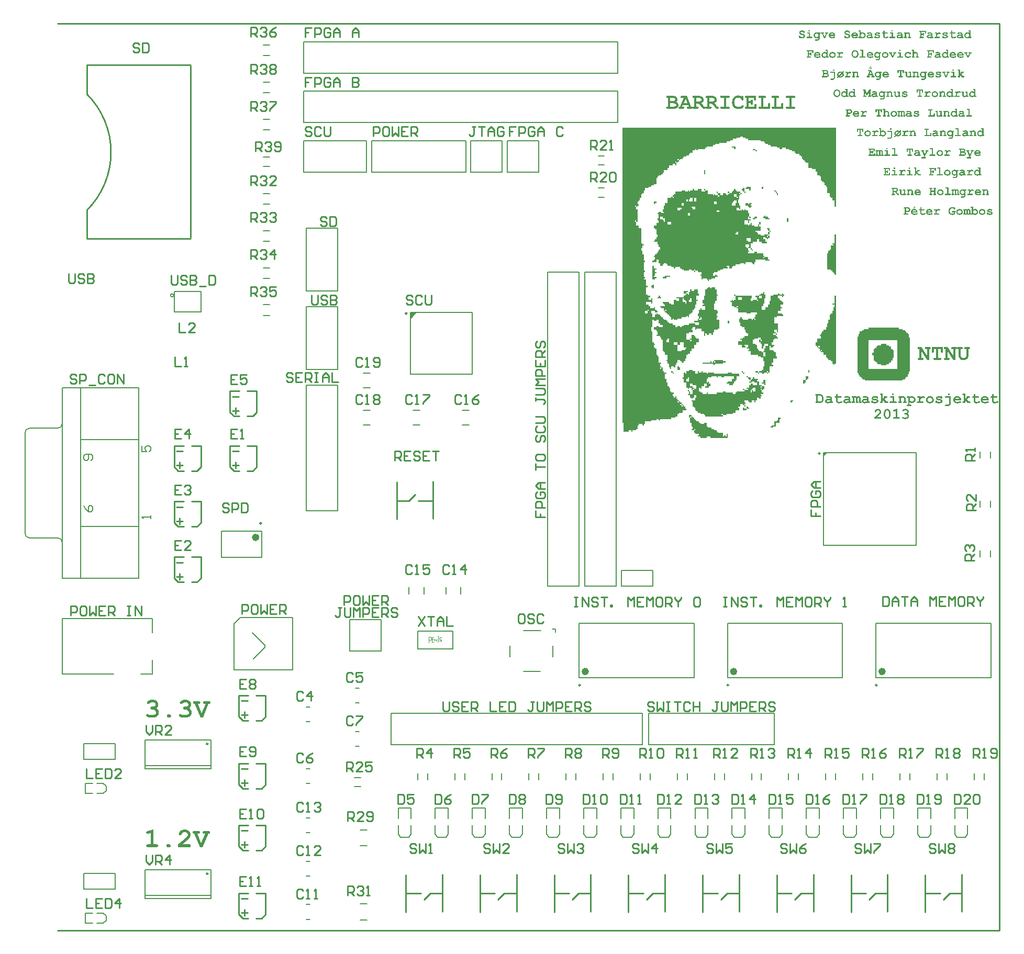
<source format=gto>
%FSLAX44Y44*%
%MOMM*%
G71*
G01*
G75*
G04 Layer_Color=65535*
%ADD10C,0.3600*%
%ADD11R,1.9000X1.3500*%
%ADD12R,2.0000X1.0000*%
%ADD13R,2.2000X1.2000*%
%ADD14R,1.4000X2.1000*%
%ADD15O,0.5500X1.6000*%
%ADD16R,1.3000X2.2000*%
%ADD17R,1.1000X0.6000*%
%ADD18R,1.1176X0.6096*%
%ADD19R,0.8500X0.7000*%
G04:AMPARAMS|DCode=20|XSize=1.5mm|YSize=1.2mm|CornerRadius=0.12mm|HoleSize=0mm|Usage=FLASHONLY|Rotation=0.000|XOffset=0mm|YOffset=0mm|HoleType=Round|Shape=RoundedRectangle|*
%AMROUNDEDRECTD20*
21,1,1.5000,0.9600,0,0,0.0*
21,1,1.2600,1.2000,0,0,0.0*
1,1,0.2400,0.6300,-0.4800*
1,1,0.2400,-0.6300,-0.4800*
1,1,0.2400,-0.6300,0.4800*
1,1,0.2400,0.6300,0.4800*
%
%ADD20ROUNDEDRECTD20*%
G04:AMPARAMS|DCode=21|XSize=1.5mm|YSize=0.35mm|CornerRadius=0.035mm|HoleSize=0mm|Usage=FLASHONLY|Rotation=0.000|XOffset=0mm|YOffset=0mm|HoleType=Round|Shape=RoundedRectangle|*
%AMROUNDEDRECTD21*
21,1,1.5000,0.2800,0,0,0.0*
21,1,1.4300,0.3500,0,0,0.0*
1,1,0.0700,0.7150,-0.1400*
1,1,0.0700,-0.7150,-0.1400*
1,1,0.0700,-0.7150,0.1400*
1,1,0.0700,0.7150,0.1400*
%
%ADD21ROUNDEDRECTD21*%
%ADD22R,0.7000X1.8000*%
%ADD23R,1.3500X1.9000*%
%ADD24R,0.9500X1.7000*%
%ADD25C,0.3500*%
%ADD26R,0.9500X2.6000*%
%ADD27R,1.2000X2.6000*%
%ADD28R,0.8000X0.8000*%
%ADD29R,1.3500X2.8000*%
%ADD30R,1.8000X1.1500*%
%ADD31O,0.4500X1.8000*%
%ADD32R,1.8000X2.0000*%
G04:AMPARAMS|DCode=33|XSize=1.8mm|YSize=2mm|CornerRadius=0mm|HoleSize=0mm|Usage=FLASHONLY|Rotation=180.000|XOffset=0mm|YOffset=0mm|HoleType=Round|Shape=Octagon|*
%AMOCTAGOND33*
4,1,8,0.4500,-1.0000,-0.4500,-1.0000,-0.9000,-0.5500,-0.9000,0.5500,-0.4500,1.0000,0.4500,1.0000,0.9000,0.5500,0.9000,-0.5500,0.4500,-1.0000,0.0*
%
%ADD33OCTAGOND33*%

%ADD34R,1.0000X1.0000*%
%ADD35R,2.6000X0.9500*%
%ADD36R,1.3000X1.3000*%
%ADD37R,2.5000X1.2600*%
%ADD38R,2.5000X1.0000*%
%ADD39C,0.1000*%
%ADD40C,0.2540*%
%ADD41C,1.5000*%
%ADD42R,1.5000X1.5000*%
%ADD43R,1.5000X1.5000*%
%ADD44C,4.7600*%
%ADD45R,1.6900X1.6900*%
%ADD46C,1.6900*%
G04:AMPARAMS|DCode=47|XSize=2.4mm|YSize=1.6mm|CornerRadius=0.4mm|HoleSize=0mm|Usage=FLASHONLY|Rotation=0.000|XOffset=0mm|YOffset=0mm|HoleType=Round|Shape=RoundedRectangle|*
%AMROUNDEDRECTD47*
21,1,2.4000,0.8000,0,0,0.0*
21,1,1.6000,1.6000,0,0,0.0*
1,1,0.8000,0.8000,-0.4000*
1,1,0.8000,-0.8000,-0.4000*
1,1,0.8000,-0.8000,0.4000*
1,1,0.8000,0.8000,0.4000*
%
%ADD47ROUNDEDRECTD47*%
%ADD48R,1.6000X1.6000*%
%ADD49C,1.6000*%
%ADD50O,2.0000X4.5000*%
%ADD51O,2.0000X4.0000*%
%ADD52O,4.0000X2.0000*%
%ADD53C,1.5000*%
%ADD54C,2.4000*%
%ADD55C,0.4000*%
%ADD56C,0.6000*%
%ADD57C,1.0160*%
%ADD58C,1.4080*%
%ADD59C,3.7680*%
%ADD60C,1.5980*%
%ADD61C,2.0080*%
%ADD62C,1.5080*%
%ADD63C,1.5080*%
%ADD64C,2.5080*%
%ADD65C,0.7080*%
%ADD66C,0.2500*%
%ADD67C,0.6000*%
%ADD68C,0.2000*%
%ADD69C,0.0500*%
%ADD70C,0.1500*%
G36*
X1883146Y2286150D02*
X1883261D01*
X1883395Y2286112D01*
X1883548Y2286074D01*
X1883701Y2286016D01*
X1883855Y2285939D01*
X1883874D01*
X1883931Y2285901D01*
X1884008Y2285844D01*
X1884123Y2285786D01*
X1884257Y2285691D01*
X1884410Y2285576D01*
X1884563Y2285442D01*
X1884716Y2285288D01*
X1884736Y2285307D01*
X1884812Y2285365D01*
X1884908Y2285442D01*
X1885042Y2285537D01*
X1885195Y2285633D01*
X1885387Y2285748D01*
X1885578Y2285844D01*
X1885770Y2285939D01*
X1885789Y2285959D01*
X1885865Y2285978D01*
X1885980Y2286016D01*
X1886114Y2286055D01*
X1886287Y2286093D01*
X1886478Y2286112D01*
X1886670Y2286150D01*
X1887072D01*
X1887283Y2286112D01*
X1887532Y2286074D01*
X1887819Y2285997D01*
X1888125Y2285901D01*
X1888432Y2285748D01*
X1888719Y2285537D01*
X1888738D01*
X1888757Y2285499D01*
X1888872Y2285403D01*
X1889026Y2285231D01*
X1889198Y2284982D01*
X1889370Y2284695D01*
X1889504Y2284331D01*
X1889619Y2283929D01*
X1889638Y2283699D01*
X1889657Y2283469D01*
Y2278930D01*
X1889772D01*
X1889906Y2278911D01*
X1890079Y2278892D01*
X1890251Y2278853D01*
X1890423Y2278815D01*
X1890577Y2278739D01*
X1890711Y2278643D01*
X1890730Y2278624D01*
X1890768Y2278585D01*
X1890807Y2278528D01*
X1890883Y2278451D01*
X1890941Y2278336D01*
X1890979Y2278202D01*
X1891017Y2278068D01*
X1891036Y2277896D01*
Y2277877D01*
Y2277819D01*
X1891017Y2277743D01*
X1890998Y2277628D01*
X1890960Y2277513D01*
X1890902Y2277398D01*
X1890826Y2277283D01*
X1890711Y2277168D01*
X1890692Y2277149D01*
X1890653Y2277130D01*
X1890577Y2277092D01*
X1890462Y2277034D01*
X1890328Y2276977D01*
X1890136Y2276938D01*
X1889926Y2276919D01*
X1889657Y2276900D01*
X1887627D01*
Y2283297D01*
Y2283316D01*
Y2283373D01*
Y2283450D01*
X1887608Y2283546D01*
X1887551Y2283756D01*
X1887513Y2283852D01*
X1887455Y2283929D01*
X1887417Y2283967D01*
X1887321Y2284024D01*
X1887168Y2284082D01*
X1886938Y2284120D01*
X1886823D01*
X1886727Y2284101D01*
X1886536Y2284043D01*
X1886306Y2283929D01*
X1886287Y2283909D01*
X1886248Y2283890D01*
X1886172Y2283814D01*
X1886057Y2283737D01*
X1885923Y2283603D01*
X1885789Y2283450D01*
X1885616Y2283258D01*
X1885425Y2283029D01*
Y2278930D01*
X1885540D01*
X1885674Y2278911D01*
X1885846Y2278892D01*
X1886019Y2278853D01*
X1886191Y2278815D01*
X1886344Y2278739D01*
X1886478Y2278643D01*
X1886497Y2278624D01*
X1886536Y2278585D01*
X1886574Y2278528D01*
X1886651Y2278451D01*
X1886708Y2278336D01*
X1886746Y2278202D01*
X1886785Y2278068D01*
X1886804Y2277896D01*
Y2277877D01*
Y2277819D01*
X1886785Y2277743D01*
X1886766Y2277628D01*
X1886727Y2277513D01*
X1886670Y2277398D01*
X1886593Y2277283D01*
X1886478Y2277168D01*
X1886459Y2277149D01*
X1886421Y2277130D01*
X1886344Y2277092D01*
X1886229Y2277034D01*
X1886095Y2276977D01*
X1885904Y2276938D01*
X1885693Y2276919D01*
X1885425Y2276900D01*
X1883395D01*
Y2283316D01*
Y2283335D01*
Y2283392D01*
Y2283469D01*
X1883376Y2283565D01*
X1883318Y2283775D01*
X1883261Y2283871D01*
X1883203Y2283948D01*
X1883165Y2283986D01*
X1883069Y2284043D01*
X1882916Y2284101D01*
X1882686Y2284139D01*
X1882629D01*
X1882552Y2284120D01*
X1882476D01*
X1882246Y2284043D01*
X1882131Y2283986D01*
X1881997Y2283909D01*
X1881978Y2283890D01*
X1881939Y2283871D01*
X1881863Y2283795D01*
X1881767Y2283718D01*
X1881652Y2283603D01*
X1881499Y2283450D01*
X1881346Y2283258D01*
X1881173Y2283029D01*
Y2278930D01*
X1881288D01*
X1881422Y2278911D01*
X1881595Y2278892D01*
X1881767Y2278853D01*
X1881939Y2278815D01*
X1882093Y2278739D01*
X1882227Y2278643D01*
X1882246Y2278624D01*
X1882284Y2278585D01*
X1882322Y2278528D01*
X1882399Y2278451D01*
X1882457Y2278336D01*
X1882495Y2278202D01*
X1882533Y2278068D01*
X1882552Y2277896D01*
Y2277877D01*
Y2277819D01*
X1882533Y2277743D01*
X1882514Y2277628D01*
X1882476Y2277513D01*
X1882418Y2277398D01*
X1882342Y2277283D01*
X1882227Y2277168D01*
X1882207Y2277149D01*
X1882169Y2277130D01*
X1882093Y2277092D01*
X1881978Y2277034D01*
X1881844Y2276977D01*
X1881652Y2276938D01*
X1881441Y2276919D01*
X1881173Y2276900D01*
X1879028D01*
X1878894Y2276919D01*
X1878722Y2276938D01*
X1878377Y2277015D01*
X1878205Y2277072D01*
X1878071Y2277168D01*
X1878052Y2277187D01*
X1878033Y2277226D01*
X1877975Y2277283D01*
X1877918Y2277379D01*
X1877860Y2277475D01*
X1877822Y2277609D01*
X1877784Y2277743D01*
X1877764Y2277915D01*
Y2277934D01*
Y2277992D01*
X1877784Y2278068D01*
X1877803Y2278183D01*
X1877841Y2278298D01*
X1877898Y2278413D01*
X1877975Y2278528D01*
X1878071Y2278643D01*
X1878090Y2278662D01*
X1878128Y2278681D01*
X1878205Y2278739D01*
X1878320Y2278796D01*
X1878473Y2278834D01*
X1878645Y2278892D01*
X1878875Y2278911D01*
X1879143Y2278930D01*
Y2283871D01*
X1879028D01*
X1878894Y2283890D01*
X1878722Y2283909D01*
X1878377Y2283986D01*
X1878205Y2284043D01*
X1878071Y2284139D01*
X1878052Y2284158D01*
X1878033Y2284197D01*
X1877975Y2284254D01*
X1877918Y2284350D01*
X1877860Y2284446D01*
X1877822Y2284580D01*
X1877784Y2284714D01*
X1877764Y2284886D01*
Y2284905D01*
Y2284963D01*
X1877784Y2285039D01*
X1877803Y2285154D01*
X1877841Y2285269D01*
X1877898Y2285384D01*
X1877975Y2285499D01*
X1878071Y2285614D01*
X1878090Y2285633D01*
X1878128Y2285652D01*
X1878205Y2285710D01*
X1878320Y2285767D01*
X1878473Y2285806D01*
X1878645Y2285863D01*
X1878875Y2285882D01*
X1879143Y2285901D01*
X1881173D01*
Y2285307D01*
X1881192Y2285327D01*
X1881250Y2285384D01*
X1881346Y2285461D01*
X1881461Y2285576D01*
X1881748Y2285786D01*
X1881901Y2285901D01*
X1882054Y2285978D01*
X1882074D01*
X1882131Y2286016D01*
X1882207Y2286035D01*
X1882322Y2286074D01*
X1882457Y2286112D01*
X1882629Y2286131D01*
X1882993Y2286169D01*
X1883069D01*
X1883146Y2286150D01*
D02*
G37*
G36*
X1958316Y2286131D02*
X1958469Y2286112D01*
X1958642Y2286093D01*
X1958833Y2286055D01*
X1959044Y2286016D01*
X1959503Y2285882D01*
X1959733Y2285786D01*
X1959982Y2285671D01*
X1960212Y2285537D01*
X1960442Y2285403D01*
X1960652Y2285212D01*
X1960863Y2285020D01*
X1960882Y2285001D01*
X1960901Y2284982D01*
X1960940Y2284924D01*
X1960997Y2284867D01*
X1961131Y2284656D01*
X1961284Y2284407D01*
X1961438Y2284063D01*
X1961572Y2283660D01*
X1961667Y2283201D01*
X1961706Y2282952D01*
Y2282684D01*
Y2278930D01*
X1961821D01*
X1961955Y2278911D01*
X1962127Y2278892D01*
X1962299Y2278853D01*
X1962472Y2278815D01*
X1962625Y2278739D01*
X1962759Y2278643D01*
X1962778Y2278624D01*
X1962817Y2278585D01*
X1962855Y2278528D01*
X1962932Y2278451D01*
X1962989Y2278336D01*
X1963027Y2278202D01*
X1963066Y2278068D01*
X1963085Y2277896D01*
Y2277877D01*
Y2277819D01*
X1963066Y2277743D01*
X1963046Y2277628D01*
X1963008Y2277513D01*
X1962951Y2277398D01*
X1962874Y2277283D01*
X1962759Y2277168D01*
X1962740Y2277149D01*
X1962702Y2277130D01*
X1962625Y2277092D01*
X1962510Y2277034D01*
X1962376Y2276977D01*
X1962185Y2276938D01*
X1961974Y2276919D01*
X1961706Y2276900D01*
X1959561D01*
X1959427Y2276919D01*
X1959254Y2276938D01*
X1958910Y2277015D01*
X1958737Y2277072D01*
X1958603Y2277168D01*
X1958584Y2277187D01*
X1958565Y2277226D01*
X1958508Y2277283D01*
X1958450Y2277379D01*
X1958393Y2277475D01*
X1958354Y2277609D01*
X1958316Y2277743D01*
X1958297Y2277915D01*
Y2277934D01*
Y2277992D01*
X1958316Y2278068D01*
X1958335Y2278183D01*
X1958373Y2278298D01*
X1958431Y2278413D01*
X1958508Y2278528D01*
X1958603Y2278643D01*
X1958622Y2278662D01*
X1958661Y2278681D01*
X1958737Y2278739D01*
X1958852Y2278796D01*
X1959005Y2278834D01*
X1959178Y2278892D01*
X1959408Y2278911D01*
X1959676Y2278930D01*
Y2282741D01*
Y2282780D01*
Y2282856D01*
X1959657Y2282971D01*
X1959637Y2283124D01*
X1959580Y2283277D01*
X1959523Y2283431D01*
X1959427Y2283584D01*
X1959312Y2283718D01*
X1959293Y2283737D01*
X1959216Y2283775D01*
X1959120Y2283852D01*
X1958967Y2283929D01*
X1958757Y2283986D01*
X1958527Y2284063D01*
X1958239Y2284101D01*
X1957914Y2284120D01*
X1957799D01*
X1957665Y2284101D01*
X1957493Y2284082D01*
X1957301Y2284043D01*
X1957090Y2284005D01*
X1956880Y2283929D01*
X1956669Y2283833D01*
X1956650Y2283814D01*
X1956573Y2283775D01*
X1956458Y2283699D01*
X1956305Y2283584D01*
X1956113Y2283431D01*
X1955884Y2283239D01*
X1955616Y2282990D01*
X1955328Y2282684D01*
Y2278930D01*
X1955577D01*
X1955730Y2278911D01*
X1955884Y2278892D01*
X1956037Y2278853D01*
X1956171Y2278796D01*
X1956267Y2278739D01*
X1956286Y2278719D01*
X1956343Y2278681D01*
X1956401Y2278585D01*
X1956497Y2278490D01*
X1956573Y2278375D01*
X1956631Y2278221D01*
X1956688Y2278068D01*
X1956707Y2277896D01*
Y2277877D01*
Y2277819D01*
X1956688Y2277743D01*
X1956669Y2277628D01*
X1956631Y2277513D01*
X1956573Y2277398D01*
X1956497Y2277283D01*
X1956382Y2277168D01*
X1956362Y2277149D01*
X1956324Y2277130D01*
X1956248Y2277092D01*
X1956133Y2277034D01*
X1955999Y2276977D01*
X1955807Y2276938D01*
X1955596Y2276919D01*
X1955328Y2276900D01*
X1953183D01*
X1953049Y2276919D01*
X1952877Y2276938D01*
X1952532Y2277015D01*
X1952360Y2277072D01*
X1952226Y2277168D01*
X1952207Y2277187D01*
X1952188Y2277226D01*
X1952130Y2277283D01*
X1952073Y2277379D01*
X1952015Y2277475D01*
X1951977Y2277609D01*
X1951938Y2277743D01*
X1951919Y2277915D01*
Y2277934D01*
Y2277992D01*
X1951938Y2278087D01*
X1951977Y2278183D01*
X1952015Y2278317D01*
X1952092Y2278451D01*
X1952188Y2278604D01*
X1952321Y2278739D01*
X1952341D01*
X1952360Y2278777D01*
X1952436Y2278796D01*
X1952532Y2278834D01*
X1952647Y2278873D01*
X1952820Y2278892D01*
X1953030Y2278930D01*
X1953298D01*
Y2283871D01*
X1953183D01*
X1953049Y2283890D01*
X1952877Y2283909D01*
X1952532Y2283986D01*
X1952360Y2284043D01*
X1952226Y2284139D01*
X1952207Y2284158D01*
X1952188Y2284197D01*
X1952130Y2284254D01*
X1952073Y2284350D01*
X1952015Y2284446D01*
X1951977Y2284580D01*
X1951938Y2284714D01*
X1951919Y2284886D01*
Y2284905D01*
Y2284963D01*
X1951938Y2285039D01*
X1951958Y2285154D01*
X1951996Y2285269D01*
X1952053Y2285384D01*
X1952130Y2285499D01*
X1952226Y2285614D01*
X1952245Y2285633D01*
X1952283Y2285652D01*
X1952360Y2285710D01*
X1952475Y2285767D01*
X1952628Y2285806D01*
X1952800Y2285863D01*
X1953030Y2285882D01*
X1953298Y2285901D01*
X1955328D01*
Y2285193D01*
X1955347Y2285212D01*
X1955424Y2285269D01*
X1955539Y2285365D01*
X1955692Y2285461D01*
X1955865Y2285576D01*
X1956075Y2285691D01*
X1956305Y2285806D01*
X1956554Y2285901D01*
X1956592Y2285920D01*
X1956669Y2285939D01*
X1956803Y2285978D01*
X1956994Y2286035D01*
X1957205Y2286074D01*
X1957454Y2286112D01*
X1957722Y2286131D01*
X1958009Y2286150D01*
X1958182D01*
X1958316Y2286131D01*
D02*
G37*
G36*
X1910868Y2159131D02*
X1910983D01*
X1911290Y2159093D01*
X1911653Y2159035D01*
X1912036Y2158959D01*
X1912419Y2158863D01*
X1912822Y2158710D01*
X1912841D01*
X1912860Y2158691D01*
X1912917Y2158671D01*
X1912994Y2158633D01*
X1913186Y2158537D01*
X1913396Y2158423D01*
X1913664Y2158288D01*
X1913913Y2158135D01*
X1914162Y2157963D01*
X1914373Y2157771D01*
X1914411Y2157733D01*
X1914488Y2157637D01*
X1914622Y2157484D01*
X1914794Y2157273D01*
X1914967Y2157005D01*
X1915158Y2156699D01*
X1915369Y2156335D01*
X1915541Y2155952D01*
X1915560Y2155914D01*
X1915599Y2155818D01*
X1915637Y2155665D01*
X1915714Y2155454D01*
X1915771Y2155205D01*
X1915809Y2154899D01*
X1915848Y2154573D01*
X1915867Y2154209D01*
Y2153366D01*
X1907536D01*
X1907555Y2153328D01*
X1907593Y2153232D01*
X1907670Y2153079D01*
X1907785Y2152907D01*
X1907938Y2152696D01*
X1908130Y2152486D01*
X1908359Y2152275D01*
X1908647Y2152083D01*
X1908685Y2152064D01*
X1908800Y2152007D01*
X1908972Y2151930D01*
X1909221Y2151853D01*
X1909528Y2151758D01*
X1909911Y2151681D01*
X1910332Y2151624D01*
X1910830Y2151604D01*
X1911041D01*
X1911156Y2151624D01*
X1911290D01*
X1911443Y2151643D01*
X1911634Y2151662D01*
X1911826Y2151681D01*
X1912056Y2151719D01*
X1912305Y2151758D01*
X1912573Y2151815D01*
X1912860Y2151853D01*
X1913167Y2151930D01*
X1913837Y2152083D01*
X1913875Y2152102D01*
X1913971Y2152122D01*
X1914105Y2152160D01*
X1914258Y2152198D01*
X1914622Y2152256D01*
X1914775Y2152294D01*
X1914986D01*
X1915063Y2152275D01*
X1915158Y2152256D01*
X1915254Y2152217D01*
X1915388Y2152160D01*
X1915484Y2152083D01*
X1915599Y2151987D01*
X1915618Y2151968D01*
X1915637Y2151930D01*
X1915694Y2151873D01*
X1915752Y2151796D01*
X1915790Y2151681D01*
X1915848Y2151566D01*
X1915867Y2151432D01*
X1915886Y2151279D01*
Y2151260D01*
Y2151221D01*
X1915867Y2151145D01*
X1915848Y2151049D01*
X1915809Y2150934D01*
X1915752Y2150819D01*
X1915675Y2150704D01*
X1915580Y2150589D01*
X1915560Y2150570D01*
X1915503Y2150532D01*
X1915369Y2150455D01*
X1915197Y2150360D01*
X1915063Y2150321D01*
X1914928Y2150264D01*
X1914775Y2150206D01*
X1914603Y2150149D01*
X1914392Y2150092D01*
X1914162Y2150015D01*
X1913913Y2149957D01*
X1913645Y2149900D01*
X1913626D01*
X1913569Y2149881D01*
X1913492Y2149862D01*
X1913377Y2149843D01*
X1913243Y2149823D01*
X1913090Y2149804D01*
X1912898Y2149766D01*
X1912707Y2149747D01*
X1912247Y2149670D01*
X1911749Y2149632D01*
X1911232Y2149594D01*
X1910696Y2149574D01*
X1910466D01*
X1910294Y2149594D01*
X1910083Y2149613D01*
X1909853Y2149651D01*
X1909585Y2149689D01*
X1909298Y2149747D01*
X1908991Y2149823D01*
X1908666Y2149900D01*
X1908340Y2150015D01*
X1908015Y2150149D01*
X1907689Y2150302D01*
X1907383Y2150494D01*
X1907076Y2150704D01*
X1906789Y2150934D01*
X1906770Y2150953D01*
X1906732Y2150992D01*
X1906655Y2151068D01*
X1906559Y2151183D01*
X1906444Y2151317D01*
X1906329Y2151470D01*
X1906195Y2151662D01*
X1906061Y2151873D01*
X1905927Y2152102D01*
X1905793Y2152370D01*
X1905678Y2152639D01*
X1905563Y2152945D01*
X1905468Y2153271D01*
X1905391Y2153596D01*
X1905353Y2153960D01*
X1905334Y2154324D01*
Y2154343D01*
Y2154420D01*
X1905353Y2154535D01*
Y2154688D01*
X1905391Y2154860D01*
X1905410Y2155071D01*
X1905468Y2155301D01*
X1905525Y2155569D01*
X1905621Y2155837D01*
X1905717Y2156124D01*
X1905851Y2156411D01*
X1906004Y2156699D01*
X1906176Y2156986D01*
X1906387Y2157273D01*
X1906636Y2157542D01*
X1906904Y2157810D01*
X1906923Y2157829D01*
X1906980Y2157867D01*
X1907057Y2157924D01*
X1907191Y2158020D01*
X1907344Y2158116D01*
X1907517Y2158231D01*
X1907727Y2158365D01*
X1907957Y2158480D01*
X1908206Y2158614D01*
X1908493Y2158729D01*
X1908800Y2158844D01*
X1909106Y2158940D01*
X1909451Y2159035D01*
X1909796Y2159093D01*
X1910160Y2159131D01*
X1910543Y2159150D01*
X1910753D01*
X1910868Y2159131D01*
D02*
G37*
G36*
X1983568Y2159169D02*
X1983759D01*
X1983970Y2159131D01*
X1984219Y2159093D01*
X1984468Y2159035D01*
X1984736Y2158959D01*
X1984774Y2158940D01*
X1984851Y2158920D01*
X1985004Y2158863D01*
X1985177Y2158786D01*
X1985387Y2158691D01*
X1985617Y2158576D01*
X1985847Y2158442D01*
X1986096Y2158288D01*
Y2158901D01*
X1988586D01*
X1988719Y2158882D01*
X1988892Y2158863D01*
X1989064Y2158825D01*
X1989237Y2158786D01*
X1989390Y2158710D01*
X1989524Y2158614D01*
X1989543Y2158595D01*
X1989581Y2158557D01*
X1989620Y2158499D01*
X1989696Y2158423D01*
X1989754Y2158307D01*
X1989792Y2158174D01*
X1989830Y2158039D01*
X1989850Y2157867D01*
Y2157848D01*
Y2157791D01*
X1989830Y2157714D01*
X1989811Y2157599D01*
X1989773Y2157484D01*
X1989715Y2157369D01*
X1989639Y2157254D01*
X1989524Y2157139D01*
X1989505Y2157120D01*
X1989466Y2157101D01*
X1989390Y2157063D01*
X1989275Y2157005D01*
X1989141Y2156948D01*
X1988949Y2156909D01*
X1988739Y2156890D01*
X1988470Y2156871D01*
X1988126D01*
Y2149498D01*
Y2149479D01*
Y2149460D01*
Y2149402D01*
Y2149325D01*
X1988107Y2149115D01*
X1988068Y2148866D01*
X1988011Y2148559D01*
X1987934Y2148253D01*
X1987819Y2147927D01*
X1987666Y2147621D01*
X1987647Y2147583D01*
X1987590Y2147487D01*
X1987475Y2147334D01*
X1987321Y2147142D01*
X1987130Y2146931D01*
X1986881Y2146702D01*
X1986594Y2146472D01*
X1986268Y2146242D01*
X1986249D01*
X1986230Y2146223D01*
X1986172Y2146185D01*
X1986115Y2146146D01*
X1985923Y2146070D01*
X1985655Y2145955D01*
X1985349Y2145859D01*
X1985004Y2145763D01*
X1984602Y2145687D01*
X1984181Y2145668D01*
X1981767D01*
X1981633Y2145687D01*
X1981480Y2145706D01*
X1981289Y2145744D01*
X1981116Y2145782D01*
X1980963Y2145859D01*
X1980829Y2145955D01*
X1980810Y2145974D01*
X1980791Y2146012D01*
X1980733Y2146070D01*
X1980676Y2146146D01*
X1980618Y2146261D01*
X1980580Y2146376D01*
X1980542Y2146529D01*
X1980523Y2146682D01*
Y2146702D01*
Y2146759D01*
X1980542Y2146836D01*
X1980561Y2146951D01*
X1980599Y2147066D01*
X1980657Y2147200D01*
X1980733Y2147314D01*
X1980829Y2147429D01*
X1980848Y2147449D01*
X1980887Y2147468D01*
X1980963Y2147506D01*
X1981078Y2147563D01*
X1981212Y2147621D01*
X1981404Y2147659D01*
X1981614Y2147678D01*
X1981863Y2147698D01*
X1984257D01*
X1984430Y2147717D01*
X1984640Y2147755D01*
X1984870Y2147832D01*
X1985119Y2147908D01*
X1985349Y2148042D01*
X1985560Y2148215D01*
X1985579Y2148234D01*
X1985636Y2148310D01*
X1985732Y2148406D01*
X1985828Y2148559D01*
X1985923Y2148751D01*
X1986019Y2148962D01*
X1986077Y2149211D01*
X1986096Y2149479D01*
Y2150436D01*
X1986057Y2150417D01*
X1985981Y2150360D01*
X1985847Y2150283D01*
X1985655Y2150187D01*
X1985445Y2150092D01*
X1985215Y2149977D01*
X1984966Y2149881D01*
X1984698Y2149785D01*
X1984659D01*
X1984583Y2149747D01*
X1984449Y2149728D01*
X1984257Y2149689D01*
X1984046Y2149651D01*
X1983817Y2149613D01*
X1983549Y2149594D01*
X1983280Y2149574D01*
X1983185D01*
X1983089Y2149594D01*
X1982936D01*
X1982763Y2149613D01*
X1982553Y2149651D01*
X1982323Y2149689D01*
X1982074Y2149747D01*
X1981806Y2149823D01*
X1981519Y2149919D01*
X1981231Y2150015D01*
X1980944Y2150149D01*
X1980657Y2150321D01*
X1980369Y2150494D01*
X1980082Y2150704D01*
X1979814Y2150953D01*
X1979795Y2150972D01*
X1979757Y2151011D01*
X1979680Y2151087D01*
X1979603Y2151202D01*
X1979488Y2151336D01*
X1979373Y2151490D01*
X1979240Y2151681D01*
X1979125Y2151892D01*
X1978990Y2152141D01*
X1978856Y2152390D01*
X1978741Y2152677D01*
X1978627Y2152983D01*
X1978550Y2153290D01*
X1978473Y2153635D01*
X1978435Y2153998D01*
X1978416Y2154362D01*
Y2154382D01*
Y2154458D01*
X1978435Y2154554D01*
Y2154707D01*
X1978454Y2154879D01*
X1978493Y2155090D01*
X1978531Y2155320D01*
X1978588Y2155569D01*
X1978665Y2155818D01*
X1978761Y2156105D01*
X1978876Y2156392D01*
X1979010Y2156680D01*
X1979163Y2156967D01*
X1979354Y2157254D01*
X1979565Y2157522D01*
X1979814Y2157791D01*
X1979833Y2157810D01*
X1979872Y2157848D01*
X1979948Y2157924D01*
X1980063Y2158001D01*
X1980197Y2158116D01*
X1980369Y2158231D01*
X1980561Y2158365D01*
X1980772Y2158499D01*
X1981021Y2158614D01*
X1981270Y2158748D01*
X1981557Y2158863D01*
X1981863Y2158978D01*
X1982189Y2159055D01*
X1982534Y2159131D01*
X1982897Y2159169D01*
X1983280Y2159189D01*
X1983414D01*
X1983568Y2159169D01*
D02*
G37*
G36*
X1974231Y2278930D02*
X1974691D01*
X1974825Y2278911D01*
X1974997Y2278892D01*
X1975169Y2278853D01*
X1975342Y2278815D01*
X1975495Y2278739D01*
X1975629Y2278643D01*
X1975648Y2278624D01*
X1975686Y2278585D01*
X1975725Y2278528D01*
X1975801Y2278451D01*
X1975859Y2278336D01*
X1975897Y2278202D01*
X1975935Y2278068D01*
X1975955Y2277896D01*
Y2277877D01*
Y2277819D01*
X1975935Y2277743D01*
X1975916Y2277628D01*
X1975878Y2277513D01*
X1975820Y2277398D01*
X1975744Y2277283D01*
X1975629Y2277168D01*
X1975610Y2277149D01*
X1975572Y2277130D01*
X1975495Y2277092D01*
X1975380Y2277034D01*
X1975246Y2276977D01*
X1975054Y2276938D01*
X1974844Y2276919D01*
X1974576Y2276900D01*
X1972201D01*
Y2277398D01*
X1972163Y2277379D01*
X1972086Y2277321D01*
X1971933Y2277264D01*
X1971760Y2277168D01*
X1971531Y2277072D01*
X1971282Y2276957D01*
X1971013Y2276862D01*
X1970726Y2276785D01*
X1970688D01*
X1970592Y2276747D01*
X1970439Y2276728D01*
X1970247Y2276689D01*
X1970018Y2276651D01*
X1969749Y2276613D01*
X1969481Y2276594D01*
X1969175Y2276574D01*
X1968945D01*
X1968792Y2276594D01*
X1968600Y2276613D01*
X1968371Y2276651D01*
X1968122Y2276689D01*
X1967854Y2276747D01*
X1967260Y2276900D01*
X1966953Y2276996D01*
X1966647Y2277130D01*
X1966340Y2277283D01*
X1966034Y2277455D01*
X1965747Y2277647D01*
X1965479Y2277877D01*
X1965459Y2277896D01*
X1965421Y2277934D01*
X1965345Y2278011D01*
X1965268Y2278107D01*
X1965153Y2278241D01*
X1965038Y2278394D01*
X1964923Y2278585D01*
X1964789Y2278777D01*
X1964655Y2279007D01*
X1964540Y2279256D01*
X1964425Y2279524D01*
X1964310Y2279830D01*
X1964234Y2280137D01*
X1964157Y2280462D01*
X1964119Y2280807D01*
X1964100Y2281171D01*
Y2281190D01*
Y2281267D01*
X1964119Y2281362D01*
Y2281516D01*
X1964138Y2281688D01*
X1964176Y2281899D01*
X1964215Y2282128D01*
X1964291Y2282397D01*
X1964368Y2282665D01*
X1964464Y2282933D01*
X1964579Y2283239D01*
X1964713Y2283526D01*
X1964885Y2283833D01*
X1965076Y2284120D01*
X1965306Y2284407D01*
X1965555Y2284695D01*
X1965574Y2284714D01*
X1965632Y2284752D01*
X1965708Y2284829D01*
X1965823Y2284924D01*
X1965957Y2285039D01*
X1966130Y2285154D01*
X1966340Y2285288D01*
X1966551Y2285423D01*
X1966800Y2285556D01*
X1967087Y2285691D01*
X1967375Y2285806D01*
X1967681Y2285920D01*
X1968026Y2286016D01*
X1968371Y2286093D01*
X1968754Y2286131D01*
X1969137Y2286150D01*
X1969271D01*
X1969424Y2286131D01*
X1969635Y2286112D01*
X1969864Y2286093D01*
X1970132Y2286055D01*
X1970401Y2285978D01*
X1970688Y2285901D01*
X1970726Y2285882D01*
X1970822Y2285863D01*
X1970975Y2285806D01*
X1971167Y2285710D01*
X1971396Y2285614D01*
X1971646Y2285499D01*
X1971914Y2285346D01*
X1972201Y2285173D01*
Y2287721D01*
X1971741D01*
X1971607Y2287740D01*
X1971435Y2287759D01*
X1971090Y2287836D01*
X1970918Y2287893D01*
X1970784Y2287989D01*
X1970764Y2288008D01*
X1970745Y2288046D01*
X1970688Y2288104D01*
X1970630Y2288180D01*
X1970573Y2288276D01*
X1970535Y2288410D01*
X1970496Y2288563D01*
X1970477Y2288716D01*
Y2288736D01*
Y2288793D01*
X1970496Y2288870D01*
X1970515Y2288985D01*
X1970554Y2289100D01*
X1970611Y2289234D01*
X1970688Y2289348D01*
X1970784Y2289463D01*
X1970803Y2289483D01*
X1970841Y2289502D01*
X1970918Y2289559D01*
X1971033Y2289617D01*
X1971186Y2289655D01*
X1971358Y2289712D01*
X1971588Y2289732D01*
X1971856Y2289751D01*
X1974231D01*
Y2278930D01*
D02*
G37*
G36*
X1909096Y2286131D02*
X1909307Y2286112D01*
X1909537Y2286093D01*
X1910016Y2286016D01*
X1910054D01*
X1910130Y2285997D01*
X1910246Y2285959D01*
X1910418Y2285920D01*
X1910609Y2285863D01*
X1910820Y2285786D01*
X1911261Y2285614D01*
X1911299Y2285633D01*
X1911375Y2285691D01*
X1911490Y2285767D01*
X1911605Y2285825D01*
X1911644Y2285844D01*
X1911701Y2285863D01*
X1911816Y2285882D01*
X1911912Y2285901D01*
X1911988D01*
X1912065Y2285882D01*
X1912161Y2285863D01*
X1912256Y2285825D01*
X1912390Y2285767D01*
X1912486Y2285691D01*
X1912601Y2285576D01*
X1912620Y2285556D01*
X1912639Y2285518D01*
X1912697Y2285442D01*
X1912754Y2285327D01*
X1912793Y2285193D01*
X1912850Y2285001D01*
X1912869Y2284790D01*
X1912888Y2284522D01*
Y2284043D01*
Y2284024D01*
Y2283929D01*
Y2283814D01*
X1912869Y2283680D01*
X1912812Y2283373D01*
X1912773Y2283239D01*
X1912716Y2283124D01*
X1912697Y2283105D01*
X1912659Y2283048D01*
X1912582Y2282990D01*
X1912486Y2282914D01*
X1912371Y2282818D01*
X1912218Y2282760D01*
X1912046Y2282703D01*
X1911854Y2282684D01*
X1911797D01*
X1911720Y2282703D01*
X1911644D01*
X1911433Y2282780D01*
X1911318Y2282818D01*
X1911203Y2282894D01*
X1911184Y2282914D01*
X1911165Y2282933D01*
X1911107Y2282990D01*
X1911069Y2283067D01*
X1910954Y2283258D01*
X1910858Y2283507D01*
X1910839Y2283526D01*
X1910782Y2283565D01*
X1910667Y2283622D01*
X1910552Y2283680D01*
X1910379Y2283756D01*
X1910207Y2283833D01*
X1909824Y2283967D01*
X1909805D01*
X1909728Y2283986D01*
X1909633Y2284024D01*
X1909479Y2284043D01*
X1909307Y2284082D01*
X1909115Y2284101D01*
X1908694Y2284120D01*
X1908503D01*
X1908292Y2284101D01*
X1908024Y2284063D01*
X1907717Y2284024D01*
X1907411Y2283948D01*
X1907105Y2283852D01*
X1906817Y2283718D01*
X1906798D01*
X1906779Y2283699D01*
X1906683Y2283622D01*
X1906568Y2283507D01*
X1906549Y2283431D01*
X1906530Y2283354D01*
Y2283335D01*
Y2283316D01*
X1906588Y2283220D01*
X1906626Y2283143D01*
X1906702Y2283067D01*
X1906798Y2282990D01*
X1906932Y2282914D01*
X1906951D01*
X1907009Y2282894D01*
X1907085Y2282856D01*
X1907239Y2282818D01*
X1907430Y2282780D01*
X1907660Y2282722D01*
X1907966Y2282665D01*
X1908349Y2282607D01*
X1908369D01*
X1908445Y2282588D01*
X1908541D01*
X1908675Y2282569D01*
X1908847Y2282531D01*
X1909020Y2282511D01*
X1909460Y2282435D01*
X1909920Y2282358D01*
X1910379Y2282262D01*
X1910590Y2282205D01*
X1910801Y2282167D01*
X1910992Y2282109D01*
X1911146Y2282052D01*
X1911165D01*
X1911184Y2282033D01*
X1911241Y2282014D01*
X1911318Y2281975D01*
X1911510Y2281899D01*
X1911739Y2281784D01*
X1911988Y2281630D01*
X1912256Y2281439D01*
X1912525Y2281209D01*
X1912754Y2280960D01*
X1912773Y2280922D01*
X1912850Y2280845D01*
X1912946Y2280692D01*
X1913042Y2280500D01*
X1913156Y2280271D01*
X1913233Y2280022D01*
X1913310Y2279734D01*
X1913329Y2279447D01*
Y2279428D01*
Y2279409D01*
Y2279351D01*
X1913310Y2279275D01*
X1913271Y2279064D01*
X1913214Y2278815D01*
X1913099Y2278528D01*
X1912927Y2278221D01*
X1912812Y2278068D01*
X1912678Y2277915D01*
X1912525Y2277762D01*
X1912352Y2277628D01*
X1912333Y2277609D01*
X1912295Y2277590D01*
X1912218Y2277532D01*
X1912103Y2277455D01*
X1911969Y2277379D01*
X1911816Y2277302D01*
X1911624Y2277206D01*
X1911395Y2277111D01*
X1911146Y2276996D01*
X1910878Y2276900D01*
X1910590Y2276823D01*
X1910284Y2276747D01*
X1909939Y2276670D01*
X1909575Y2276613D01*
X1909192Y2276594D01*
X1908790Y2276574D01*
X1908464D01*
X1908254Y2276594D01*
X1908005Y2276613D01*
X1907737Y2276632D01*
X1907162Y2276728D01*
X1907124D01*
X1907028Y2276766D01*
X1906894Y2276785D01*
X1906722Y2276842D01*
X1906511Y2276900D01*
X1906281Y2276977D01*
X1905802Y2277168D01*
X1905783Y2277149D01*
X1905706Y2277092D01*
X1905592Y2277015D01*
X1905477Y2276957D01*
X1905438D01*
X1905362Y2276938D01*
X1905266Y2276919D01*
X1905132Y2276900D01*
X1905055D01*
X1904960Y2276919D01*
X1904864Y2276938D01*
X1904730Y2276977D01*
X1904615Y2277034D01*
X1904481Y2277111D01*
X1904366Y2277206D01*
X1904347Y2277226D01*
X1904328Y2277264D01*
X1904289Y2277341D01*
X1904232Y2277455D01*
X1904174Y2277590D01*
X1904136Y2277781D01*
X1904117Y2277992D01*
X1904098Y2278241D01*
Y2278930D01*
Y2278968D01*
Y2279045D01*
X1904117Y2279179D01*
X1904136Y2279332D01*
X1904213Y2279677D01*
X1904270Y2279830D01*
X1904366Y2279964D01*
X1904385Y2279983D01*
X1904423Y2280022D01*
X1904481Y2280060D01*
X1904577Y2280137D01*
X1904672Y2280194D01*
X1904806Y2280232D01*
X1904940Y2280271D01*
X1905113Y2280290D01*
X1905170D01*
X1905247Y2280271D01*
X1905323D01*
X1905534Y2280194D01*
X1905630Y2280156D01*
X1905726Y2280079D01*
X1905745D01*
X1905764Y2280041D01*
X1905821Y2279983D01*
X1905860Y2279926D01*
X1905936Y2279830D01*
X1905994Y2279715D01*
X1906051Y2279562D01*
X1906109Y2279390D01*
X1906128Y2279371D01*
X1906185Y2279332D01*
X1906281Y2279256D01*
X1906415Y2279160D01*
X1906588Y2279064D01*
X1906779Y2278968D01*
X1906990Y2278873D01*
X1907220Y2278796D01*
X1907258D01*
X1907334Y2278758D01*
X1907469Y2278739D01*
X1907660Y2278700D01*
X1907871Y2278662D01*
X1908139Y2278643D01*
X1908426Y2278604D01*
X1908962D01*
X1909077Y2278624D01*
X1909211D01*
X1909518Y2278662D01*
X1909862Y2278700D01*
X1910226Y2278777D01*
X1910571Y2278892D01*
X1910878Y2279026D01*
X1910897Y2279045D01*
X1910935Y2279064D01*
X1911069Y2279179D01*
X1911203Y2279313D01*
X1911241Y2279409D01*
X1911261Y2279485D01*
Y2279505D01*
Y2279562D01*
X1911241Y2279619D01*
X1911203Y2279715D01*
X1911126Y2279830D01*
X1911031Y2279926D01*
X1910897Y2280041D01*
X1910724Y2280137D01*
X1910705Y2280156D01*
X1910609Y2280175D01*
X1910475Y2280232D01*
X1910379Y2280251D01*
X1910265Y2280290D01*
X1910130Y2280328D01*
X1909977Y2280347D01*
X1909786Y2280386D01*
X1909594Y2280424D01*
X1909364Y2280462D01*
X1909135Y2280500D01*
X1908847Y2280539D01*
X1908560Y2280577D01*
X1908541D01*
X1908445Y2280596D01*
X1908330D01*
X1908177Y2280635D01*
X1907966Y2280654D01*
X1907756Y2280692D01*
X1907507Y2280750D01*
X1907239Y2280788D01*
X1906702Y2280922D01*
X1906166Y2281094D01*
X1905917Y2281190D01*
X1905687Y2281305D01*
X1905477Y2281420D01*
X1905304Y2281554D01*
X1905266Y2281592D01*
X1905170Y2281688D01*
X1905055Y2281841D01*
X1904902Y2282052D01*
X1904749Y2282301D01*
X1904634Y2282607D01*
X1904538Y2282952D01*
X1904500Y2283335D01*
Y2283354D01*
Y2283392D01*
Y2283450D01*
X1904519Y2283526D01*
X1904557Y2283718D01*
X1904615Y2283967D01*
X1904730Y2284254D01*
X1904883Y2284561D01*
X1905113Y2284867D01*
X1905247Y2285020D01*
X1905400Y2285154D01*
X1905419Y2285173D01*
X1905458Y2285193D01*
X1905534Y2285250D01*
X1905630Y2285307D01*
X1905745Y2285384D01*
X1905898Y2285461D01*
X1906070Y2285556D01*
X1906281Y2285652D01*
X1906492Y2285748D01*
X1906741Y2285844D01*
X1907009Y2285920D01*
X1907315Y2285997D01*
X1907622Y2286055D01*
X1907947Y2286112D01*
X1908311Y2286131D01*
X1908675Y2286150D01*
X1908924D01*
X1909096Y2286131D01*
D02*
G37*
G36*
X1981930D02*
X1982102D01*
X1982275Y2286112D01*
X1982485Y2286074D01*
X1982696Y2286055D01*
X1983175Y2285959D01*
X1983673Y2285806D01*
X1984151Y2285595D01*
X1984362Y2285480D01*
X1984573Y2285327D01*
X1984592D01*
X1984611Y2285288D01*
X1984745Y2285173D01*
X1984898Y2285001D01*
X1985109Y2284733D01*
X1985301Y2284427D01*
X1985454Y2284043D01*
X1985588Y2283584D01*
X1985607Y2283354D01*
X1985626Y2283086D01*
Y2278930D01*
X1986086D01*
X1986220Y2278911D01*
X1986392Y2278892D01*
X1986565Y2278853D01*
X1986737Y2278815D01*
X1986890Y2278739D01*
X1987024Y2278643D01*
X1987043Y2278624D01*
X1987082Y2278585D01*
X1987120Y2278528D01*
X1987197Y2278451D01*
X1987254Y2278336D01*
X1987292Y2278202D01*
X1987331Y2278068D01*
X1987350Y2277896D01*
Y2277877D01*
Y2277819D01*
X1987331Y2277743D01*
X1987312Y2277628D01*
X1987273Y2277513D01*
X1987216Y2277398D01*
X1987139Y2277283D01*
X1987024Y2277168D01*
X1987005Y2277149D01*
X1986967Y2277130D01*
X1986890Y2277092D01*
X1986775Y2277034D01*
X1986641Y2276977D01*
X1986450Y2276938D01*
X1986239Y2276919D01*
X1985971Y2276900D01*
X1983596D01*
Y2277379D01*
X1983558Y2277360D01*
X1983462Y2277321D01*
X1983309Y2277245D01*
X1983098Y2277149D01*
X1982849Y2277053D01*
X1982562Y2276957D01*
X1982236Y2276862D01*
X1981892Y2276785D01*
X1981853D01*
X1981738Y2276747D01*
X1981566Y2276728D01*
X1981336Y2276689D01*
X1981087Y2276651D01*
X1980800Y2276613D01*
X1980513Y2276594D01*
X1980225Y2276574D01*
X1980072D01*
X1979957Y2276594D01*
X1979804D01*
X1979651Y2276613D01*
X1979268Y2276689D01*
X1978846Y2276785D01*
X1978406Y2276938D01*
X1977966Y2277149D01*
X1977755Y2277283D01*
X1977563Y2277436D01*
X1977544Y2277455D01*
X1977525Y2277475D01*
X1977410Y2277590D01*
X1977238Y2277762D01*
X1977065Y2277992D01*
X1976874Y2278279D01*
X1976702Y2278604D01*
X1976587Y2278949D01*
X1976567Y2279141D01*
X1976548Y2279332D01*
Y2279351D01*
Y2279390D01*
Y2279466D01*
X1976567Y2279543D01*
X1976587Y2279658D01*
X1976625Y2279792D01*
X1976721Y2280117D01*
X1976874Y2280481D01*
X1976970Y2280673D01*
X1977104Y2280883D01*
X1977257Y2281075D01*
X1977429Y2281286D01*
X1977621Y2281496D01*
X1977851Y2281707D01*
X1977870Y2281726D01*
X1977908Y2281745D01*
X1977985Y2281803D01*
X1978100Y2281879D01*
X1978215Y2281956D01*
X1978387Y2282052D01*
X1978578Y2282148D01*
X1978789Y2282262D01*
X1979038Y2282358D01*
X1979306Y2282454D01*
X1979593Y2282550D01*
X1979919Y2282626D01*
X1980264Y2282703D01*
X1980647Y2282760D01*
X1981030Y2282780D01*
X1981451Y2282799D01*
X1981624D01*
X1981815Y2282780D01*
X1982064D01*
X1982370Y2282741D01*
X1982753Y2282703D01*
X1983156Y2282665D01*
X1983596Y2282588D01*
Y2283086D01*
Y2283105D01*
Y2283163D01*
X1983577Y2283239D01*
X1983539Y2283335D01*
X1983500Y2283450D01*
X1983424Y2283584D01*
X1983328Y2283699D01*
X1983194Y2283814D01*
X1983175Y2283833D01*
X1983117Y2283871D01*
X1983022Y2283909D01*
X1982868Y2283967D01*
X1982658Y2284024D01*
X1982409Y2284082D01*
X1982083Y2284101D01*
X1981700Y2284120D01*
X1981547D01*
X1981336Y2284101D01*
X1981068Y2284082D01*
X1980742Y2284024D01*
X1980340Y2283967D01*
X1979881Y2283871D01*
X1979364Y2283756D01*
X1979344D01*
X1979268Y2283737D01*
X1979172Y2283718D01*
X1979057Y2283699D01*
X1978789Y2283660D01*
X1978655Y2283641D01*
X1978463D01*
X1978387Y2283660D01*
X1978291Y2283680D01*
X1978176Y2283718D01*
X1978061Y2283756D01*
X1977946Y2283833D01*
X1977832Y2283929D01*
X1977812Y2283948D01*
X1977793Y2283986D01*
X1977755Y2284043D01*
X1977697Y2284139D01*
X1977640Y2284235D01*
X1977602Y2284369D01*
X1977583Y2284503D01*
X1977563Y2284675D01*
Y2284695D01*
Y2284714D01*
X1977583Y2284829D01*
X1977602Y2284963D01*
X1977659Y2285116D01*
X1977678Y2285154D01*
X1977736Y2285231D01*
X1977812Y2285327D01*
X1977927Y2285423D01*
X1977946D01*
X1977966Y2285442D01*
X1978023Y2285461D01*
X1978100Y2285499D01*
X1978195Y2285537D01*
X1978329Y2285576D01*
X1978483Y2285633D01*
X1978674Y2285691D01*
X1978712Y2285710D01*
X1978808Y2285729D01*
X1978961Y2285767D01*
X1979153Y2285806D01*
X1979383Y2285863D01*
X1979632Y2285920D01*
X1979919Y2285978D01*
X1980206Y2286016D01*
X1980245D01*
X1980340Y2286035D01*
X1980493Y2286055D01*
X1980685Y2286093D01*
X1980896Y2286112D01*
X1981145Y2286131D01*
X1981624Y2286150D01*
X1981815D01*
X1981930Y2286131D01*
D02*
G37*
G36*
X1826553D02*
X1826745Y2286112D01*
X1826994Y2286055D01*
X1827281Y2285978D01*
X1827606Y2285844D01*
X1827951Y2285652D01*
X1828296Y2285403D01*
X1828315Y2285384D01*
X1828392Y2285327D01*
X1828506Y2285231D01*
X1828621Y2285097D01*
X1828736Y2284944D01*
X1828851Y2284790D01*
X1828928Y2284599D01*
X1828947Y2284407D01*
Y2284388D01*
Y2284331D01*
X1828928Y2284254D01*
X1828909Y2284158D01*
X1828870Y2284024D01*
X1828813Y2283909D01*
X1828736Y2283775D01*
X1828640Y2283660D01*
X1828621Y2283641D01*
X1828583Y2283622D01*
X1828526Y2283565D01*
X1828430Y2283526D01*
X1828334Y2283469D01*
X1828200Y2283412D01*
X1828066Y2283392D01*
X1827913Y2283373D01*
X1827855D01*
X1827779Y2283392D01*
X1827664Y2283412D01*
X1827549Y2283469D01*
X1827415Y2283526D01*
X1827262Y2283622D01*
X1827108Y2283737D01*
X1827089Y2283756D01*
X1827032Y2283795D01*
X1826955Y2283852D01*
X1826859Y2283929D01*
X1826630Y2284063D01*
X1826496Y2284101D01*
X1826361Y2284120D01*
X1826285D01*
X1826189Y2284101D01*
X1826055Y2284063D01*
X1825863Y2283986D01*
X1825653Y2283890D01*
X1825404Y2283756D01*
X1825097Y2283584D01*
X1825059Y2283565D01*
X1824944Y2283488D01*
X1824772Y2283354D01*
X1824523Y2283182D01*
X1824216Y2282952D01*
X1823853Y2282684D01*
X1823450Y2282358D01*
X1822991Y2281975D01*
Y2278930D01*
X1825998D01*
X1826132Y2278911D01*
X1826304Y2278892D01*
X1826476Y2278853D01*
X1826649Y2278815D01*
X1826802Y2278739D01*
X1826936Y2278643D01*
X1826955Y2278624D01*
X1826994Y2278585D01*
X1827032Y2278528D01*
X1827108Y2278451D01*
X1827166Y2278336D01*
X1827204Y2278202D01*
X1827242Y2278068D01*
X1827262Y2277896D01*
Y2277877D01*
Y2277819D01*
X1827242Y2277743D01*
X1827223Y2277628D01*
X1827185Y2277513D01*
X1827128Y2277398D01*
X1827051Y2277283D01*
X1826936Y2277168D01*
X1826917Y2277149D01*
X1826879Y2277130D01*
X1826802Y2277092D01*
X1826687Y2277034D01*
X1826553Y2276977D01*
X1826361Y2276938D01*
X1826151Y2276919D01*
X1825883Y2276900D01*
X1819639D01*
X1819505Y2276919D01*
X1819333Y2276938D01*
X1818988Y2277015D01*
X1818816Y2277072D01*
X1818682Y2277168D01*
X1818663Y2277187D01*
X1818643Y2277226D01*
X1818586Y2277283D01*
X1818528Y2277379D01*
X1818471Y2277475D01*
X1818433Y2277609D01*
X1818394Y2277743D01*
X1818375Y2277915D01*
Y2277934D01*
Y2277992D01*
X1818394Y2278068D01*
X1818414Y2278183D01*
X1818452Y2278298D01*
X1818509Y2278413D01*
X1818586Y2278528D01*
X1818682Y2278643D01*
X1818701Y2278662D01*
X1818739Y2278681D01*
X1818816Y2278739D01*
X1818931Y2278796D01*
X1819084Y2278834D01*
X1819256Y2278892D01*
X1819486Y2278911D01*
X1819754Y2278930D01*
X1820961D01*
Y2283871D01*
X1820118D01*
X1819984Y2283890D01*
X1819812Y2283909D01*
X1819467Y2283986D01*
X1819294Y2284043D01*
X1819160Y2284139D01*
X1819141Y2284158D01*
X1819122Y2284197D01*
X1819065Y2284254D01*
X1819007Y2284350D01*
X1818950Y2284446D01*
X1818911Y2284580D01*
X1818873Y2284714D01*
X1818854Y2284886D01*
Y2284905D01*
Y2284963D01*
X1818873Y2285039D01*
X1818892Y2285154D01*
X1818931Y2285269D01*
X1818988Y2285384D01*
X1819065Y2285499D01*
X1819160Y2285614D01*
X1819180Y2285633D01*
X1819218Y2285652D01*
X1819294Y2285710D01*
X1819409Y2285767D01*
X1819563Y2285806D01*
X1819735Y2285863D01*
X1819965Y2285882D01*
X1820233Y2285901D01*
X1822991D01*
Y2284618D01*
X1823010Y2284637D01*
X1823048Y2284656D01*
X1823106Y2284714D01*
X1823201Y2284771D01*
X1823431Y2284924D01*
X1823719Y2285116D01*
X1824025Y2285327D01*
X1824370Y2285518D01*
X1824695Y2285710D01*
X1824982Y2285844D01*
X1825021Y2285863D01*
X1825117Y2285901D01*
X1825251Y2285939D01*
X1825442Y2285997D01*
X1825653Y2286055D01*
X1825883Y2286112D01*
X1826132Y2286131D01*
X1826381Y2286150D01*
X1826476D01*
X1826553Y2286131D01*
D02*
G37*
G36*
X1853020Y2284963D02*
Y2284924D01*
Y2284848D01*
X1853001Y2284714D01*
X1852982Y2284541D01*
X1852944Y2284369D01*
X1852906Y2284197D01*
X1852829Y2284024D01*
X1852733Y2283890D01*
X1852714Y2283871D01*
X1852676Y2283852D01*
X1852618Y2283795D01*
X1852542Y2283737D01*
X1852427Y2283680D01*
X1852293Y2283641D01*
X1852159Y2283603D01*
X1851986Y2283584D01*
X1851910D01*
X1851833Y2283603D01*
X1851718Y2283622D01*
X1851603Y2283660D01*
X1851488Y2283718D01*
X1851373Y2283795D01*
X1851259Y2283890D01*
X1851239Y2283909D01*
X1851220Y2283948D01*
X1851182Y2284024D01*
X1851125Y2284139D01*
X1851067Y2284292D01*
X1851029Y2284465D01*
X1851010Y2284695D01*
X1850990Y2284963D01*
Y2286878D01*
X1848769D01*
Y2278930D01*
X1850244D01*
X1850378Y2278911D01*
X1850550Y2278892D01*
X1850722Y2278853D01*
X1850895Y2278815D01*
X1851048Y2278739D01*
X1851182Y2278643D01*
X1851201Y2278624D01*
X1851239Y2278585D01*
X1851278Y2278528D01*
X1851354Y2278451D01*
X1851412Y2278336D01*
X1851450Y2278202D01*
X1851488Y2278068D01*
X1851508Y2277896D01*
Y2277877D01*
Y2277819D01*
X1851488Y2277743D01*
X1851469Y2277628D01*
X1851431Y2277513D01*
X1851373Y2277398D01*
X1851297Y2277283D01*
X1851182Y2277168D01*
X1851163Y2277149D01*
X1851125Y2277130D01*
X1851048Y2277092D01*
X1850933Y2277034D01*
X1850799Y2276977D01*
X1850607Y2276938D01*
X1850397Y2276919D01*
X1850129Y2276900D01*
X1845264D01*
X1845130Y2276919D01*
X1844958Y2276938D01*
X1844613Y2277015D01*
X1844441Y2277072D01*
X1844306Y2277168D01*
X1844287Y2277187D01*
X1844268Y2277226D01*
X1844211Y2277283D01*
X1844153Y2277379D01*
X1844096Y2277475D01*
X1844057Y2277609D01*
X1844019Y2277743D01*
X1844000Y2277915D01*
Y2277934D01*
Y2277992D01*
X1844019Y2278068D01*
X1844038Y2278183D01*
X1844077Y2278298D01*
X1844134Y2278413D01*
X1844211Y2278528D01*
X1844306Y2278643D01*
X1844326Y2278662D01*
X1844364Y2278681D01*
X1844441Y2278739D01*
X1844556Y2278796D01*
X1844709Y2278834D01*
X1844881Y2278892D01*
X1845111Y2278911D01*
X1845379Y2278930D01*
X1846739D01*
Y2286878D01*
X1844536D01*
Y2284963D01*
Y2284924D01*
Y2284848D01*
X1844517Y2284714D01*
X1844498Y2284541D01*
X1844460Y2284369D01*
X1844421Y2284197D01*
X1844345Y2284024D01*
X1844249Y2283890D01*
X1844230Y2283871D01*
X1844192Y2283852D01*
X1844134Y2283795D01*
X1844057Y2283737D01*
X1843943Y2283680D01*
X1843809Y2283641D01*
X1843674Y2283603D01*
X1843502Y2283584D01*
X1843425D01*
X1843349Y2283603D01*
X1843234Y2283622D01*
X1843119Y2283660D01*
X1843004Y2283718D01*
X1842889Y2283795D01*
X1842774Y2283890D01*
X1842755Y2283909D01*
X1842736Y2283948D01*
X1842698Y2284024D01*
X1842640Y2284139D01*
X1842583Y2284292D01*
X1842545Y2284465D01*
X1842525Y2284695D01*
X1842506Y2284963D01*
Y2288908D01*
X1853020D01*
Y2284963D01*
D02*
G37*
G36*
X1947544Y2159131D02*
X1947678D01*
X1947831Y2159112D01*
X1947984Y2159093D01*
X1948176Y2159074D01*
X1948578Y2158978D01*
X1949037Y2158863D01*
X1949516Y2158691D01*
X1949995Y2158461D01*
X1950014D01*
X1950052Y2158423D01*
X1950110Y2158384D01*
X1950206Y2158327D01*
X1950435Y2158174D01*
X1950723Y2157963D01*
X1951029Y2157714D01*
X1951355Y2157388D01*
X1951661Y2157024D01*
X1951929Y2156603D01*
Y2156584D01*
X1951968Y2156546D01*
X1951987Y2156488D01*
X1952044Y2156411D01*
X1952083Y2156297D01*
X1952140Y2156163D01*
X1952274Y2155875D01*
X1952389Y2155511D01*
X1952504Y2155109D01*
X1952580Y2154669D01*
X1952600Y2154209D01*
Y2154190D01*
Y2154152D01*
Y2154094D01*
Y2154018D01*
X1952580Y2153903D01*
X1952561Y2153788D01*
X1952523Y2153481D01*
X1952446Y2153137D01*
X1952332Y2152773D01*
X1952159Y2152351D01*
X1951948Y2151949D01*
Y2151930D01*
X1951910Y2151911D01*
X1951872Y2151853D01*
X1951833Y2151777D01*
X1951680Y2151566D01*
X1951470Y2151317D01*
X1951182Y2151049D01*
X1950857Y2150762D01*
X1950455Y2150475D01*
X1949995Y2150206D01*
X1949976D01*
X1949937Y2150187D01*
X1949861Y2150149D01*
X1949765Y2150111D01*
X1949650Y2150053D01*
X1949516Y2150015D01*
X1949363Y2149957D01*
X1949171Y2149900D01*
X1948769Y2149766D01*
X1948329Y2149670D01*
X1947831Y2149594D01*
X1947314Y2149574D01*
X1947180D01*
X1947084Y2149594D01*
X1946950D01*
X1946816Y2149613D01*
X1946644Y2149632D01*
X1946471Y2149651D01*
X1946050Y2149728D01*
X1945609Y2149843D01*
X1945130Y2149996D01*
X1944652Y2150206D01*
X1944633D01*
X1944594Y2150245D01*
X1944537Y2150264D01*
X1944441Y2150321D01*
X1944211Y2150455D01*
X1943943Y2150666D01*
X1943618Y2150915D01*
X1943311Y2151202D01*
X1942986Y2151547D01*
X1942717Y2151930D01*
Y2151949D01*
X1942698Y2151987D01*
X1942660Y2152045D01*
X1942622Y2152122D01*
X1942564Y2152217D01*
X1942507Y2152351D01*
X1942392Y2152639D01*
X1942277Y2152983D01*
X1942162Y2153366D01*
X1942085Y2153788D01*
X1942066Y2154228D01*
Y2154247D01*
Y2154286D01*
Y2154343D01*
X1942085Y2154439D01*
Y2154554D01*
X1942104Y2154669D01*
X1942143Y2154994D01*
X1942239Y2155358D01*
X1942354Y2155760D01*
X1942507Y2156182D01*
X1942737Y2156622D01*
Y2156641D01*
X1942775Y2156680D01*
X1942813Y2156737D01*
X1942871Y2156814D01*
X1943024Y2157024D01*
X1943235Y2157292D01*
X1943503Y2157580D01*
X1943828Y2157886D01*
X1944230Y2158193D01*
X1944671Y2158461D01*
X1944690D01*
X1944728Y2158499D01*
X1944805Y2158518D01*
X1944881Y2158576D01*
X1945016Y2158614D01*
X1945150Y2158671D01*
X1945303Y2158748D01*
X1945475Y2158806D01*
X1945877Y2158940D01*
X1946318Y2159035D01*
X1946797Y2159112D01*
X1947314Y2159150D01*
X1947448D01*
X1947544Y2159131D01*
D02*
G37*
G36*
X1899511D02*
X1899665Y2159112D01*
X1899837Y2159093D01*
X1900029Y2159055D01*
X1900239Y2159016D01*
X1900699Y2158882D01*
X1900929Y2158786D01*
X1901178Y2158671D01*
X1901407Y2158537D01*
X1901637Y2158403D01*
X1901848Y2158212D01*
X1902059Y2158020D01*
X1902078Y2158001D01*
X1902097Y2157982D01*
X1902135Y2157924D01*
X1902193Y2157867D01*
X1902327Y2157656D01*
X1902480Y2157407D01*
X1902633Y2157063D01*
X1902767Y2156660D01*
X1902863Y2156201D01*
X1902901Y2155952D01*
Y2155684D01*
Y2151930D01*
X1903016D01*
X1903150Y2151911D01*
X1903322Y2151892D01*
X1903495Y2151853D01*
X1903667Y2151815D01*
X1903820Y2151738D01*
X1903954Y2151643D01*
X1903974Y2151624D01*
X1904012Y2151585D01*
X1904050Y2151528D01*
X1904127Y2151451D01*
X1904184Y2151336D01*
X1904223Y2151202D01*
X1904261Y2151068D01*
X1904280Y2150896D01*
Y2150877D01*
Y2150819D01*
X1904261Y2150743D01*
X1904242Y2150628D01*
X1904203Y2150513D01*
X1904146Y2150398D01*
X1904069Y2150283D01*
X1903954Y2150168D01*
X1903935Y2150149D01*
X1903897Y2150130D01*
X1903820Y2150092D01*
X1903706Y2150034D01*
X1903571Y2149977D01*
X1903380Y2149938D01*
X1903169Y2149919D01*
X1902901Y2149900D01*
X1900756D01*
X1900622Y2149919D01*
X1900450Y2149938D01*
X1900105Y2150015D01*
X1899933Y2150072D01*
X1899799Y2150168D01*
X1899780Y2150187D01*
X1899760Y2150226D01*
X1899703Y2150283D01*
X1899645Y2150379D01*
X1899588Y2150475D01*
X1899550Y2150609D01*
X1899511Y2150743D01*
X1899492Y2150915D01*
Y2150934D01*
Y2150992D01*
X1899511Y2151068D01*
X1899530Y2151183D01*
X1899569Y2151298D01*
X1899626Y2151413D01*
X1899703Y2151528D01*
X1899799Y2151643D01*
X1899818Y2151662D01*
X1899856Y2151681D01*
X1899933Y2151738D01*
X1900048Y2151796D01*
X1900201Y2151834D01*
X1900373Y2151892D01*
X1900603Y2151911D01*
X1900871Y2151930D01*
Y2155741D01*
Y2155780D01*
Y2155856D01*
X1900852Y2155971D01*
X1900833Y2156124D01*
X1900775Y2156277D01*
X1900718Y2156431D01*
X1900622Y2156584D01*
X1900507Y2156718D01*
X1900488Y2156737D01*
X1900412Y2156775D01*
X1900316Y2156852D01*
X1900163Y2156929D01*
X1899952Y2156986D01*
X1899722Y2157063D01*
X1899435Y2157101D01*
X1899109Y2157120D01*
X1898994D01*
X1898860Y2157101D01*
X1898688Y2157082D01*
X1898496Y2157043D01*
X1898286Y2157005D01*
X1898075Y2156929D01*
X1897864Y2156833D01*
X1897845Y2156814D01*
X1897769Y2156775D01*
X1897654Y2156699D01*
X1897500Y2156584D01*
X1897309Y2156431D01*
X1897079Y2156239D01*
X1896811Y2155990D01*
X1896524Y2155684D01*
Y2151930D01*
X1896773D01*
X1896926Y2151911D01*
X1897079Y2151892D01*
X1897232Y2151853D01*
X1897366Y2151796D01*
X1897462Y2151738D01*
X1897481Y2151719D01*
X1897539Y2151681D01*
X1897596Y2151585D01*
X1897692Y2151490D01*
X1897769Y2151375D01*
X1897826Y2151221D01*
X1897883Y2151068D01*
X1897903Y2150896D01*
Y2150877D01*
Y2150819D01*
X1897883Y2150743D01*
X1897864Y2150628D01*
X1897826Y2150513D01*
X1897769Y2150398D01*
X1897692Y2150283D01*
X1897577Y2150168D01*
X1897558Y2150149D01*
X1897520Y2150130D01*
X1897443Y2150092D01*
X1897328Y2150034D01*
X1897194Y2149977D01*
X1897003Y2149938D01*
X1896792Y2149919D01*
X1896524Y2149900D01*
X1894379D01*
X1894245Y2149919D01*
X1894072Y2149938D01*
X1893728Y2150015D01*
X1893555Y2150072D01*
X1893421Y2150168D01*
X1893402Y2150187D01*
X1893383Y2150226D01*
X1893325Y2150283D01*
X1893268Y2150379D01*
X1893210Y2150475D01*
X1893172Y2150609D01*
X1893134Y2150743D01*
X1893115Y2150915D01*
Y2150934D01*
Y2150992D01*
X1893134Y2151087D01*
X1893172Y2151183D01*
X1893210Y2151317D01*
X1893287Y2151451D01*
X1893383Y2151604D01*
X1893517Y2151738D01*
X1893536D01*
X1893555Y2151777D01*
X1893632Y2151796D01*
X1893728Y2151834D01*
X1893842Y2151873D01*
X1894015Y2151892D01*
X1894225Y2151930D01*
X1894494D01*
Y2156871D01*
X1894379D01*
X1894245Y2156890D01*
X1894072Y2156909D01*
X1893728Y2156986D01*
X1893555Y2157043D01*
X1893421Y2157139D01*
X1893402Y2157158D01*
X1893383Y2157197D01*
X1893325Y2157254D01*
X1893268Y2157350D01*
X1893210Y2157446D01*
X1893172Y2157580D01*
X1893134Y2157714D01*
X1893115Y2157886D01*
Y2157905D01*
Y2157963D01*
X1893134Y2158039D01*
X1893153Y2158154D01*
X1893191Y2158269D01*
X1893249Y2158384D01*
X1893325Y2158499D01*
X1893421Y2158614D01*
X1893440Y2158633D01*
X1893479Y2158652D01*
X1893555Y2158710D01*
X1893670Y2158767D01*
X1893823Y2158806D01*
X1893996Y2158863D01*
X1894225Y2158882D01*
X1894494Y2158901D01*
X1896524D01*
Y2158193D01*
X1896543Y2158212D01*
X1896620Y2158269D01*
X1896734Y2158365D01*
X1896888Y2158461D01*
X1897060Y2158576D01*
X1897271Y2158691D01*
X1897500Y2158806D01*
X1897749Y2158901D01*
X1897788Y2158920D01*
X1897864Y2158940D01*
X1897998Y2158978D01*
X1898190Y2159035D01*
X1898401Y2159074D01*
X1898649Y2159112D01*
X1898918Y2159131D01*
X1899205Y2159150D01*
X1899377D01*
X1899511Y2159131D01*
D02*
G37*
G36*
X1999176D02*
X1999368Y2159112D01*
X1999617Y2159055D01*
X1999904Y2158978D01*
X2000230Y2158844D01*
X2000574Y2158652D01*
X2000919Y2158403D01*
X2000938Y2158384D01*
X2001015Y2158327D01*
X2001130Y2158231D01*
X2001245Y2158097D01*
X2001360Y2157944D01*
X2001474Y2157791D01*
X2001551Y2157599D01*
X2001570Y2157407D01*
Y2157388D01*
Y2157331D01*
X2001551Y2157254D01*
X2001532Y2157158D01*
X2001494Y2157024D01*
X2001436Y2156909D01*
X2001360Y2156775D01*
X2001264Y2156660D01*
X2001245Y2156641D01*
X2001206Y2156622D01*
X2001149Y2156565D01*
X2001053Y2156526D01*
X2000957Y2156469D01*
X2000823Y2156411D01*
X2000689Y2156392D01*
X2000536Y2156373D01*
X2000479D01*
X2000402Y2156392D01*
X2000287Y2156411D01*
X2000172Y2156469D01*
X2000038Y2156526D01*
X1999885Y2156622D01*
X1999732Y2156737D01*
X1999713Y2156756D01*
X1999655Y2156795D01*
X1999579Y2156852D01*
X1999483Y2156929D01*
X1999253Y2157063D01*
X1999119Y2157101D01*
X1998985Y2157120D01*
X1998908D01*
X1998812Y2157101D01*
X1998678Y2157063D01*
X1998487Y2156986D01*
X1998276Y2156890D01*
X1998027Y2156756D01*
X1997721Y2156584D01*
X1997682Y2156565D01*
X1997568Y2156488D01*
X1997395Y2156354D01*
X1997146Y2156182D01*
X1996840Y2155952D01*
X1996476Y2155684D01*
X1996074Y2155358D01*
X1995614Y2154975D01*
Y2151930D01*
X1998621D01*
X1998755Y2151911D01*
X1998927Y2151892D01*
X1999100Y2151853D01*
X1999272Y2151815D01*
X1999425Y2151738D01*
X1999559Y2151643D01*
X1999579Y2151624D01*
X1999617Y2151585D01*
X1999655Y2151528D01*
X1999732Y2151451D01*
X1999789Y2151336D01*
X1999827Y2151202D01*
X1999866Y2151068D01*
X1999885Y2150896D01*
Y2150877D01*
Y2150819D01*
X1999866Y2150743D01*
X1999847Y2150628D01*
X1999808Y2150513D01*
X1999751Y2150398D01*
X1999674Y2150283D01*
X1999559Y2150168D01*
X1999540Y2150149D01*
X1999502Y2150130D01*
X1999425Y2150092D01*
X1999310Y2150034D01*
X1999176Y2149977D01*
X1998985Y2149938D01*
X1998774Y2149919D01*
X1998506Y2149900D01*
X1992263D01*
X1992128Y2149919D01*
X1991956Y2149938D01*
X1991611Y2150015D01*
X1991439Y2150072D01*
X1991305Y2150168D01*
X1991286Y2150187D01*
X1991267Y2150226D01*
X1991209Y2150283D01*
X1991152Y2150379D01*
X1991094Y2150475D01*
X1991056Y2150609D01*
X1991018Y2150743D01*
X1990999Y2150915D01*
Y2150934D01*
Y2150992D01*
X1991018Y2151068D01*
X1991037Y2151183D01*
X1991075Y2151298D01*
X1991133Y2151413D01*
X1991209Y2151528D01*
X1991305Y2151643D01*
X1991324Y2151662D01*
X1991362Y2151681D01*
X1991439Y2151738D01*
X1991554Y2151796D01*
X1991707Y2151834D01*
X1991879Y2151892D01*
X1992109Y2151911D01*
X1992377Y2151930D01*
X1993584D01*
Y2156871D01*
X1992741D01*
X1992607Y2156890D01*
X1992435Y2156909D01*
X1992090Y2156986D01*
X1991918Y2157043D01*
X1991784Y2157139D01*
X1991765Y2157158D01*
X1991745Y2157197D01*
X1991688Y2157254D01*
X1991631Y2157350D01*
X1991573Y2157446D01*
X1991535Y2157580D01*
X1991496Y2157714D01*
X1991477Y2157886D01*
Y2157905D01*
Y2157963D01*
X1991496Y2158039D01*
X1991516Y2158154D01*
X1991554Y2158269D01*
X1991611Y2158384D01*
X1991688Y2158499D01*
X1991784Y2158614D01*
X1991803Y2158633D01*
X1991841Y2158652D01*
X1991918Y2158710D01*
X1992033Y2158767D01*
X1992186Y2158806D01*
X1992358Y2158863D01*
X1992588Y2158882D01*
X1992856Y2158901D01*
X1995614D01*
Y2157618D01*
X1995633Y2157637D01*
X1995672Y2157656D01*
X1995729Y2157714D01*
X1995825Y2157771D01*
X1996055Y2157924D01*
X1996342Y2158116D01*
X1996648Y2158327D01*
X1996993Y2158518D01*
X1997319Y2158710D01*
X1997606Y2158844D01*
X1997644Y2158863D01*
X1997740Y2158901D01*
X1997874Y2158940D01*
X1998065Y2158997D01*
X1998276Y2159055D01*
X1998506Y2159112D01*
X1998755Y2159131D01*
X1999004Y2159150D01*
X1999100D01*
X1999176Y2159131D01*
D02*
G37*
G36*
X1970506Y2159150D02*
X1970621D01*
X1970755Y2159112D01*
X1970909Y2159074D01*
X1971062Y2159016D01*
X1971215Y2158940D01*
X1971234D01*
X1971292Y2158901D01*
X1971368Y2158844D01*
X1971483Y2158786D01*
X1971617Y2158691D01*
X1971770Y2158576D01*
X1971924Y2158442D01*
X1972077Y2158288D01*
X1972096Y2158307D01*
X1972173Y2158365D01*
X1972268Y2158442D01*
X1972402Y2158537D01*
X1972556Y2158633D01*
X1972747Y2158748D01*
X1972939Y2158844D01*
X1973130Y2158940D01*
X1973149Y2158959D01*
X1973226Y2158978D01*
X1973341Y2159016D01*
X1973475Y2159055D01*
X1973647Y2159093D01*
X1973839Y2159112D01*
X1974030Y2159150D01*
X1974432D01*
X1974643Y2159112D01*
X1974892Y2159074D01*
X1975179Y2158997D01*
X1975486Y2158901D01*
X1975792Y2158748D01*
X1976080Y2158537D01*
X1976099D01*
X1976118Y2158499D01*
X1976233Y2158403D01*
X1976386Y2158231D01*
X1976558Y2157982D01*
X1976731Y2157695D01*
X1976865Y2157331D01*
X1976980Y2156929D01*
X1976999Y2156699D01*
X1977018Y2156469D01*
Y2151930D01*
X1977133D01*
X1977267Y2151911D01*
X1977439Y2151892D01*
X1977612Y2151853D01*
X1977784Y2151815D01*
X1977937Y2151738D01*
X1978071Y2151643D01*
X1978090Y2151624D01*
X1978129Y2151585D01*
X1978167Y2151528D01*
X1978244Y2151451D01*
X1978301Y2151336D01*
X1978339Y2151202D01*
X1978378Y2151068D01*
X1978397Y2150896D01*
Y2150877D01*
Y2150819D01*
X1978378Y2150743D01*
X1978358Y2150628D01*
X1978320Y2150513D01*
X1978263Y2150398D01*
X1978186Y2150283D01*
X1978071Y2150168D01*
X1978052Y2150149D01*
X1978014Y2150130D01*
X1977937Y2150092D01*
X1977822Y2150034D01*
X1977688Y2149977D01*
X1977497Y2149938D01*
X1977286Y2149919D01*
X1977018Y2149900D01*
X1974988D01*
Y2156297D01*
Y2156316D01*
Y2156373D01*
Y2156450D01*
X1974969Y2156546D01*
X1974911Y2156756D01*
X1974873Y2156852D01*
X1974816Y2156929D01*
X1974777Y2156967D01*
X1974681Y2157024D01*
X1974528Y2157082D01*
X1974298Y2157120D01*
X1974184D01*
X1974088Y2157101D01*
X1973896Y2157043D01*
X1973666Y2156929D01*
X1973647Y2156909D01*
X1973609Y2156890D01*
X1973532Y2156814D01*
X1973417Y2156737D01*
X1973283Y2156603D01*
X1973149Y2156450D01*
X1972977Y2156258D01*
X1972785Y2156028D01*
Y2151930D01*
X1972900D01*
X1973034Y2151911D01*
X1973207Y2151892D01*
X1973379Y2151853D01*
X1973551Y2151815D01*
X1973705Y2151738D01*
X1973839Y2151643D01*
X1973858Y2151624D01*
X1973896Y2151585D01*
X1973934Y2151528D01*
X1974011Y2151451D01*
X1974068Y2151336D01*
X1974107Y2151202D01*
X1974145Y2151068D01*
X1974164Y2150896D01*
Y2150877D01*
Y2150819D01*
X1974145Y2150743D01*
X1974126Y2150628D01*
X1974088Y2150513D01*
X1974030Y2150398D01*
X1973954Y2150283D01*
X1973839Y2150168D01*
X1973820Y2150149D01*
X1973781Y2150130D01*
X1973705Y2150092D01*
X1973590Y2150034D01*
X1973456Y2149977D01*
X1973264Y2149938D01*
X1973053Y2149919D01*
X1972785Y2149900D01*
X1970755D01*
Y2156316D01*
Y2156335D01*
Y2156392D01*
Y2156469D01*
X1970736Y2156565D01*
X1970679Y2156775D01*
X1970621Y2156871D01*
X1970564Y2156948D01*
X1970526Y2156986D01*
X1970430Y2157043D01*
X1970276Y2157101D01*
X1970047Y2157139D01*
X1969989D01*
X1969913Y2157120D01*
X1969836D01*
X1969606Y2157043D01*
X1969491Y2156986D01*
X1969357Y2156909D01*
X1969338Y2156890D01*
X1969300Y2156871D01*
X1969223Y2156795D01*
X1969127Y2156718D01*
X1969012Y2156603D01*
X1968859Y2156450D01*
X1968706Y2156258D01*
X1968534Y2156028D01*
Y2151930D01*
X1968649D01*
X1968783Y2151911D01*
X1968955Y2151892D01*
X1969127Y2151853D01*
X1969300Y2151815D01*
X1969453Y2151738D01*
X1969587Y2151643D01*
X1969606Y2151624D01*
X1969644Y2151585D01*
X1969683Y2151528D01*
X1969759Y2151451D01*
X1969817Y2151336D01*
X1969855Y2151202D01*
X1969893Y2151068D01*
X1969913Y2150896D01*
Y2150877D01*
Y2150819D01*
X1969893Y2150743D01*
X1969874Y2150628D01*
X1969836Y2150513D01*
X1969779Y2150398D01*
X1969702Y2150283D01*
X1969587Y2150168D01*
X1969568Y2150149D01*
X1969530Y2150130D01*
X1969453Y2150092D01*
X1969338Y2150034D01*
X1969204Y2149977D01*
X1969012Y2149938D01*
X1968802Y2149919D01*
X1968534Y2149900D01*
X1966389D01*
X1966255Y2149919D01*
X1966082Y2149938D01*
X1965738Y2150015D01*
X1965565Y2150072D01*
X1965431Y2150168D01*
X1965412Y2150187D01*
X1965393Y2150226D01*
X1965335Y2150283D01*
X1965278Y2150379D01*
X1965220Y2150475D01*
X1965182Y2150609D01*
X1965144Y2150743D01*
X1965125Y2150915D01*
Y2150934D01*
Y2150992D01*
X1965144Y2151068D01*
X1965163Y2151183D01*
X1965201Y2151298D01*
X1965259Y2151413D01*
X1965335Y2151528D01*
X1965431Y2151643D01*
X1965450Y2151662D01*
X1965489Y2151681D01*
X1965565Y2151738D01*
X1965680Y2151796D01*
X1965833Y2151834D01*
X1966006Y2151892D01*
X1966236Y2151911D01*
X1966504Y2151930D01*
Y2156871D01*
X1966389D01*
X1966255Y2156890D01*
X1966082Y2156909D01*
X1965738Y2156986D01*
X1965565Y2157043D01*
X1965431Y2157139D01*
X1965412Y2157158D01*
X1965393Y2157197D01*
X1965335Y2157254D01*
X1965278Y2157350D01*
X1965220Y2157446D01*
X1965182Y2157580D01*
X1965144Y2157714D01*
X1965125Y2157886D01*
Y2157905D01*
Y2157963D01*
X1965144Y2158039D01*
X1965163Y2158154D01*
X1965201Y2158269D01*
X1965259Y2158384D01*
X1965335Y2158499D01*
X1965431Y2158614D01*
X1965450Y2158633D01*
X1965489Y2158652D01*
X1965565Y2158710D01*
X1965680Y2158767D01*
X1965833Y2158806D01*
X1966006Y2158863D01*
X1966236Y2158882D01*
X1966504Y2158901D01*
X1968534D01*
Y2158307D01*
X1968553Y2158327D01*
X1968610Y2158384D01*
X1968706Y2158461D01*
X1968821Y2158576D01*
X1969108Y2158786D01*
X1969261Y2158901D01*
X1969415Y2158978D01*
X1969434D01*
X1969491Y2159016D01*
X1969568Y2159035D01*
X1969683Y2159074D01*
X1969817Y2159112D01*
X1969989Y2159131D01*
X1970353Y2159169D01*
X1970430D01*
X1970506Y2159150D01*
D02*
G37*
G36*
X2021315Y2159131D02*
X2021469Y2159112D01*
X2021641Y2159093D01*
X2021833Y2159055D01*
X2022043Y2159016D01*
X2022503Y2158882D01*
X2022733Y2158786D01*
X2022982Y2158671D01*
X2023212Y2158537D01*
X2023441Y2158403D01*
X2023652Y2158212D01*
X2023863Y2158020D01*
X2023882Y2158001D01*
X2023901Y2157982D01*
X2023939Y2157924D01*
X2023997Y2157867D01*
X2024131Y2157656D01*
X2024284Y2157407D01*
X2024437Y2157063D01*
X2024571Y2156660D01*
X2024667Y2156201D01*
X2024705Y2155952D01*
Y2155684D01*
Y2151930D01*
X2024820D01*
X2024954Y2151911D01*
X2025127Y2151892D01*
X2025299Y2151853D01*
X2025471Y2151815D01*
X2025625Y2151738D01*
X2025759Y2151643D01*
X2025778Y2151624D01*
X2025816Y2151585D01*
X2025854Y2151528D01*
X2025931Y2151451D01*
X2025988Y2151336D01*
X2026027Y2151202D01*
X2026065Y2151068D01*
X2026084Y2150896D01*
Y2150877D01*
Y2150819D01*
X2026065Y2150743D01*
X2026046Y2150628D01*
X2026008Y2150513D01*
X2025950Y2150398D01*
X2025874Y2150283D01*
X2025759Y2150168D01*
X2025740Y2150149D01*
X2025701Y2150130D01*
X2025625Y2150092D01*
X2025510Y2150034D01*
X2025376Y2149977D01*
X2025184Y2149938D01*
X2024973Y2149919D01*
X2024705Y2149900D01*
X2022560D01*
X2022426Y2149919D01*
X2022254Y2149938D01*
X2021909Y2150015D01*
X2021737Y2150072D01*
X2021603Y2150168D01*
X2021584Y2150187D01*
X2021564Y2150226D01*
X2021507Y2150283D01*
X2021450Y2150379D01*
X2021392Y2150475D01*
X2021354Y2150609D01*
X2021315Y2150743D01*
X2021296Y2150915D01*
Y2150934D01*
Y2150992D01*
X2021315Y2151068D01*
X2021335Y2151183D01*
X2021373Y2151298D01*
X2021431Y2151413D01*
X2021507Y2151528D01*
X2021603Y2151643D01*
X2021622Y2151662D01*
X2021660Y2151681D01*
X2021737Y2151738D01*
X2021852Y2151796D01*
X2022005Y2151834D01*
X2022177Y2151892D01*
X2022407Y2151911D01*
X2022675Y2151930D01*
Y2155741D01*
Y2155780D01*
Y2155856D01*
X2022656Y2155971D01*
X2022637Y2156124D01*
X2022579Y2156277D01*
X2022522Y2156431D01*
X2022426Y2156584D01*
X2022311Y2156718D01*
X2022292Y2156737D01*
X2022216Y2156775D01*
X2022120Y2156852D01*
X2021967Y2156929D01*
X2021756Y2156986D01*
X2021526Y2157063D01*
X2021239Y2157101D01*
X2020913Y2157120D01*
X2020798D01*
X2020664Y2157101D01*
X2020492Y2157082D01*
X2020300Y2157043D01*
X2020090Y2157005D01*
X2019879Y2156929D01*
X2019668Y2156833D01*
X2019649Y2156814D01*
X2019573Y2156775D01*
X2019458Y2156699D01*
X2019305Y2156584D01*
X2019113Y2156431D01*
X2018883Y2156239D01*
X2018615Y2155990D01*
X2018328Y2155684D01*
Y2151930D01*
X2018577D01*
X2018730Y2151911D01*
X2018883Y2151892D01*
X2019037Y2151853D01*
X2019171Y2151796D01*
X2019266Y2151738D01*
X2019285Y2151719D01*
X2019343Y2151681D01*
X2019400Y2151585D01*
X2019496Y2151490D01*
X2019573Y2151375D01*
X2019630Y2151221D01*
X2019688Y2151068D01*
X2019707Y2150896D01*
Y2150877D01*
Y2150819D01*
X2019688Y2150743D01*
X2019668Y2150628D01*
X2019630Y2150513D01*
X2019573Y2150398D01*
X2019496Y2150283D01*
X2019381Y2150168D01*
X2019362Y2150149D01*
X2019324Y2150130D01*
X2019247Y2150092D01*
X2019132Y2150034D01*
X2018998Y2149977D01*
X2018807Y2149938D01*
X2018596Y2149919D01*
X2018328Y2149900D01*
X2016183D01*
X2016049Y2149919D01*
X2015876Y2149938D01*
X2015532Y2150015D01*
X2015359Y2150072D01*
X2015225Y2150168D01*
X2015206Y2150187D01*
X2015187Y2150226D01*
X2015130Y2150283D01*
X2015072Y2150379D01*
X2015015Y2150475D01*
X2014976Y2150609D01*
X2014938Y2150743D01*
X2014919Y2150915D01*
Y2150934D01*
Y2150992D01*
X2014938Y2151087D01*
X2014976Y2151183D01*
X2015015Y2151317D01*
X2015091Y2151451D01*
X2015187Y2151604D01*
X2015321Y2151738D01*
X2015340D01*
X2015359Y2151777D01*
X2015436Y2151796D01*
X2015532Y2151834D01*
X2015647Y2151873D01*
X2015819Y2151892D01*
X2016030Y2151930D01*
X2016298D01*
Y2156871D01*
X2016183D01*
X2016049Y2156890D01*
X2015876Y2156909D01*
X2015532Y2156986D01*
X2015359Y2157043D01*
X2015225Y2157139D01*
X2015206Y2157158D01*
X2015187Y2157197D01*
X2015130Y2157254D01*
X2015072Y2157350D01*
X2015015Y2157446D01*
X2014976Y2157580D01*
X2014938Y2157714D01*
X2014919Y2157886D01*
Y2157905D01*
Y2157963D01*
X2014938Y2158039D01*
X2014957Y2158154D01*
X2014996Y2158269D01*
X2015053Y2158384D01*
X2015130Y2158499D01*
X2015225Y2158614D01*
X2015244Y2158633D01*
X2015283Y2158652D01*
X2015359Y2158710D01*
X2015474Y2158767D01*
X2015627Y2158806D01*
X2015800Y2158863D01*
X2016030Y2158882D01*
X2016298Y2158901D01*
X2018328D01*
Y2158193D01*
X2018347Y2158212D01*
X2018424Y2158269D01*
X2018539Y2158365D01*
X2018692Y2158461D01*
X2018864Y2158576D01*
X2019075Y2158691D01*
X2019305Y2158806D01*
X2019554Y2158901D01*
X2019592Y2158920D01*
X2019668Y2158940D01*
X2019803Y2158978D01*
X2019994Y2159035D01*
X2020205Y2159074D01*
X2020454Y2159112D01*
X2020722Y2159131D01*
X2021009Y2159150D01*
X2021181D01*
X2021315Y2159131D01*
D02*
G37*
G36*
X1939385Y2161889D02*
X1939500D01*
X1939615Y2161870D01*
X1939749Y2161851D01*
X1939902Y2161812D01*
X1940055Y2161774D01*
X1940208Y2161697D01*
X1940343Y2161602D01*
X1940362Y2161582D01*
X1940400Y2161544D01*
X1940438Y2161487D01*
X1940515Y2161410D01*
X1940572Y2161314D01*
X1940611Y2161180D01*
X1940649Y2161046D01*
X1940668Y2160874D01*
Y2160855D01*
Y2160797D01*
X1940649Y2160721D01*
X1940630Y2160606D01*
X1940591Y2160491D01*
X1940534Y2160357D01*
X1940457Y2160242D01*
X1940343Y2160127D01*
X1940323Y2160108D01*
X1940285Y2160089D01*
X1940208Y2160050D01*
X1940113Y2159993D01*
X1939979Y2159935D01*
X1939806Y2159897D01*
X1939615Y2159878D01*
X1939385Y2159859D01*
Y2151930D01*
X1939596D01*
X1939730Y2151911D01*
X1940017Y2151853D01*
X1940132Y2151796D01*
X1940228Y2151738D01*
X1940247Y2151719D01*
X1940304Y2151681D01*
X1940362Y2151585D01*
X1940457Y2151490D01*
X1940534Y2151375D01*
X1940591Y2151221D01*
X1940649Y2151068D01*
X1940668Y2150896D01*
Y2150877D01*
Y2150819D01*
X1940649Y2150743D01*
X1940630Y2150628D01*
X1940591Y2150513D01*
X1940534Y2150398D01*
X1940457Y2150283D01*
X1940343Y2150168D01*
X1940323Y2150149D01*
X1940285Y2150130D01*
X1940208Y2150092D01*
X1940113Y2150034D01*
X1939979Y2149977D01*
X1939806Y2149938D01*
X1939615Y2149919D01*
X1939385Y2149900D01*
X1936914D01*
X1936799Y2149919D01*
X1936665Y2149938D01*
X1936340Y2150015D01*
X1936187Y2150072D01*
X1936053Y2150168D01*
X1936033Y2150187D01*
X1936014Y2150226D01*
X1935957Y2150283D01*
X1935899Y2150379D01*
X1935842Y2150475D01*
X1935804Y2150609D01*
X1935765Y2150743D01*
X1935746Y2150915D01*
Y2150934D01*
Y2150992D01*
X1935765Y2151068D01*
X1935784Y2151183D01*
X1935823Y2151298D01*
X1935880Y2151413D01*
X1935957Y2151528D01*
X1936053Y2151643D01*
X1936072Y2151662D01*
X1936110Y2151681D01*
X1936187Y2151738D01*
X1936282Y2151796D01*
X1936436Y2151834D01*
X1936589Y2151892D01*
X1936799Y2151911D01*
X1937029Y2151930D01*
X1937355D01*
Y2154879D01*
X1933008D01*
Y2151930D01*
X1933448D01*
X1933563Y2151911D01*
X1933697Y2151892D01*
X1933850Y2151853D01*
X1934003Y2151815D01*
X1934157Y2151738D01*
X1934291Y2151643D01*
X1934310Y2151624D01*
X1934348Y2151585D01*
X1934386Y2151528D01*
X1934463Y2151451D01*
X1934521Y2151336D01*
X1934559Y2151202D01*
X1934597Y2151068D01*
X1934616Y2150896D01*
Y2150877D01*
Y2150819D01*
X1934597Y2150743D01*
X1934578Y2150628D01*
X1934540Y2150513D01*
X1934482Y2150398D01*
X1934406Y2150283D01*
X1934291Y2150168D01*
X1934272Y2150149D01*
X1934233Y2150130D01*
X1934157Y2150092D01*
X1934061Y2150034D01*
X1933927Y2149977D01*
X1933754Y2149938D01*
X1933563Y2149919D01*
X1933333Y2149900D01*
X1930862D01*
X1930748Y2149919D01*
X1930614Y2149938D01*
X1930288Y2150015D01*
X1930135Y2150072D01*
X1930001Y2150168D01*
X1929982Y2150187D01*
X1929962Y2150226D01*
X1929905Y2150283D01*
X1929848Y2150379D01*
X1929790Y2150475D01*
X1929752Y2150609D01*
X1929713Y2150743D01*
X1929694Y2150915D01*
Y2150934D01*
Y2150992D01*
X1929713Y2151087D01*
X1929752Y2151183D01*
X1929790Y2151317D01*
X1929867Y2151451D01*
X1929962Y2151604D01*
X1930096Y2151738D01*
X1930116D01*
X1930135Y2151777D01*
X1930192Y2151796D01*
X1930288Y2151834D01*
X1930403Y2151873D01*
X1930556Y2151892D01*
X1930748Y2151930D01*
X1930977D01*
Y2159878D01*
X1930862D01*
X1930748Y2159897D01*
X1930614Y2159916D01*
X1930288Y2159993D01*
X1930135Y2160050D01*
X1930001Y2160146D01*
X1929982Y2160165D01*
X1929962Y2160204D01*
X1929905Y2160261D01*
X1929848Y2160357D01*
X1929790Y2160453D01*
X1929752Y2160587D01*
X1929713Y2160721D01*
X1929694Y2160893D01*
Y2160912D01*
Y2160970D01*
X1929713Y2161046D01*
X1929733Y2161142D01*
X1929771Y2161257D01*
X1929828Y2161391D01*
X1929905Y2161506D01*
X1930001Y2161621D01*
X1930020Y2161640D01*
X1930058Y2161659D01*
X1930135Y2161716D01*
X1930231Y2161774D01*
X1930384Y2161812D01*
X1930537Y2161870D01*
X1930748Y2161889D01*
X1930977Y2161908D01*
X1933333Y2161889D01*
X1933448D01*
X1933563Y2161870D01*
X1933697Y2161851D01*
X1933850Y2161812D01*
X1934003Y2161774D01*
X1934157Y2161697D01*
X1934291Y2161602D01*
X1934310Y2161582D01*
X1934348Y2161544D01*
X1934386Y2161487D01*
X1934463Y2161410D01*
X1934521Y2161314D01*
X1934559Y2161180D01*
X1934597Y2161046D01*
X1934616Y2160874D01*
Y2160855D01*
Y2160797D01*
X1934597Y2160721D01*
X1934578Y2160606D01*
X1934540Y2160491D01*
X1934482Y2160357D01*
X1934406Y2160242D01*
X1934291Y2160127D01*
X1934272Y2160108D01*
X1934233Y2160089D01*
X1934157Y2160050D01*
X1934061Y2159993D01*
X1933927Y2159935D01*
X1933754Y2159897D01*
X1933563Y2159878D01*
X1933333Y2159859D01*
X1933008D01*
Y2156909D01*
X1937355D01*
Y2159878D01*
X1936914D01*
X1936799Y2159897D01*
X1936665Y2159916D01*
X1936340Y2159993D01*
X1936187Y2160050D01*
X1936053Y2160146D01*
X1936033Y2160165D01*
X1936014Y2160204D01*
X1935957Y2160261D01*
X1935899Y2160357D01*
X1935842Y2160453D01*
X1935804Y2160587D01*
X1935765Y2160721D01*
X1935746Y2160893D01*
Y2160912D01*
Y2160970D01*
X1935765Y2161046D01*
X1935784Y2161142D01*
X1935823Y2161257D01*
X1935880Y2161391D01*
X1935957Y2161506D01*
X1936053Y2161621D01*
X1936072Y2161640D01*
X1936110Y2161659D01*
X1936187Y2161716D01*
X1936282Y2161774D01*
X1936436Y2161812D01*
X1936589Y2161870D01*
X1936799Y2161889D01*
X1937029Y2161908D01*
X1939385Y2161889D01*
D02*
G37*
G36*
X1874365D02*
X1874576D01*
X1874729Y2161870D01*
X1874902Y2161851D01*
X1875112Y2161831D01*
X1875342Y2161793D01*
X1875591Y2161755D01*
X1876127Y2161621D01*
X1876702Y2161429D01*
X1876970Y2161314D01*
X1877238Y2161180D01*
X1877487Y2161008D01*
X1877717Y2160816D01*
X1877736Y2160797D01*
X1877774Y2160759D01*
X1877832Y2160701D01*
X1877908Y2160625D01*
X1877985Y2160529D01*
X1878100Y2160395D01*
X1878196Y2160261D01*
X1878311Y2160089D01*
X1878521Y2159706D01*
X1878713Y2159265D01*
X1878789Y2159035D01*
X1878847Y2158786D01*
X1878885Y2158518D01*
X1878904Y2158231D01*
Y2158212D01*
Y2158193D01*
Y2158078D01*
X1878866Y2157886D01*
X1878828Y2157656D01*
X1878770Y2157388D01*
X1878655Y2157101D01*
X1878521Y2156795D01*
X1878330Y2156488D01*
X1878311Y2156450D01*
X1878234Y2156354D01*
X1878100Y2156220D01*
X1877908Y2156028D01*
X1877679Y2155818D01*
X1877391Y2155588D01*
X1877047Y2155358D01*
X1876644Y2155128D01*
X1876683Y2155109D01*
X1876759Y2155033D01*
X1876893Y2154899D01*
X1877047Y2154726D01*
X1877257Y2154516D01*
X1877487Y2154267D01*
X1877755Y2153998D01*
X1878023Y2153673D01*
X1878042Y2153654D01*
X1878100Y2153577D01*
X1878196Y2153443D01*
X1878349Y2153251D01*
X1878521Y2153003D01*
X1878732Y2152696D01*
X1878981Y2152351D01*
X1879249Y2151930D01*
X1879364D01*
X1879498Y2151911D01*
X1879651D01*
X1879977Y2151834D01*
X1880111Y2151796D01*
X1880226Y2151719D01*
X1880245Y2151700D01*
X1880283Y2151662D01*
X1880360Y2151585D01*
X1880436Y2151490D01*
X1880494Y2151355D01*
X1880570Y2151221D01*
X1880609Y2151068D01*
X1880628Y2150896D01*
Y2150877D01*
Y2150819D01*
X1880609Y2150743D01*
X1880590Y2150628D01*
X1880551Y2150513D01*
X1880494Y2150398D01*
X1880417Y2150283D01*
X1880302Y2150168D01*
X1880283Y2150149D01*
X1880245Y2150130D01*
X1880168Y2150092D01*
X1880053Y2150034D01*
X1879919Y2149977D01*
X1879728Y2149938D01*
X1879517Y2149919D01*
X1879249Y2149900D01*
X1878215D01*
Y2149919D01*
X1878196Y2149938D01*
X1878157Y2149996D01*
X1878100Y2150072D01*
X1877985Y2150264D01*
X1877813Y2150513D01*
X1877602Y2150800D01*
X1877353Y2151145D01*
X1877066Y2151509D01*
X1876778Y2151892D01*
X1876127Y2152677D01*
X1875782Y2153060D01*
X1875438Y2153424D01*
X1875093Y2153769D01*
X1874767Y2154056D01*
X1874423Y2154305D01*
X1874116Y2154477D01*
X1872125D01*
Y2151930D01*
X1872967D01*
X1873101Y2151911D01*
X1873274Y2151892D01*
X1873446Y2151853D01*
X1873618Y2151815D01*
X1873772Y2151738D01*
X1873906Y2151643D01*
X1873925Y2151624D01*
X1873963Y2151585D01*
X1874001Y2151528D01*
X1874078Y2151451D01*
X1874135Y2151336D01*
X1874174Y2151202D01*
X1874212Y2151068D01*
X1874231Y2150896D01*
Y2150877D01*
Y2150819D01*
X1874212Y2150743D01*
X1874193Y2150628D01*
X1874155Y2150513D01*
X1874097Y2150398D01*
X1874021Y2150283D01*
X1873906Y2150168D01*
X1873887Y2150149D01*
X1873848Y2150130D01*
X1873772Y2150092D01*
X1873657Y2150034D01*
X1873523Y2149977D01*
X1873331Y2149938D01*
X1873121Y2149919D01*
X1872852Y2149900D01*
X1869654D01*
X1869520Y2149919D01*
X1869348Y2149938D01*
X1869003Y2150015D01*
X1868831Y2150072D01*
X1868696Y2150168D01*
X1868677Y2150187D01*
X1868658Y2150226D01*
X1868601Y2150283D01*
X1868543Y2150379D01*
X1868486Y2150475D01*
X1868448Y2150609D01*
X1868409Y2150743D01*
X1868390Y2150915D01*
Y2150934D01*
Y2150992D01*
X1868409Y2151068D01*
X1868428Y2151183D01*
X1868467Y2151298D01*
X1868524Y2151413D01*
X1868601Y2151528D01*
X1868696Y2151643D01*
X1868716Y2151662D01*
X1868754Y2151681D01*
X1868831Y2151738D01*
X1868945Y2151796D01*
X1869099Y2151834D01*
X1869271Y2151892D01*
X1869501Y2151911D01*
X1869769Y2151930D01*
X1870094D01*
Y2159878D01*
X1869654D01*
X1869520Y2159897D01*
X1869348Y2159916D01*
X1869003Y2159993D01*
X1868831Y2160050D01*
X1868696Y2160146D01*
X1868677Y2160165D01*
X1868658Y2160204D01*
X1868601Y2160261D01*
X1868543Y2160357D01*
X1868486Y2160453D01*
X1868448Y2160587D01*
X1868409Y2160721D01*
X1868390Y2160893D01*
Y2160912D01*
Y2160970D01*
X1868409Y2161046D01*
X1868428Y2161142D01*
X1868467Y2161257D01*
X1868524Y2161391D01*
X1868601Y2161506D01*
X1868696Y2161621D01*
X1868716Y2161640D01*
X1868754Y2161659D01*
X1868831Y2161716D01*
X1868945Y2161774D01*
X1869099Y2161812D01*
X1869271Y2161870D01*
X1869501Y2161889D01*
X1869769Y2161908D01*
X1874365Y2161889D01*
D02*
G37*
G36*
X2008312Y2159131D02*
X2008427D01*
X2008733Y2159093D01*
X2009097Y2159035D01*
X2009480Y2158959D01*
X2009863Y2158863D01*
X2010265Y2158710D01*
X2010284D01*
X2010303Y2158691D01*
X2010361Y2158671D01*
X2010437Y2158633D01*
X2010629Y2158537D01*
X2010840Y2158423D01*
X2011108Y2158288D01*
X2011357Y2158135D01*
X2011606Y2157963D01*
X2011816Y2157771D01*
X2011855Y2157733D01*
X2011931Y2157637D01*
X2012065Y2157484D01*
X2012238Y2157273D01*
X2012410Y2157005D01*
X2012602Y2156699D01*
X2012812Y2156335D01*
X2012985Y2155952D01*
X2013004Y2155914D01*
X2013042Y2155818D01*
X2013080Y2155665D01*
X2013157Y2155454D01*
X2013214Y2155205D01*
X2013253Y2154899D01*
X2013291Y2154573D01*
X2013310Y2154209D01*
Y2153366D01*
X2004979D01*
X2004998Y2153328D01*
X2005037Y2153232D01*
X2005113Y2153079D01*
X2005228Y2152907D01*
X2005381Y2152696D01*
X2005573Y2152486D01*
X2005803Y2152275D01*
X2006090Y2152083D01*
X2006128Y2152064D01*
X2006243Y2152007D01*
X2006416Y2151930D01*
X2006665Y2151853D01*
X2006971Y2151758D01*
X2007354Y2151681D01*
X2007775Y2151624D01*
X2008273Y2151604D01*
X2008484D01*
X2008599Y2151624D01*
X2008733D01*
X2008886Y2151643D01*
X2009078Y2151662D01*
X2009269Y2151681D01*
X2009499Y2151719D01*
X2009748Y2151758D01*
X2010016Y2151815D01*
X2010303Y2151853D01*
X2010610Y2151930D01*
X2011280Y2152083D01*
X2011318Y2152102D01*
X2011414Y2152122D01*
X2011548Y2152160D01*
X2011701Y2152198D01*
X2012065Y2152256D01*
X2012218Y2152294D01*
X2012429D01*
X2012506Y2152275D01*
X2012602Y2152256D01*
X2012697Y2152217D01*
X2012831Y2152160D01*
X2012927Y2152083D01*
X2013042Y2151987D01*
X2013061Y2151968D01*
X2013080Y2151930D01*
X2013138Y2151873D01*
X2013195Y2151796D01*
X2013234Y2151681D01*
X2013291Y2151566D01*
X2013310Y2151432D01*
X2013329Y2151279D01*
Y2151260D01*
Y2151221D01*
X2013310Y2151145D01*
X2013291Y2151049D01*
X2013253Y2150934D01*
X2013195Y2150819D01*
X2013119Y2150704D01*
X2013023Y2150589D01*
X2013004Y2150570D01*
X2012946Y2150532D01*
X2012812Y2150455D01*
X2012640Y2150360D01*
X2012506Y2150321D01*
X2012372Y2150264D01*
X2012218Y2150206D01*
X2012046Y2150149D01*
X2011835Y2150092D01*
X2011606Y2150015D01*
X2011357Y2149957D01*
X2011089Y2149900D01*
X2011069D01*
X2011012Y2149881D01*
X2010935Y2149862D01*
X2010820Y2149843D01*
X2010686Y2149823D01*
X2010533Y2149804D01*
X2010342Y2149766D01*
X2010150Y2149747D01*
X2009691Y2149670D01*
X2009193Y2149632D01*
X2008676Y2149594D01*
X2008139Y2149574D01*
X2007909D01*
X2007737Y2149594D01*
X2007526Y2149613D01*
X2007297Y2149651D01*
X2007028Y2149689D01*
X2006741Y2149747D01*
X2006435Y2149823D01*
X2006109Y2149900D01*
X2005784Y2150015D01*
X2005458Y2150149D01*
X2005132Y2150302D01*
X2004826Y2150494D01*
X2004520Y2150704D01*
X2004232Y2150934D01*
X2004213Y2150953D01*
X2004175Y2150992D01*
X2004098Y2151068D01*
X2004003Y2151183D01*
X2003888Y2151317D01*
X2003773Y2151470D01*
X2003639Y2151662D01*
X2003505Y2151873D01*
X2003371Y2152102D01*
X2003236Y2152370D01*
X2003121Y2152639D01*
X2003007Y2152945D01*
X2002911Y2153271D01*
X2002834Y2153596D01*
X2002796Y2153960D01*
X2002777Y2154324D01*
Y2154343D01*
Y2154420D01*
X2002796Y2154535D01*
Y2154688D01*
X2002834Y2154860D01*
X2002853Y2155071D01*
X2002911Y2155301D01*
X2002968Y2155569D01*
X2003064Y2155837D01*
X2003160Y2156124D01*
X2003294Y2156411D01*
X2003447Y2156699D01*
X2003620Y2156986D01*
X2003830Y2157273D01*
X2004079Y2157542D01*
X2004347Y2157810D01*
X2004366Y2157829D01*
X2004424Y2157867D01*
X2004500Y2157924D01*
X2004635Y2158020D01*
X2004788Y2158116D01*
X2004960Y2158231D01*
X2005171Y2158365D01*
X2005401Y2158480D01*
X2005650Y2158614D01*
X2005937Y2158729D01*
X2006243Y2158844D01*
X2006550Y2158940D01*
X2006894Y2159035D01*
X2007239Y2159093D01*
X2007603Y2159131D01*
X2007986Y2159150D01*
X2008197D01*
X2008312Y2159131D01*
D02*
G37*
G36*
X1890721Y2151930D02*
X1890836D01*
X1890970Y2151911D01*
X1891142Y2151892D01*
X1891315Y2151853D01*
X1891487Y2151815D01*
X1891640Y2151738D01*
X1891774Y2151643D01*
X1891793Y2151624D01*
X1891832Y2151585D01*
X1891870Y2151528D01*
X1891947Y2151451D01*
X1892004Y2151336D01*
X1892042Y2151202D01*
X1892081Y2151068D01*
X1892100Y2150896D01*
Y2150877D01*
Y2150819D01*
X1892081Y2150743D01*
X1892061Y2150628D01*
X1892023Y2150513D01*
X1891966Y2150398D01*
X1891889Y2150283D01*
X1891774Y2150168D01*
X1891755Y2150149D01*
X1891717Y2150130D01*
X1891640Y2150092D01*
X1891525Y2150034D01*
X1891391Y2149977D01*
X1891200Y2149938D01*
X1890989Y2149919D01*
X1890721Y2149900D01*
X1888691D01*
Y2150360D01*
X1888652Y2150341D01*
X1888537Y2150302D01*
X1888365Y2150226D01*
X1888154Y2150130D01*
X1887886Y2150034D01*
X1887618Y2149938D01*
X1887312Y2149843D01*
X1887005Y2149766D01*
X1886967D01*
X1886871Y2149728D01*
X1886718Y2149709D01*
X1886527Y2149670D01*
X1886297Y2149632D01*
X1886048Y2149613D01*
X1885511Y2149574D01*
X1885339D01*
X1885148Y2149594D01*
X1884918Y2149632D01*
X1884650Y2149670D01*
X1884343Y2149747D01*
X1884056Y2149862D01*
X1883769Y2149996D01*
X1883730Y2150015D01*
X1883654Y2150072D01*
X1883520Y2150168D01*
X1883347Y2150302D01*
X1883175Y2150455D01*
X1882984Y2150666D01*
X1882792Y2150896D01*
X1882620Y2151145D01*
X1882601Y2151164D01*
X1882581Y2151241D01*
X1882524Y2151355D01*
X1882466Y2151509D01*
X1882409Y2151700D01*
X1882371Y2151930D01*
X1882332Y2152198D01*
X1882313Y2152486D01*
Y2156871D01*
X1881854D01*
X1881720Y2156890D01*
X1881547Y2156909D01*
X1881202Y2156986D01*
X1881030Y2157043D01*
X1880896Y2157139D01*
X1880877Y2157158D01*
X1880858Y2157197D01*
X1880800Y2157254D01*
X1880743Y2157350D01*
X1880685Y2157446D01*
X1880647Y2157580D01*
X1880609Y2157714D01*
X1880590Y2157886D01*
Y2157905D01*
Y2157963D01*
X1880609Y2158039D01*
X1880628Y2158154D01*
X1880666Y2158269D01*
X1880724Y2158384D01*
X1880800Y2158499D01*
X1880896Y2158614D01*
X1880915Y2158633D01*
X1880954Y2158652D01*
X1881030Y2158710D01*
X1881145Y2158767D01*
X1881298Y2158806D01*
X1881471Y2158863D01*
X1881700Y2158882D01*
X1881969Y2158901D01*
X1884343D01*
Y2152849D01*
Y2152830D01*
Y2152734D01*
X1884362Y2152619D01*
X1884382Y2152486D01*
X1884420Y2152332D01*
X1884477Y2152179D01*
X1884554Y2152026D01*
X1884650Y2151892D01*
X1884669Y2151873D01*
X1884707Y2151853D01*
X1884784Y2151796D01*
X1884879Y2151758D01*
X1885014Y2151700D01*
X1885186Y2151643D01*
X1885378Y2151624D01*
X1885607Y2151604D01*
X1885722D01*
X1885837Y2151624D01*
X1886010Y2151643D01*
X1886201Y2151662D01*
X1886431Y2151700D01*
X1886661Y2151758D01*
X1886929Y2151834D01*
X1886967Y2151853D01*
X1887063Y2151892D01*
X1887216Y2151949D01*
X1887408Y2152045D01*
X1887676Y2152160D01*
X1887963Y2152313D01*
X1888308Y2152505D01*
X1888691Y2152715D01*
Y2156871D01*
X1887848D01*
X1887714Y2156890D01*
X1887542Y2156909D01*
X1887197Y2156986D01*
X1887025Y2157043D01*
X1886891Y2157139D01*
X1886871Y2157158D01*
X1886852Y2157197D01*
X1886795Y2157254D01*
X1886737Y2157350D01*
X1886680Y2157446D01*
X1886642Y2157580D01*
X1886603Y2157714D01*
X1886584Y2157886D01*
Y2157905D01*
Y2157963D01*
X1886603Y2158039D01*
X1886622Y2158154D01*
X1886661Y2158269D01*
X1886718Y2158384D01*
X1886795Y2158499D01*
X1886891Y2158614D01*
X1886910Y2158633D01*
X1886948Y2158652D01*
X1887025Y2158710D01*
X1887139Y2158767D01*
X1887293Y2158806D01*
X1887465Y2158863D01*
X1887695Y2158882D01*
X1887963Y2158901D01*
X1890721D01*
Y2151930D01*
D02*
G37*
G36*
X1960490D02*
X1963037D01*
X1963171Y2151911D01*
X1963344Y2151892D01*
X1963516Y2151853D01*
X1963688Y2151815D01*
X1963842Y2151738D01*
X1963976Y2151643D01*
X1963995Y2151624D01*
X1964033Y2151585D01*
X1964071Y2151528D01*
X1964148Y2151451D01*
X1964205Y2151336D01*
X1964244Y2151202D01*
X1964282Y2151068D01*
X1964301Y2150896D01*
Y2150877D01*
Y2150819D01*
X1964282Y2150743D01*
X1964263Y2150628D01*
X1964225Y2150513D01*
X1964167Y2150398D01*
X1964091Y2150283D01*
X1963976Y2150168D01*
X1963956Y2150149D01*
X1963918Y2150130D01*
X1963842Y2150092D01*
X1963727Y2150034D01*
X1963593Y2149977D01*
X1963401Y2149938D01*
X1963190Y2149919D01*
X1962922Y2149900D01*
X1955913D01*
X1955779Y2149919D01*
X1955606Y2149938D01*
X1955262Y2150015D01*
X1955089Y2150072D01*
X1954955Y2150168D01*
X1954936Y2150187D01*
X1954917Y2150226D01*
X1954859Y2150283D01*
X1954802Y2150379D01*
X1954745Y2150475D01*
X1954706Y2150609D01*
X1954668Y2150743D01*
X1954649Y2150915D01*
Y2150934D01*
Y2150992D01*
X1954668Y2151068D01*
X1954687Y2151183D01*
X1954725Y2151298D01*
X1954783Y2151413D01*
X1954859Y2151528D01*
X1954955Y2151643D01*
X1954974Y2151662D01*
X1955013Y2151681D01*
X1955089Y2151738D01*
X1955204Y2151796D01*
X1955357Y2151834D01*
X1955530Y2151892D01*
X1955760Y2151911D01*
X1956028Y2151930D01*
X1958460D01*
Y2160721D01*
X1956717D01*
X1956583Y2160740D01*
X1956411Y2160759D01*
X1956066Y2160836D01*
X1955894Y2160893D01*
X1955760Y2160989D01*
X1955741Y2161008D01*
X1955721Y2161046D01*
X1955664Y2161104D01*
X1955606Y2161199D01*
X1955549Y2161295D01*
X1955511Y2161429D01*
X1955472Y2161563D01*
X1955453Y2161736D01*
Y2161755D01*
Y2161812D01*
X1955472Y2161889D01*
X1955491Y2162004D01*
X1955530Y2162119D01*
X1955587Y2162234D01*
X1955664Y2162348D01*
X1955760Y2162463D01*
X1955779Y2162483D01*
X1955817Y2162502D01*
X1955894Y2162559D01*
X1956009Y2162617D01*
X1956162Y2162655D01*
X1956334Y2162712D01*
X1956564Y2162732D01*
X1956832Y2162751D01*
X1960490D01*
Y2151930D01*
D02*
G37*
G36*
X1896667Y2286131D02*
X1896839D01*
X1897012Y2286112D01*
X1897222Y2286074D01*
X1897433Y2286055D01*
X1897912Y2285959D01*
X1898410Y2285806D01*
X1898889Y2285595D01*
X1899099Y2285480D01*
X1899310Y2285327D01*
X1899329D01*
X1899348Y2285288D01*
X1899482Y2285173D01*
X1899635Y2285001D01*
X1899846Y2284733D01*
X1900038Y2284427D01*
X1900191Y2284043D01*
X1900325Y2283584D01*
X1900344Y2283354D01*
X1900363Y2283086D01*
Y2278930D01*
X1900823D01*
X1900957Y2278911D01*
X1901129Y2278892D01*
X1901302Y2278853D01*
X1901474Y2278815D01*
X1901627Y2278739D01*
X1901761Y2278643D01*
X1901780Y2278624D01*
X1901819Y2278585D01*
X1901857Y2278528D01*
X1901934Y2278451D01*
X1901991Y2278336D01*
X1902029Y2278202D01*
X1902068Y2278068D01*
X1902087Y2277896D01*
Y2277877D01*
Y2277819D01*
X1902068Y2277743D01*
X1902049Y2277628D01*
X1902010Y2277513D01*
X1901953Y2277398D01*
X1901876Y2277283D01*
X1901761Y2277168D01*
X1901742Y2277149D01*
X1901704Y2277130D01*
X1901627Y2277092D01*
X1901512Y2277034D01*
X1901378Y2276977D01*
X1901187Y2276938D01*
X1900976Y2276919D01*
X1900708Y2276900D01*
X1898333D01*
Y2277379D01*
X1898295Y2277360D01*
X1898199Y2277321D01*
X1898046Y2277245D01*
X1897835Y2277149D01*
X1897586Y2277053D01*
X1897299Y2276957D01*
X1896973Y2276862D01*
X1896629Y2276785D01*
X1896590D01*
X1896476Y2276747D01*
X1896303Y2276728D01*
X1896073Y2276689D01*
X1895824Y2276651D01*
X1895537Y2276613D01*
X1895250Y2276594D01*
X1894962Y2276574D01*
X1894809D01*
X1894694Y2276594D01*
X1894541D01*
X1894388Y2276613D01*
X1894005Y2276689D01*
X1893584Y2276785D01*
X1893143Y2276938D01*
X1892703Y2277149D01*
X1892492Y2277283D01*
X1892300Y2277436D01*
X1892281Y2277455D01*
X1892262Y2277475D01*
X1892147Y2277590D01*
X1891975Y2277762D01*
X1891803Y2277992D01*
X1891611Y2278279D01*
X1891439Y2278604D01*
X1891324Y2278949D01*
X1891304Y2279141D01*
X1891285Y2279332D01*
Y2279351D01*
Y2279390D01*
Y2279466D01*
X1891304Y2279543D01*
X1891324Y2279658D01*
X1891362Y2279792D01*
X1891458Y2280117D01*
X1891611Y2280481D01*
X1891707Y2280673D01*
X1891841Y2280883D01*
X1891994Y2281075D01*
X1892166Y2281286D01*
X1892358Y2281496D01*
X1892588Y2281707D01*
X1892607Y2281726D01*
X1892645Y2281745D01*
X1892722Y2281803D01*
X1892837Y2281879D01*
X1892952Y2281956D01*
X1893124Y2282052D01*
X1893315Y2282148D01*
X1893526Y2282262D01*
X1893775Y2282358D01*
X1894043Y2282454D01*
X1894330Y2282550D01*
X1894656Y2282626D01*
X1895001Y2282703D01*
X1895384Y2282760D01*
X1895767Y2282780D01*
X1896188Y2282799D01*
X1896360D01*
X1896552Y2282780D01*
X1896801D01*
X1897108Y2282741D01*
X1897491Y2282703D01*
X1897893Y2282665D01*
X1898333Y2282588D01*
Y2283086D01*
Y2283105D01*
Y2283163D01*
X1898314Y2283239D01*
X1898276Y2283335D01*
X1898237Y2283450D01*
X1898161Y2283584D01*
X1898065Y2283699D01*
X1897931Y2283814D01*
X1897912Y2283833D01*
X1897854Y2283871D01*
X1897759Y2283909D01*
X1897605Y2283967D01*
X1897395Y2284024D01*
X1897146Y2284082D01*
X1896820Y2284101D01*
X1896437Y2284120D01*
X1896284D01*
X1896073Y2284101D01*
X1895805Y2284082D01*
X1895480Y2284024D01*
X1895077Y2283967D01*
X1894618Y2283871D01*
X1894101Y2283756D01*
X1894082D01*
X1894005Y2283737D01*
X1893909Y2283718D01*
X1893794Y2283699D01*
X1893526Y2283660D01*
X1893392Y2283641D01*
X1893201D01*
X1893124Y2283660D01*
X1893028Y2283680D01*
X1892913Y2283718D01*
X1892798Y2283756D01*
X1892683Y2283833D01*
X1892569Y2283929D01*
X1892549Y2283948D01*
X1892530Y2283986D01*
X1892492Y2284043D01*
X1892435Y2284139D01*
X1892377Y2284235D01*
X1892339Y2284369D01*
X1892320Y2284503D01*
X1892300Y2284675D01*
Y2284695D01*
Y2284714D01*
X1892320Y2284829D01*
X1892339Y2284963D01*
X1892396Y2285116D01*
X1892415Y2285154D01*
X1892473Y2285231D01*
X1892549Y2285327D01*
X1892664Y2285423D01*
X1892683D01*
X1892703Y2285442D01*
X1892760Y2285461D01*
X1892837Y2285499D01*
X1892932Y2285537D01*
X1893067Y2285576D01*
X1893220Y2285633D01*
X1893411Y2285691D01*
X1893450Y2285710D01*
X1893545Y2285729D01*
X1893698Y2285767D01*
X1893890Y2285806D01*
X1894120Y2285863D01*
X1894369Y2285920D01*
X1894656Y2285978D01*
X1894943Y2286016D01*
X1894982D01*
X1895077Y2286035D01*
X1895231Y2286055D01*
X1895422Y2286093D01*
X1895633Y2286112D01*
X1895882Y2286131D01*
X1896360Y2286150D01*
X1896552D01*
X1896667Y2286131D01*
D02*
G37*
G36*
X1796953Y2310680D02*
X1797413D01*
X1797547Y2310661D01*
X1797719Y2310642D01*
X1797891Y2310603D01*
X1798064Y2310565D01*
X1798217Y2310488D01*
X1798351Y2310393D01*
X1798370Y2310374D01*
X1798408Y2310335D01*
X1798447Y2310278D01*
X1798523Y2310201D01*
X1798581Y2310086D01*
X1798619Y2309952D01*
X1798657Y2309818D01*
X1798677Y2309646D01*
Y2309627D01*
Y2309569D01*
X1798657Y2309493D01*
X1798638Y2309378D01*
X1798600Y2309263D01*
X1798542Y2309148D01*
X1798466Y2309033D01*
X1798351Y2308918D01*
X1798332Y2308899D01*
X1798293Y2308880D01*
X1798217Y2308842D01*
X1798102Y2308784D01*
X1797968Y2308727D01*
X1797776Y2308688D01*
X1797566Y2308669D01*
X1797298Y2308650D01*
X1794923D01*
Y2309148D01*
X1794884Y2309129D01*
X1794808Y2309071D01*
X1794655Y2309014D01*
X1794482Y2308918D01*
X1794252Y2308822D01*
X1794004Y2308707D01*
X1793736Y2308612D01*
X1793448Y2308535D01*
X1793410D01*
X1793314Y2308497D01*
X1793161Y2308478D01*
X1792969Y2308439D01*
X1792740Y2308401D01*
X1792471Y2308363D01*
X1792203Y2308344D01*
X1791897Y2308324D01*
X1791667D01*
X1791514Y2308344D01*
X1791322Y2308363D01*
X1791093Y2308401D01*
X1790844Y2308439D01*
X1790575Y2308497D01*
X1789982Y2308650D01*
X1789675Y2308746D01*
X1789369Y2308880D01*
X1789062Y2309033D01*
X1788756Y2309205D01*
X1788469Y2309397D01*
X1788201Y2309627D01*
X1788181Y2309646D01*
X1788143Y2309684D01*
X1788067Y2309761D01*
X1787990Y2309857D01*
X1787875Y2309991D01*
X1787760Y2310144D01*
X1787645Y2310335D01*
X1787511Y2310527D01*
X1787377Y2310757D01*
X1787262Y2311006D01*
X1787147Y2311274D01*
X1787032Y2311580D01*
X1786956Y2311887D01*
X1786879Y2312212D01*
X1786841Y2312557D01*
X1786822Y2312921D01*
Y2312940D01*
Y2313017D01*
X1786841Y2313112D01*
Y2313266D01*
X1786860Y2313438D01*
X1786898Y2313649D01*
X1786937Y2313878D01*
X1787013Y2314147D01*
X1787090Y2314415D01*
X1787186Y2314683D01*
X1787301Y2314989D01*
X1787435Y2315276D01*
X1787607Y2315583D01*
X1787798Y2315870D01*
X1788028Y2316157D01*
X1788277Y2316445D01*
X1788296Y2316464D01*
X1788354Y2316502D01*
X1788430Y2316579D01*
X1788545Y2316674D01*
X1788679Y2316789D01*
X1788852Y2316904D01*
X1789062Y2317038D01*
X1789273Y2317173D01*
X1789522Y2317307D01*
X1789809Y2317441D01*
X1790097Y2317556D01*
X1790403Y2317670D01*
X1790748Y2317766D01*
X1791093Y2317843D01*
X1791476Y2317881D01*
X1791859Y2317900D01*
X1791993D01*
X1792146Y2317881D01*
X1792357Y2317862D01*
X1792586Y2317843D01*
X1792854Y2317805D01*
X1793123Y2317728D01*
X1793410Y2317651D01*
X1793448Y2317632D01*
X1793544Y2317613D01*
X1793697Y2317556D01*
X1793889Y2317460D01*
X1794118Y2317364D01*
X1794368Y2317249D01*
X1794636Y2317096D01*
X1794923Y2316924D01*
Y2319471D01*
X1794463D01*
X1794329Y2319490D01*
X1794157Y2319509D01*
X1793812Y2319586D01*
X1793640Y2319643D01*
X1793506Y2319739D01*
X1793486Y2319758D01*
X1793467Y2319796D01*
X1793410Y2319854D01*
X1793352Y2319930D01*
X1793295Y2320026D01*
X1793257Y2320160D01*
X1793218Y2320313D01*
X1793199Y2320466D01*
Y2320486D01*
Y2320543D01*
X1793218Y2320620D01*
X1793237Y2320735D01*
X1793276Y2320850D01*
X1793333Y2320984D01*
X1793410Y2321098D01*
X1793506Y2321213D01*
X1793525Y2321233D01*
X1793563Y2321252D01*
X1793640Y2321309D01*
X1793755Y2321367D01*
X1793908Y2321405D01*
X1794080Y2321462D01*
X1794310Y2321482D01*
X1794578Y2321501D01*
X1796953D01*
Y2310680D01*
D02*
G37*
G36*
X1978146Y2317881D02*
X1978338Y2317862D01*
X1978587Y2317805D01*
X1978874Y2317728D01*
X1979200Y2317594D01*
X1979544Y2317402D01*
X1979889Y2317153D01*
X1979908Y2317134D01*
X1979985Y2317077D01*
X1980100Y2316981D01*
X1980215Y2316847D01*
X1980329Y2316694D01*
X1980444Y2316541D01*
X1980521Y2316349D01*
X1980540Y2316157D01*
Y2316138D01*
Y2316081D01*
X1980521Y2316004D01*
X1980502Y2315908D01*
X1980464Y2315774D01*
X1980406Y2315659D01*
X1980329Y2315525D01*
X1980234Y2315410D01*
X1980215Y2315391D01*
X1980176Y2315372D01*
X1980119Y2315315D01*
X1980023Y2315276D01*
X1979927Y2315219D01*
X1979793Y2315161D01*
X1979659Y2315142D01*
X1979506Y2315123D01*
X1979449D01*
X1979372Y2315142D01*
X1979257Y2315161D01*
X1979142Y2315219D01*
X1979008Y2315276D01*
X1978855Y2315372D01*
X1978702Y2315487D01*
X1978683Y2315506D01*
X1978625Y2315545D01*
X1978548Y2315602D01*
X1978453Y2315679D01*
X1978223Y2315813D01*
X1978089Y2315851D01*
X1977955Y2315870D01*
X1977878D01*
X1977782Y2315851D01*
X1977648Y2315813D01*
X1977457Y2315736D01*
X1977246Y2315640D01*
X1976997Y2315506D01*
X1976691Y2315334D01*
X1976652Y2315315D01*
X1976537Y2315238D01*
X1976365Y2315104D01*
X1976116Y2314932D01*
X1975810Y2314702D01*
X1975446Y2314434D01*
X1975044Y2314108D01*
X1974584Y2313725D01*
Y2310680D01*
X1977591D01*
X1977725Y2310661D01*
X1977897Y2310642D01*
X1978070Y2310603D01*
X1978242Y2310565D01*
X1978395Y2310488D01*
X1978529Y2310393D01*
X1978548Y2310374D01*
X1978587Y2310335D01*
X1978625Y2310278D01*
X1978702Y2310201D01*
X1978759Y2310086D01*
X1978797Y2309952D01*
X1978836Y2309818D01*
X1978855Y2309646D01*
Y2309627D01*
Y2309569D01*
X1978836Y2309493D01*
X1978817Y2309378D01*
X1978778Y2309263D01*
X1978721Y2309148D01*
X1978644Y2309033D01*
X1978529Y2308918D01*
X1978510Y2308899D01*
X1978472Y2308880D01*
X1978395Y2308842D01*
X1978280Y2308784D01*
X1978146Y2308727D01*
X1977955Y2308688D01*
X1977744Y2308669D01*
X1977476Y2308650D01*
X1971232D01*
X1971098Y2308669D01*
X1970926Y2308688D01*
X1970581Y2308765D01*
X1970409Y2308822D01*
X1970275Y2308918D01*
X1970256Y2308937D01*
X1970237Y2308976D01*
X1970179Y2309033D01*
X1970122Y2309129D01*
X1970064Y2309225D01*
X1970026Y2309359D01*
X1969988Y2309493D01*
X1969969Y2309665D01*
Y2309684D01*
Y2309742D01*
X1969988Y2309818D01*
X1970007Y2309933D01*
X1970045Y2310048D01*
X1970103Y2310163D01*
X1970179Y2310278D01*
X1970275Y2310393D01*
X1970294Y2310412D01*
X1970332Y2310431D01*
X1970409Y2310488D01*
X1970524Y2310546D01*
X1970677Y2310584D01*
X1970849Y2310642D01*
X1971079Y2310661D01*
X1971347Y2310680D01*
X1972554D01*
Y2315621D01*
X1971711D01*
X1971577Y2315640D01*
X1971405Y2315659D01*
X1971060Y2315736D01*
X1970888Y2315793D01*
X1970754Y2315889D01*
X1970735Y2315908D01*
X1970715Y2315947D01*
X1970658Y2316004D01*
X1970600Y2316100D01*
X1970543Y2316196D01*
X1970505Y2316330D01*
X1970466Y2316464D01*
X1970447Y2316636D01*
Y2316655D01*
Y2316713D01*
X1970466Y2316789D01*
X1970486Y2316904D01*
X1970524Y2317019D01*
X1970581Y2317134D01*
X1970658Y2317249D01*
X1970754Y2317364D01*
X1970773Y2317383D01*
X1970811Y2317402D01*
X1970888Y2317460D01*
X1971003Y2317517D01*
X1971156Y2317556D01*
X1971328Y2317613D01*
X1971558Y2317632D01*
X1971826Y2317651D01*
X1974584D01*
Y2316368D01*
X1974603Y2316387D01*
X1974642Y2316406D01*
X1974699Y2316464D01*
X1974795Y2316521D01*
X1975025Y2316674D01*
X1975312Y2316866D01*
X1975618Y2317077D01*
X1975963Y2317268D01*
X1976288Y2317460D01*
X1976576Y2317594D01*
X1976614Y2317613D01*
X1976710Y2317651D01*
X1976844Y2317690D01*
X1977035Y2317747D01*
X1977246Y2317805D01*
X1977476Y2317862D01*
X1977725Y2317881D01*
X1977974Y2317900D01*
X1978070D01*
X1978146Y2317881D01*
D02*
G37*
G36*
X1967479Y2310680D02*
X1967938D01*
X1968073Y2310661D01*
X1968245Y2310642D01*
X1968417Y2310603D01*
X1968590Y2310565D01*
X1968743Y2310488D01*
X1968877Y2310393D01*
X1968896Y2310374D01*
X1968934Y2310335D01*
X1968973Y2310278D01*
X1969049Y2310201D01*
X1969107Y2310086D01*
X1969145Y2309952D01*
X1969183Y2309818D01*
X1969202Y2309646D01*
Y2309627D01*
Y2309569D01*
X1969183Y2309493D01*
X1969164Y2309378D01*
X1969126Y2309263D01*
X1969068Y2309148D01*
X1968992Y2309033D01*
X1968877Y2308918D01*
X1968858Y2308899D01*
X1968819Y2308880D01*
X1968743Y2308842D01*
X1968628Y2308784D01*
X1968494Y2308727D01*
X1968302Y2308688D01*
X1968092Y2308669D01*
X1967823Y2308650D01*
X1965449D01*
Y2309148D01*
X1965410Y2309129D01*
X1965334Y2309071D01*
X1965181Y2309014D01*
X1965008Y2308918D01*
X1964778Y2308822D01*
X1964529Y2308707D01*
X1964261Y2308612D01*
X1963974Y2308535D01*
X1963936D01*
X1963840Y2308497D01*
X1963687Y2308478D01*
X1963495Y2308439D01*
X1963265Y2308401D01*
X1962997Y2308363D01*
X1962729Y2308344D01*
X1962423Y2308324D01*
X1962193D01*
X1962040Y2308344D01*
X1961848Y2308363D01*
X1961618Y2308401D01*
X1961369Y2308439D01*
X1961101Y2308497D01*
X1960508Y2308650D01*
X1960201Y2308746D01*
X1959895Y2308880D01*
X1959588Y2309033D01*
X1959282Y2309205D01*
X1958995Y2309397D01*
X1958727Y2309627D01*
X1958707Y2309646D01*
X1958669Y2309684D01*
X1958592Y2309761D01*
X1958516Y2309857D01*
X1958401Y2309991D01*
X1958286Y2310144D01*
X1958171Y2310335D01*
X1958037Y2310527D01*
X1957903Y2310757D01*
X1957788Y2311006D01*
X1957673Y2311274D01*
X1957558Y2311580D01*
X1957482Y2311887D01*
X1957405Y2312212D01*
X1957367Y2312557D01*
X1957348Y2312921D01*
Y2312940D01*
Y2313017D01*
X1957367Y2313112D01*
Y2313266D01*
X1957386Y2313438D01*
X1957424Y2313649D01*
X1957462Y2313878D01*
X1957539Y2314147D01*
X1957616Y2314415D01*
X1957711Y2314683D01*
X1957826Y2314989D01*
X1957960Y2315276D01*
X1958133Y2315583D01*
X1958324Y2315870D01*
X1958554Y2316157D01*
X1958803Y2316445D01*
X1958822Y2316464D01*
X1958880Y2316502D01*
X1958956Y2316579D01*
X1959071Y2316674D01*
X1959205Y2316789D01*
X1959378Y2316904D01*
X1959588Y2317038D01*
X1959799Y2317173D01*
X1960048Y2317307D01*
X1960335Y2317441D01*
X1960623Y2317556D01*
X1960929Y2317670D01*
X1961274Y2317766D01*
X1961618Y2317843D01*
X1962001Y2317881D01*
X1962384Y2317900D01*
X1962518D01*
X1962672Y2317881D01*
X1962882Y2317862D01*
X1963112Y2317843D01*
X1963380Y2317805D01*
X1963648Y2317728D01*
X1963936Y2317651D01*
X1963974Y2317632D01*
X1964070Y2317613D01*
X1964223Y2317556D01*
X1964415Y2317460D01*
X1964644Y2317364D01*
X1964893Y2317249D01*
X1965161Y2317096D01*
X1965449Y2316924D01*
Y2319471D01*
X1964989D01*
X1964855Y2319490D01*
X1964683Y2319509D01*
X1964338Y2319586D01*
X1964165Y2319643D01*
X1964032Y2319739D01*
X1964012Y2319758D01*
X1963993Y2319796D01*
X1963936Y2319854D01*
X1963878Y2319930D01*
X1963821Y2320026D01*
X1963783Y2320160D01*
X1963744Y2320313D01*
X1963725Y2320466D01*
Y2320486D01*
Y2320543D01*
X1963744Y2320620D01*
X1963763Y2320735D01*
X1963802Y2320850D01*
X1963859Y2320984D01*
X1963936Y2321098D01*
X1964032Y2321213D01*
X1964051Y2321233D01*
X1964089Y2321252D01*
X1964165Y2321309D01*
X1964281Y2321367D01*
X1964434Y2321405D01*
X1964606Y2321462D01*
X1964836Y2321482D01*
X1965104Y2321501D01*
X1967479D01*
Y2310680D01*
D02*
G37*
G36*
X1809133D02*
X1809593D01*
X1809727Y2310661D01*
X1809899Y2310642D01*
X1810072Y2310603D01*
X1810244Y2310565D01*
X1810397Y2310488D01*
X1810531Y2310393D01*
X1810551Y2310374D01*
X1810589Y2310335D01*
X1810627Y2310278D01*
X1810704Y2310201D01*
X1810761Y2310086D01*
X1810800Y2309952D01*
X1810838Y2309818D01*
X1810857Y2309646D01*
Y2309627D01*
Y2309569D01*
X1810838Y2309493D01*
X1810819Y2309378D01*
X1810780Y2309263D01*
X1810723Y2309148D01*
X1810646Y2309033D01*
X1810531Y2308918D01*
X1810512Y2308899D01*
X1810474Y2308880D01*
X1810397Y2308842D01*
X1810282Y2308784D01*
X1810148Y2308727D01*
X1809957Y2308688D01*
X1809746Y2308669D01*
X1809478Y2308650D01*
X1807103D01*
Y2309148D01*
X1807065Y2309129D01*
X1806988Y2309071D01*
X1806835Y2309014D01*
X1806663Y2308918D01*
X1806433Y2308822D01*
X1806184Y2308707D01*
X1805916Y2308612D01*
X1805629Y2308535D01*
X1805590D01*
X1805495Y2308497D01*
X1805341Y2308478D01*
X1805150Y2308439D01*
X1804920Y2308401D01*
X1804652Y2308363D01*
X1804384Y2308344D01*
X1804077Y2308324D01*
X1803848D01*
X1803694Y2308344D01*
X1803503Y2308363D01*
X1803273Y2308401D01*
X1803024Y2308439D01*
X1802756Y2308497D01*
X1802162Y2308650D01*
X1801856Y2308746D01*
X1801549Y2308880D01*
X1801243Y2309033D01*
X1800936Y2309205D01*
X1800649Y2309397D01*
X1800381Y2309627D01*
X1800362Y2309646D01*
X1800324Y2309684D01*
X1800247Y2309761D01*
X1800170Y2309857D01*
X1800056Y2309991D01*
X1799941Y2310144D01*
X1799826Y2310335D01*
X1799692Y2310527D01*
X1799557Y2310757D01*
X1799443Y2311006D01*
X1799328Y2311274D01*
X1799213Y2311580D01*
X1799136Y2311887D01*
X1799060Y2312212D01*
X1799021Y2312557D01*
X1799002Y2312921D01*
Y2312940D01*
Y2313017D01*
X1799021Y2313112D01*
Y2313266D01*
X1799040Y2313438D01*
X1799079Y2313649D01*
X1799117Y2313878D01*
X1799194Y2314147D01*
X1799270Y2314415D01*
X1799366Y2314683D01*
X1799481Y2314989D01*
X1799615Y2315276D01*
X1799787Y2315583D01*
X1799979Y2315870D01*
X1800209Y2316157D01*
X1800458Y2316445D01*
X1800477Y2316464D01*
X1800534Y2316502D01*
X1800611Y2316579D01*
X1800726Y2316674D01*
X1800860Y2316789D01*
X1801032Y2316904D01*
X1801243Y2317038D01*
X1801454Y2317173D01*
X1801703Y2317307D01*
X1801990Y2317441D01*
X1802277Y2317556D01*
X1802583Y2317670D01*
X1802928Y2317766D01*
X1803273Y2317843D01*
X1803656Y2317881D01*
X1804039Y2317900D01*
X1804173D01*
X1804326Y2317881D01*
X1804537Y2317862D01*
X1804767Y2317843D01*
X1805035Y2317805D01*
X1805303Y2317728D01*
X1805590Y2317651D01*
X1805629Y2317632D01*
X1805724Y2317613D01*
X1805878Y2317556D01*
X1806069Y2317460D01*
X1806299Y2317364D01*
X1806548Y2317249D01*
X1806816Y2317096D01*
X1807103Y2316924D01*
Y2319471D01*
X1806644D01*
X1806510Y2319490D01*
X1806337Y2319509D01*
X1805992Y2319586D01*
X1805820Y2319643D01*
X1805686Y2319739D01*
X1805667Y2319758D01*
X1805648Y2319796D01*
X1805590Y2319854D01*
X1805533Y2319930D01*
X1805475Y2320026D01*
X1805437Y2320160D01*
X1805399Y2320313D01*
X1805380Y2320466D01*
Y2320486D01*
Y2320543D01*
X1805399Y2320620D01*
X1805418Y2320735D01*
X1805456Y2320850D01*
X1805514Y2320984D01*
X1805590Y2321098D01*
X1805686Y2321213D01*
X1805705Y2321233D01*
X1805744Y2321252D01*
X1805820Y2321309D01*
X1805935Y2321367D01*
X1806088Y2321405D01*
X1806261Y2321462D01*
X1806490Y2321482D01*
X1806759Y2321501D01*
X1809133D01*
Y2310680D01*
D02*
G37*
G36*
X1929424Y2317881D02*
X1929616Y2317862D01*
X1929865Y2317805D01*
X1930152Y2317728D01*
X1930478Y2317594D01*
X1930823Y2317402D01*
X1931167Y2317153D01*
X1931187Y2317134D01*
X1931263Y2317077D01*
X1931378Y2316981D01*
X1931493Y2316847D01*
X1931608Y2316694D01*
X1931723Y2316541D01*
X1931799Y2316349D01*
X1931819Y2316157D01*
Y2316138D01*
Y2316081D01*
X1931799Y2316004D01*
X1931780Y2315908D01*
X1931742Y2315774D01*
X1931684Y2315659D01*
X1931608Y2315525D01*
X1931512Y2315410D01*
X1931493Y2315391D01*
X1931455Y2315372D01*
X1931397Y2315315D01*
X1931301Y2315276D01*
X1931206Y2315219D01*
X1931072Y2315161D01*
X1930938Y2315142D01*
X1930784Y2315123D01*
X1930727D01*
X1930650Y2315142D01*
X1930535Y2315161D01*
X1930420Y2315219D01*
X1930286Y2315276D01*
X1930133Y2315372D01*
X1929980Y2315487D01*
X1929961Y2315506D01*
X1929903Y2315545D01*
X1929827Y2315602D01*
X1929731Y2315679D01*
X1929501Y2315813D01*
X1929367Y2315851D01*
X1929233Y2315870D01*
X1929156D01*
X1929061Y2315851D01*
X1928927Y2315813D01*
X1928735Y2315736D01*
X1928524Y2315640D01*
X1928275Y2315506D01*
X1927969Y2315334D01*
X1927931Y2315315D01*
X1927816Y2315238D01*
X1927643Y2315104D01*
X1927395Y2314932D01*
X1927088Y2314702D01*
X1926724Y2314434D01*
X1926322Y2314108D01*
X1925862Y2313725D01*
Y2310680D01*
X1928869D01*
X1929003Y2310661D01*
X1929176Y2310642D01*
X1929348Y2310603D01*
X1929520Y2310565D01*
X1929673Y2310488D01*
X1929808Y2310393D01*
X1929827Y2310374D01*
X1929865Y2310335D01*
X1929903Y2310278D01*
X1929980Y2310201D01*
X1930037Y2310086D01*
X1930076Y2309952D01*
X1930114Y2309818D01*
X1930133Y2309646D01*
Y2309627D01*
Y2309569D01*
X1930114Y2309493D01*
X1930095Y2309378D01*
X1930056Y2309263D01*
X1929999Y2309148D01*
X1929922Y2309033D01*
X1929808Y2308918D01*
X1929788Y2308899D01*
X1929750Y2308880D01*
X1929673Y2308842D01*
X1929559Y2308784D01*
X1929424Y2308727D01*
X1929233Y2308688D01*
X1929022Y2308669D01*
X1928754Y2308650D01*
X1922511D01*
X1922377Y2308669D01*
X1922204Y2308688D01*
X1921860Y2308765D01*
X1921687Y2308822D01*
X1921553Y2308918D01*
X1921534Y2308937D01*
X1921515Y2308976D01*
X1921458Y2309033D01*
X1921400Y2309129D01*
X1921343Y2309225D01*
X1921304Y2309359D01*
X1921266Y2309493D01*
X1921247Y2309665D01*
Y2309684D01*
Y2309742D01*
X1921266Y2309818D01*
X1921285Y2309933D01*
X1921323Y2310048D01*
X1921381Y2310163D01*
X1921458Y2310278D01*
X1921553Y2310393D01*
X1921572Y2310412D01*
X1921611Y2310431D01*
X1921687Y2310488D01*
X1921802Y2310546D01*
X1921955Y2310584D01*
X1922128Y2310642D01*
X1922358Y2310661D01*
X1922626Y2310680D01*
X1923832D01*
Y2315621D01*
X1922990D01*
X1922856Y2315640D01*
X1922683Y2315659D01*
X1922338Y2315736D01*
X1922166Y2315793D01*
X1922032Y2315889D01*
X1922013Y2315908D01*
X1921994Y2315947D01*
X1921936Y2316004D01*
X1921879Y2316100D01*
X1921821Y2316196D01*
X1921783Y2316330D01*
X1921745Y2316464D01*
X1921726Y2316636D01*
Y2316655D01*
Y2316713D01*
X1921745Y2316789D01*
X1921764Y2316904D01*
X1921802Y2317019D01*
X1921860Y2317134D01*
X1921936Y2317249D01*
X1922032Y2317364D01*
X1922051Y2317383D01*
X1922090Y2317402D01*
X1922166Y2317460D01*
X1922281Y2317517D01*
X1922434Y2317556D01*
X1922607Y2317613D01*
X1922836Y2317632D01*
X1923105Y2317651D01*
X1925862D01*
Y2316368D01*
X1925882Y2316387D01*
X1925920Y2316406D01*
X1925977Y2316464D01*
X1926073Y2316521D01*
X1926303Y2316674D01*
X1926590Y2316866D01*
X1926897Y2317077D01*
X1927241Y2317268D01*
X1927567Y2317460D01*
X1927854Y2317594D01*
X1927892Y2317613D01*
X1927988Y2317651D01*
X1928122Y2317690D01*
X1928314Y2317747D01*
X1928524Y2317805D01*
X1928754Y2317862D01*
X1929003Y2317881D01*
X1929252Y2317900D01*
X1929348D01*
X1929424Y2317881D01*
D02*
G37*
G36*
X1890164D02*
X1890374Y2317862D01*
X1890604Y2317843D01*
X1891083Y2317766D01*
X1891121D01*
X1891198Y2317747D01*
X1891313Y2317709D01*
X1891485Y2317670D01*
X1891677Y2317613D01*
X1891887Y2317536D01*
X1892328Y2317364D01*
X1892366Y2317383D01*
X1892443Y2317441D01*
X1892558Y2317517D01*
X1892673Y2317575D01*
X1892711Y2317594D01*
X1892768Y2317613D01*
X1892883Y2317632D01*
X1892979Y2317651D01*
X1893056D01*
X1893132Y2317632D01*
X1893228Y2317613D01*
X1893324Y2317575D01*
X1893458Y2317517D01*
X1893554Y2317441D01*
X1893669Y2317326D01*
X1893688Y2317307D01*
X1893707Y2317268D01*
X1893764Y2317192D01*
X1893822Y2317077D01*
X1893860Y2316943D01*
X1893918Y2316751D01*
X1893937Y2316541D01*
X1893956Y2316272D01*
Y2315793D01*
Y2315774D01*
Y2315679D01*
Y2315564D01*
X1893937Y2315430D01*
X1893879Y2315123D01*
X1893841Y2314989D01*
X1893783Y2314874D01*
X1893764Y2314855D01*
X1893726Y2314798D01*
X1893649Y2314740D01*
X1893554Y2314664D01*
X1893439Y2314568D01*
X1893286Y2314510D01*
X1893113Y2314453D01*
X1892922Y2314434D01*
X1892864D01*
X1892787Y2314453D01*
X1892711D01*
X1892500Y2314530D01*
X1892385Y2314568D01*
X1892270Y2314644D01*
X1892251Y2314664D01*
X1892232Y2314683D01*
X1892175Y2314740D01*
X1892136Y2314817D01*
X1892021Y2315008D01*
X1891926Y2315257D01*
X1891907Y2315276D01*
X1891849Y2315315D01*
X1891734Y2315372D01*
X1891619Y2315430D01*
X1891447Y2315506D01*
X1891275Y2315583D01*
X1890892Y2315717D01*
X1890872D01*
X1890796Y2315736D01*
X1890700Y2315774D01*
X1890547Y2315793D01*
X1890374Y2315832D01*
X1890183Y2315851D01*
X1889762Y2315870D01*
X1889570D01*
X1889359Y2315851D01*
X1889091Y2315813D01*
X1888785Y2315774D01*
X1888478Y2315698D01*
X1888172Y2315602D01*
X1887885Y2315468D01*
X1887866D01*
X1887846Y2315449D01*
X1887751Y2315372D01*
X1887636Y2315257D01*
X1887617Y2315181D01*
X1887597Y2315104D01*
Y2315085D01*
Y2315066D01*
X1887655Y2314970D01*
X1887693Y2314893D01*
X1887770Y2314817D01*
X1887866Y2314740D01*
X1888000Y2314664D01*
X1888019D01*
X1888076Y2314644D01*
X1888153Y2314606D01*
X1888306Y2314568D01*
X1888498Y2314530D01*
X1888727Y2314472D01*
X1889034Y2314415D01*
X1889417Y2314357D01*
X1889436D01*
X1889513Y2314338D01*
X1889608D01*
X1889742Y2314319D01*
X1889915Y2314281D01*
X1890087Y2314261D01*
X1890528Y2314185D01*
X1890987Y2314108D01*
X1891447Y2314012D01*
X1891658Y2313955D01*
X1891868Y2313917D01*
X1892060Y2313859D01*
X1892213Y2313802D01*
X1892232D01*
X1892251Y2313783D01*
X1892309Y2313763D01*
X1892385Y2313725D01*
X1892577Y2313649D01*
X1892807Y2313534D01*
X1893056Y2313380D01*
X1893324Y2313189D01*
X1893592Y2312959D01*
X1893822Y2312710D01*
X1893841Y2312672D01*
X1893918Y2312595D01*
X1894013Y2312442D01*
X1894109Y2312251D01*
X1894224Y2312021D01*
X1894301Y2311772D01*
X1894377Y2311484D01*
X1894396Y2311197D01*
Y2311178D01*
Y2311159D01*
Y2311101D01*
X1894377Y2311025D01*
X1894339Y2310814D01*
X1894281Y2310565D01*
X1894166Y2310278D01*
X1893994Y2309971D01*
X1893879Y2309818D01*
X1893745Y2309665D01*
X1893592Y2309512D01*
X1893419Y2309378D01*
X1893400Y2309359D01*
X1893362Y2309339D01*
X1893286Y2309282D01*
X1893171Y2309205D01*
X1893036Y2309129D01*
X1892883Y2309052D01*
X1892692Y2308956D01*
X1892462Y2308861D01*
X1892213Y2308746D01*
X1891945Y2308650D01*
X1891658Y2308573D01*
X1891351Y2308497D01*
X1891006Y2308420D01*
X1890643Y2308363D01*
X1890260Y2308344D01*
X1889857Y2308324D01*
X1889532D01*
X1889321Y2308344D01*
X1889072Y2308363D01*
X1888804Y2308382D01*
X1888229Y2308478D01*
X1888191D01*
X1888095Y2308516D01*
X1887961Y2308535D01*
X1887789Y2308593D01*
X1887578Y2308650D01*
X1887348Y2308727D01*
X1886870Y2308918D01*
X1886850Y2308899D01*
X1886774Y2308842D01*
X1886659Y2308765D01*
X1886544Y2308707D01*
X1886506D01*
X1886429Y2308688D01*
X1886333Y2308669D01*
X1886199Y2308650D01*
X1886123D01*
X1886027Y2308669D01*
X1885931Y2308688D01*
X1885797Y2308727D01*
X1885682Y2308784D01*
X1885548Y2308861D01*
X1885433Y2308956D01*
X1885414Y2308976D01*
X1885395Y2309014D01*
X1885357Y2309091D01*
X1885299Y2309205D01*
X1885242Y2309339D01*
X1885204Y2309531D01*
X1885184Y2309742D01*
X1885165Y2309991D01*
Y2310680D01*
Y2310718D01*
Y2310795D01*
X1885184Y2310929D01*
X1885204Y2311082D01*
X1885280Y2311427D01*
X1885338Y2311580D01*
X1885433Y2311714D01*
X1885453Y2311733D01*
X1885491Y2311772D01*
X1885548Y2311810D01*
X1885644Y2311887D01*
X1885740Y2311944D01*
X1885874Y2311982D01*
X1886008Y2312021D01*
X1886180Y2312040D01*
X1886238D01*
X1886314Y2312021D01*
X1886391D01*
X1886602Y2311944D01*
X1886697Y2311906D01*
X1886793Y2311829D01*
X1886812D01*
X1886831Y2311791D01*
X1886889Y2311733D01*
X1886927Y2311676D01*
X1887004Y2311580D01*
X1887061Y2311465D01*
X1887119Y2311312D01*
X1887176Y2311140D01*
X1887195Y2311120D01*
X1887253Y2311082D01*
X1887348Y2311006D01*
X1887482Y2310910D01*
X1887655Y2310814D01*
X1887846Y2310718D01*
X1888057Y2310623D01*
X1888287Y2310546D01*
X1888325D01*
X1888402Y2310508D01*
X1888536Y2310488D01*
X1888727Y2310450D01*
X1888938Y2310412D01*
X1889206Y2310393D01*
X1889494Y2310354D01*
X1890030D01*
X1890145Y2310374D01*
X1890279D01*
X1890585Y2310412D01*
X1890930Y2310450D01*
X1891294Y2310527D01*
X1891638Y2310642D01*
X1891945Y2310776D01*
X1891964Y2310795D01*
X1892002Y2310814D01*
X1892136Y2310929D01*
X1892270Y2311063D01*
X1892309Y2311159D01*
X1892328Y2311236D01*
Y2311255D01*
Y2311312D01*
X1892309Y2311369D01*
X1892270Y2311465D01*
X1892194Y2311580D01*
X1892098Y2311676D01*
X1891964Y2311791D01*
X1891792Y2311887D01*
X1891772Y2311906D01*
X1891677Y2311925D01*
X1891543Y2311982D01*
X1891447Y2312001D01*
X1891332Y2312040D01*
X1891198Y2312078D01*
X1891045Y2312097D01*
X1890853Y2312136D01*
X1890662Y2312174D01*
X1890432Y2312212D01*
X1890202Y2312251D01*
X1889915Y2312289D01*
X1889628Y2312327D01*
X1889608D01*
X1889513Y2312346D01*
X1889398D01*
X1889245Y2312385D01*
X1889034Y2312404D01*
X1888823Y2312442D01*
X1888574Y2312500D01*
X1888306Y2312538D01*
X1887770Y2312672D01*
X1887234Y2312844D01*
X1886985Y2312940D01*
X1886755Y2313055D01*
X1886544Y2313170D01*
X1886372Y2313304D01*
X1886333Y2313342D01*
X1886238Y2313438D01*
X1886123Y2313591D01*
X1885970Y2313802D01*
X1885816Y2314051D01*
X1885701Y2314357D01*
X1885606Y2314702D01*
X1885567Y2315085D01*
Y2315104D01*
Y2315142D01*
Y2315200D01*
X1885587Y2315276D01*
X1885625Y2315468D01*
X1885682Y2315717D01*
X1885797Y2316004D01*
X1885950Y2316311D01*
X1886180Y2316617D01*
X1886314Y2316770D01*
X1886467Y2316904D01*
X1886487Y2316924D01*
X1886525Y2316943D01*
X1886602Y2317000D01*
X1886697Y2317057D01*
X1886812Y2317134D01*
X1886965Y2317211D01*
X1887138Y2317307D01*
X1887348Y2317402D01*
X1887559Y2317498D01*
X1887808Y2317594D01*
X1888076Y2317670D01*
X1888383Y2317747D01*
X1888689Y2317805D01*
X1889015Y2317862D01*
X1889379Y2317881D01*
X1889742Y2317900D01*
X1889991D01*
X1890164Y2317881D01*
D02*
G37*
G36*
X1841193D02*
X1841366D01*
X1841538Y2317862D01*
X1841749Y2317824D01*
X1841959Y2317805D01*
X1842438Y2317709D01*
X1842936Y2317556D01*
X1843415Y2317345D01*
X1843625Y2317230D01*
X1843836Y2317077D01*
X1843855D01*
X1843874Y2317038D01*
X1844008Y2316924D01*
X1844162Y2316751D01*
X1844372Y2316483D01*
X1844564Y2316177D01*
X1844717Y2315793D01*
X1844851Y2315334D01*
X1844870Y2315104D01*
X1844889Y2314836D01*
Y2310680D01*
X1845349D01*
X1845483Y2310661D01*
X1845655Y2310642D01*
X1845828Y2310603D01*
X1846000Y2310565D01*
X1846153Y2310488D01*
X1846287Y2310393D01*
X1846307Y2310374D01*
X1846345Y2310335D01*
X1846383Y2310278D01*
X1846460Y2310201D01*
X1846517Y2310086D01*
X1846556Y2309952D01*
X1846594Y2309818D01*
X1846613Y2309646D01*
Y2309627D01*
Y2309569D01*
X1846594Y2309493D01*
X1846575Y2309378D01*
X1846536Y2309263D01*
X1846479Y2309148D01*
X1846402Y2309033D01*
X1846287Y2308918D01*
X1846268Y2308899D01*
X1846230Y2308880D01*
X1846153Y2308842D01*
X1846039Y2308784D01*
X1845904Y2308727D01*
X1845713Y2308688D01*
X1845502Y2308669D01*
X1845234Y2308650D01*
X1842859D01*
Y2309129D01*
X1842821Y2309110D01*
X1842725Y2309071D01*
X1842572Y2308995D01*
X1842361Y2308899D01*
X1842112Y2308803D01*
X1841825Y2308707D01*
X1841499Y2308612D01*
X1841155Y2308535D01*
X1841116D01*
X1841002Y2308497D01*
X1840829Y2308478D01*
X1840599Y2308439D01*
X1840350Y2308401D01*
X1840063Y2308363D01*
X1839776Y2308344D01*
X1839489Y2308324D01*
X1839335D01*
X1839220Y2308344D01*
X1839067D01*
X1838914Y2308363D01*
X1838531Y2308439D01*
X1838110Y2308535D01*
X1837669Y2308688D01*
X1837229Y2308899D01*
X1837018Y2309033D01*
X1836827Y2309186D01*
X1836807Y2309205D01*
X1836788Y2309225D01*
X1836673Y2309339D01*
X1836501Y2309512D01*
X1836329Y2309742D01*
X1836137Y2310029D01*
X1835965Y2310354D01*
X1835850Y2310699D01*
X1835831Y2310891D01*
X1835811Y2311082D01*
Y2311101D01*
Y2311140D01*
Y2311216D01*
X1835831Y2311293D01*
X1835850Y2311408D01*
X1835888Y2311542D01*
X1835984Y2311868D01*
X1836137Y2312231D01*
X1836233Y2312423D01*
X1836367Y2312634D01*
X1836520Y2312825D01*
X1836693Y2313036D01*
X1836884Y2313246D01*
X1837114Y2313457D01*
X1837133Y2313476D01*
X1837171Y2313495D01*
X1837248Y2313553D01*
X1837363Y2313629D01*
X1837478Y2313706D01*
X1837650Y2313802D01*
X1837842Y2313898D01*
X1838052Y2314012D01*
X1838301Y2314108D01*
X1838569Y2314204D01*
X1838857Y2314300D01*
X1839182Y2314376D01*
X1839527Y2314453D01*
X1839910Y2314510D01*
X1840293Y2314530D01*
X1840714Y2314549D01*
X1840887D01*
X1841078Y2314530D01*
X1841327D01*
X1841634Y2314491D01*
X1842017Y2314453D01*
X1842419Y2314415D01*
X1842859Y2314338D01*
Y2314836D01*
Y2314855D01*
Y2314913D01*
X1842840Y2314989D01*
X1842802Y2315085D01*
X1842764Y2315200D01*
X1842687Y2315334D01*
X1842591Y2315449D01*
X1842457Y2315564D01*
X1842438Y2315583D01*
X1842381Y2315621D01*
X1842285Y2315659D01*
X1842132Y2315717D01*
X1841921Y2315774D01*
X1841672Y2315832D01*
X1841346Y2315851D01*
X1840963Y2315870D01*
X1840810D01*
X1840599Y2315851D01*
X1840331Y2315832D01*
X1840006Y2315774D01*
X1839603Y2315717D01*
X1839144Y2315621D01*
X1838627Y2315506D01*
X1838608D01*
X1838531Y2315487D01*
X1838435Y2315468D01*
X1838320Y2315449D01*
X1838052Y2315410D01*
X1837918Y2315391D01*
X1837727D01*
X1837650Y2315410D01*
X1837554Y2315430D01*
X1837439Y2315468D01*
X1837325Y2315506D01*
X1837210Y2315583D01*
X1837095Y2315679D01*
X1837076Y2315698D01*
X1837056Y2315736D01*
X1837018Y2315793D01*
X1836961Y2315889D01*
X1836903Y2315985D01*
X1836865Y2316119D01*
X1836846Y2316253D01*
X1836827Y2316425D01*
Y2316445D01*
Y2316464D01*
X1836846Y2316579D01*
X1836865Y2316713D01*
X1836922Y2316866D01*
X1836942Y2316904D01*
X1836999Y2316981D01*
X1837076Y2317077D01*
X1837190Y2317173D01*
X1837210D01*
X1837229Y2317192D01*
X1837286Y2317211D01*
X1837363Y2317249D01*
X1837459Y2317287D01*
X1837593Y2317326D01*
X1837746Y2317383D01*
X1837937Y2317441D01*
X1837976Y2317460D01*
X1838071Y2317479D01*
X1838225Y2317517D01*
X1838416Y2317556D01*
X1838646Y2317613D01*
X1838895Y2317670D01*
X1839182Y2317728D01*
X1839469Y2317766D01*
X1839508D01*
X1839603Y2317785D01*
X1839757Y2317805D01*
X1839948Y2317843D01*
X1840159Y2317862D01*
X1840408Y2317881D01*
X1840887Y2317900D01*
X1841078D01*
X1841193Y2317881D01*
D02*
G37*
G36*
X1919351Y2316713D02*
Y2316674D01*
Y2316598D01*
X1919332Y2316464D01*
X1919312Y2316292D01*
X1919274Y2316119D01*
X1919236Y2315947D01*
X1919159Y2315774D01*
X1919064Y2315640D01*
X1919044Y2315621D01*
X1919006Y2315602D01*
X1918949Y2315545D01*
X1918872Y2315487D01*
X1918757Y2315430D01*
X1918623Y2315391D01*
X1918489Y2315353D01*
X1918317Y2315334D01*
X1918240D01*
X1918163Y2315353D01*
X1918049Y2315372D01*
X1917934Y2315410D01*
X1917819Y2315468D01*
X1917704Y2315545D01*
X1917589Y2315640D01*
X1917570Y2315659D01*
X1917551Y2315698D01*
X1917512Y2315774D01*
X1917455Y2315889D01*
X1917397Y2316042D01*
X1917359Y2316215D01*
X1917340Y2316445D01*
X1917321Y2316713D01*
Y2318628D01*
X1915099D01*
Y2310680D01*
X1916574D01*
X1916708Y2310661D01*
X1916880Y2310642D01*
X1917053Y2310603D01*
X1917225Y2310565D01*
X1917378Y2310488D01*
X1917512Y2310393D01*
X1917531Y2310374D01*
X1917570Y2310335D01*
X1917608Y2310278D01*
X1917685Y2310201D01*
X1917742Y2310086D01*
X1917780Y2309952D01*
X1917819Y2309818D01*
X1917838Y2309646D01*
Y2309627D01*
Y2309569D01*
X1917819Y2309493D01*
X1917800Y2309378D01*
X1917761Y2309263D01*
X1917704Y2309148D01*
X1917627Y2309033D01*
X1917512Y2308918D01*
X1917493Y2308899D01*
X1917455Y2308880D01*
X1917378Y2308842D01*
X1917263Y2308784D01*
X1917129Y2308727D01*
X1916938Y2308688D01*
X1916727Y2308669D01*
X1916459Y2308650D01*
X1911594D01*
X1911460Y2308669D01*
X1911288Y2308688D01*
X1910943Y2308765D01*
X1910771Y2308822D01*
X1910637Y2308918D01*
X1910618Y2308937D01*
X1910598Y2308976D01*
X1910541Y2309033D01*
X1910484Y2309129D01*
X1910426Y2309225D01*
X1910388Y2309359D01*
X1910349Y2309493D01*
X1910330Y2309665D01*
Y2309684D01*
Y2309742D01*
X1910349Y2309818D01*
X1910369Y2309933D01*
X1910407Y2310048D01*
X1910464Y2310163D01*
X1910541Y2310278D01*
X1910637Y2310393D01*
X1910656Y2310412D01*
X1910694Y2310431D01*
X1910771Y2310488D01*
X1910886Y2310546D01*
X1911039Y2310584D01*
X1911211Y2310642D01*
X1911441Y2310661D01*
X1911709Y2310680D01*
X1913069D01*
Y2318628D01*
X1910867D01*
Y2316713D01*
Y2316674D01*
Y2316598D01*
X1910847Y2316464D01*
X1910828Y2316292D01*
X1910790Y2316119D01*
X1910752Y2315947D01*
X1910675Y2315774D01*
X1910579Y2315640D01*
X1910560Y2315621D01*
X1910522Y2315602D01*
X1910464Y2315545D01*
X1910388Y2315487D01*
X1910273Y2315430D01*
X1910139Y2315391D01*
X1910005Y2315353D01*
X1909832Y2315334D01*
X1909756D01*
X1909679Y2315353D01*
X1909564Y2315372D01*
X1909449Y2315410D01*
X1909335Y2315468D01*
X1909220Y2315545D01*
X1909105Y2315640D01*
X1909086Y2315659D01*
X1909066Y2315698D01*
X1909028Y2315774D01*
X1908971Y2315889D01*
X1908913Y2316042D01*
X1908875Y2316215D01*
X1908856Y2316445D01*
X1908837Y2316713D01*
Y2320658D01*
X1919351D01*
Y2316713D01*
D02*
G37*
G36*
X1834164Y2320639D02*
X1834279D01*
X1834413Y2320620D01*
X1834586Y2320601D01*
X1834758Y2320562D01*
X1834931Y2320524D01*
X1835084Y2320447D01*
X1835218Y2320352D01*
X1835237Y2320332D01*
X1835275Y2320294D01*
X1835314Y2320237D01*
X1835390Y2320160D01*
X1835448Y2320064D01*
X1835486Y2319930D01*
X1835524Y2319796D01*
X1835543Y2319624D01*
Y2319605D01*
Y2319547D01*
X1835524Y2319471D01*
X1835505Y2319356D01*
X1835467Y2319241D01*
X1835409Y2319107D01*
X1835333Y2318992D01*
X1835218Y2318877D01*
X1835199Y2318858D01*
X1835160Y2318839D01*
X1835084Y2318800D01*
X1834969Y2318743D01*
X1834835Y2318685D01*
X1834643Y2318647D01*
X1834433Y2318628D01*
X1834164Y2318609D01*
Y2310680D01*
X1834279D01*
X1834413Y2310661D01*
X1834586Y2310642D01*
X1834758Y2310603D01*
X1834931Y2310565D01*
X1835084Y2310488D01*
X1835218Y2310393D01*
X1835237Y2310374D01*
X1835275Y2310335D01*
X1835314Y2310278D01*
X1835390Y2310201D01*
X1835448Y2310086D01*
X1835486Y2309952D01*
X1835524Y2309818D01*
X1835543Y2309646D01*
Y2309627D01*
Y2309569D01*
X1835524Y2309493D01*
X1835505Y2309378D01*
X1835467Y2309263D01*
X1835409Y2309148D01*
X1835333Y2309033D01*
X1835218Y2308918D01*
X1835199Y2308899D01*
X1835160Y2308880D01*
X1835084Y2308842D01*
X1834969Y2308784D01*
X1834835Y2308727D01*
X1834643Y2308688D01*
X1834433Y2308669D01*
X1834164Y2308650D01*
X1831273D01*
X1831138Y2308669D01*
X1830966Y2308688D01*
X1830621Y2308765D01*
X1830449Y2308822D01*
X1830315Y2308918D01*
X1830296Y2308937D01*
X1830277Y2308976D01*
X1830219Y2309033D01*
X1830162Y2309129D01*
X1830104Y2309225D01*
X1830066Y2309359D01*
X1830028Y2309493D01*
X1830009Y2309665D01*
Y2309684D01*
Y2309742D01*
X1830028Y2309818D01*
X1830047Y2309933D01*
X1830085Y2310048D01*
X1830143Y2310163D01*
X1830219Y2310278D01*
X1830315Y2310393D01*
X1830334Y2310412D01*
X1830372Y2310431D01*
X1830449Y2310488D01*
X1830564Y2310546D01*
X1830717Y2310584D01*
X1830890Y2310642D01*
X1831119Y2310661D01*
X1831387Y2310680D01*
X1832134D01*
Y2316713D01*
X1829779Y2311484D01*
X1828017D01*
X1825661Y2316713D01*
Y2310680D01*
X1826504D01*
X1826638Y2310661D01*
X1826810Y2310642D01*
X1826983Y2310603D01*
X1827155Y2310565D01*
X1827308Y2310488D01*
X1827442Y2310393D01*
X1827461Y2310374D01*
X1827500Y2310335D01*
X1827538Y2310278D01*
X1827615Y2310201D01*
X1827672Y2310086D01*
X1827710Y2309952D01*
X1827749Y2309818D01*
X1827768Y2309646D01*
Y2309627D01*
Y2309569D01*
X1827749Y2309493D01*
X1827729Y2309378D01*
X1827691Y2309263D01*
X1827634Y2309148D01*
X1827557Y2309033D01*
X1827442Y2308918D01*
X1827423Y2308899D01*
X1827385Y2308880D01*
X1827308Y2308842D01*
X1827193Y2308784D01*
X1827059Y2308727D01*
X1826868Y2308688D01*
X1826657Y2308669D01*
X1826389Y2308650D01*
X1823516D01*
X1823382Y2308669D01*
X1823210Y2308688D01*
X1822865Y2308765D01*
X1822693Y2308822D01*
X1822559Y2308918D01*
X1822540Y2308937D01*
X1822520Y2308976D01*
X1822463Y2309033D01*
X1822405Y2309129D01*
X1822348Y2309225D01*
X1822310Y2309359D01*
X1822271Y2309493D01*
X1822252Y2309665D01*
Y2309684D01*
Y2309742D01*
X1822271Y2309818D01*
X1822290Y2309933D01*
X1822329Y2310048D01*
X1822386Y2310163D01*
X1822463Y2310278D01*
X1822559Y2310393D01*
X1822578Y2310412D01*
X1822616Y2310431D01*
X1822693Y2310488D01*
X1822808Y2310546D01*
X1822961Y2310584D01*
X1823133Y2310642D01*
X1823363Y2310661D01*
X1823631Y2310680D01*
Y2318628D01*
X1823516D01*
X1823382Y2318647D01*
X1823210Y2318666D01*
X1822865Y2318743D01*
X1822693Y2318800D01*
X1822559Y2318896D01*
X1822540Y2318915D01*
X1822520Y2318954D01*
X1822463Y2319011D01*
X1822405Y2319107D01*
X1822348Y2319203D01*
X1822310Y2319337D01*
X1822271Y2319471D01*
X1822252Y2319643D01*
Y2319662D01*
Y2319720D01*
X1822271Y2319796D01*
X1822290Y2319892D01*
X1822329Y2320007D01*
X1822386Y2320141D01*
X1822463Y2320256D01*
X1822559Y2320371D01*
X1822578Y2320390D01*
X1822616Y2320409D01*
X1822693Y2320466D01*
X1822808Y2320524D01*
X1822961Y2320562D01*
X1823133Y2320620D01*
X1823363Y2320639D01*
X1823631Y2320658D01*
X1826140Y2320639D01*
X1828898Y2314530D01*
X1831656Y2320658D01*
X1834164Y2320639D01*
D02*
G37*
G36*
X2004020Y2310680D02*
X2004480D01*
X2004614Y2310661D01*
X2004786Y2310642D01*
X2004958Y2310603D01*
X2005131Y2310565D01*
X2005284Y2310488D01*
X2005418Y2310393D01*
X2005437Y2310374D01*
X2005475Y2310335D01*
X2005514Y2310278D01*
X2005591Y2310201D01*
X2005648Y2310086D01*
X2005686Y2309952D01*
X2005724Y2309818D01*
X2005744Y2309646D01*
Y2309627D01*
Y2309569D01*
X2005724Y2309493D01*
X2005705Y2309378D01*
X2005667Y2309263D01*
X2005610Y2309148D01*
X2005533Y2309033D01*
X2005418Y2308918D01*
X2005399Y2308899D01*
X2005361Y2308880D01*
X2005284Y2308842D01*
X2005169Y2308784D01*
X2005035Y2308727D01*
X2004843Y2308688D01*
X2004633Y2308669D01*
X2004365Y2308650D01*
X2001990D01*
Y2309148D01*
X2001952Y2309129D01*
X2001875Y2309071D01*
X2001722Y2309014D01*
X2001550Y2308918D01*
X2001320Y2308822D01*
X2001071Y2308707D01*
X2000803Y2308612D01*
X2000515Y2308535D01*
X2000477D01*
X2000381Y2308497D01*
X2000228Y2308478D01*
X2000036Y2308439D01*
X1999807Y2308401D01*
X1999539Y2308363D01*
X1999270Y2308344D01*
X1998964Y2308324D01*
X1998734D01*
X1998581Y2308344D01*
X1998389Y2308363D01*
X1998160Y2308401D01*
X1997911Y2308439D01*
X1997643Y2308497D01*
X1997049Y2308650D01*
X1996742Y2308746D01*
X1996436Y2308880D01*
X1996130Y2309033D01*
X1995823Y2309205D01*
X1995536Y2309397D01*
X1995268Y2309627D01*
X1995249Y2309646D01*
X1995210Y2309684D01*
X1995134Y2309761D01*
X1995057Y2309857D01*
X1994942Y2309991D01*
X1994827Y2310144D01*
X1994712Y2310335D01*
X1994578Y2310527D01*
X1994444Y2310757D01*
X1994329Y2311006D01*
X1994214Y2311274D01*
X1994099Y2311580D01*
X1994023Y2311887D01*
X1993946Y2312212D01*
X1993908Y2312557D01*
X1993889Y2312921D01*
Y2312940D01*
Y2313017D01*
X1993908Y2313112D01*
Y2313266D01*
X1993927Y2313438D01*
X1993965Y2313649D01*
X1994004Y2313878D01*
X1994080Y2314147D01*
X1994157Y2314415D01*
X1994253Y2314683D01*
X1994368Y2314989D01*
X1994502Y2315276D01*
X1994674Y2315583D01*
X1994866Y2315870D01*
X1995095Y2316157D01*
X1995344Y2316445D01*
X1995363Y2316464D01*
X1995421Y2316502D01*
X1995498Y2316579D01*
X1995612Y2316674D01*
X1995746Y2316789D01*
X1995919Y2316904D01*
X1996130Y2317038D01*
X1996340Y2317173D01*
X1996589Y2317307D01*
X1996877Y2317441D01*
X1997164Y2317556D01*
X1997470Y2317670D01*
X1997815Y2317766D01*
X1998160Y2317843D01*
X1998543Y2317881D01*
X1998926Y2317900D01*
X1999060D01*
X1999213Y2317881D01*
X1999424Y2317862D01*
X1999653Y2317843D01*
X1999922Y2317805D01*
X2000190Y2317728D01*
X2000477Y2317651D01*
X2000515Y2317632D01*
X2000611Y2317613D01*
X2000764Y2317556D01*
X2000956Y2317460D01*
X2001186Y2317364D01*
X2001435Y2317249D01*
X2001703Y2317096D01*
X2001990Y2316924D01*
Y2319471D01*
X2001530D01*
X2001396Y2319490D01*
X2001224Y2319509D01*
X2000879Y2319586D01*
X2000707Y2319643D01*
X2000573Y2319739D01*
X2000554Y2319758D01*
X2000534Y2319796D01*
X2000477Y2319854D01*
X2000419Y2319930D01*
X2000362Y2320026D01*
X2000324Y2320160D01*
X2000285Y2320313D01*
X2000266Y2320466D01*
Y2320486D01*
Y2320543D01*
X2000285Y2320620D01*
X2000305Y2320735D01*
X2000343Y2320850D01*
X2000400Y2320984D01*
X2000477Y2321098D01*
X2000573Y2321213D01*
X2000592Y2321233D01*
X2000630Y2321252D01*
X2000707Y2321309D01*
X2000822Y2321367D01*
X2000975Y2321405D01*
X2001147Y2321462D01*
X2001377Y2321482D01*
X2001645Y2321501D01*
X2004020D01*
Y2310680D01*
D02*
G37*
G36*
X1933381Y2288889D02*
X1933495D01*
X1933630Y2288870D01*
X1933802Y2288851D01*
X1933974Y2288812D01*
X1934147Y2288774D01*
X1934300Y2288697D01*
X1934434Y2288602D01*
X1934453Y2288582D01*
X1934491Y2288544D01*
X1934530Y2288487D01*
X1934606Y2288410D01*
X1934664Y2288314D01*
X1934702Y2288180D01*
X1934740Y2288046D01*
X1934760Y2287874D01*
Y2287855D01*
Y2287797D01*
X1934740Y2287721D01*
X1934721Y2287606D01*
X1934683Y2287491D01*
X1934625Y2287357D01*
X1934549Y2287242D01*
X1934434Y2287127D01*
X1934415Y2287108D01*
X1934377Y2287089D01*
X1934300Y2287050D01*
X1934185Y2286993D01*
X1934051Y2286935D01*
X1933859Y2286897D01*
X1933649Y2286878D01*
X1933381Y2286859D01*
X1932193D01*
Y2278930D01*
X1936579D01*
Y2280845D01*
Y2280883D01*
Y2280960D01*
X1936598Y2281094D01*
X1936617Y2281267D01*
X1936694Y2281611D01*
X1936751Y2281765D01*
X1936847Y2281899D01*
X1936866Y2281918D01*
X1936904Y2281956D01*
X1936962Y2281994D01*
X1937058Y2282071D01*
X1937153Y2282128D01*
X1937287Y2282167D01*
X1937422Y2282205D01*
X1937594Y2282224D01*
X1937670D01*
X1937747Y2282205D01*
X1937862Y2282186D01*
X1937977Y2282148D01*
X1938092Y2282090D01*
X1938207Y2282014D01*
X1938322Y2281899D01*
X1938341Y2281879D01*
X1938360Y2281841D01*
X1938418Y2281765D01*
X1938475Y2281650D01*
X1938513Y2281516D01*
X1938571Y2281324D01*
X1938590Y2281113D01*
X1938609Y2280845D01*
Y2276900D01*
X1928861D01*
X1928727Y2276919D01*
X1928554Y2276938D01*
X1928210Y2277015D01*
X1928037Y2277072D01*
X1927903Y2277168D01*
X1927884Y2277187D01*
X1927865Y2277226D01*
X1927807Y2277283D01*
X1927750Y2277379D01*
X1927693Y2277475D01*
X1927654Y2277609D01*
X1927616Y2277743D01*
X1927597Y2277915D01*
Y2277934D01*
Y2277992D01*
X1927616Y2278068D01*
X1927635Y2278183D01*
X1927673Y2278298D01*
X1927731Y2278413D01*
X1927807Y2278528D01*
X1927903Y2278643D01*
X1927922Y2278662D01*
X1927961Y2278681D01*
X1928037Y2278739D01*
X1928152Y2278796D01*
X1928305Y2278834D01*
X1928478Y2278892D01*
X1928708Y2278911D01*
X1928976Y2278930D01*
X1930163D01*
Y2286878D01*
X1928861D01*
X1928727Y2286897D01*
X1928554Y2286916D01*
X1928210Y2286993D01*
X1928037Y2287050D01*
X1927903Y2287146D01*
X1927884Y2287165D01*
X1927865Y2287204D01*
X1927807Y2287261D01*
X1927750Y2287357D01*
X1927693Y2287453D01*
X1927654Y2287587D01*
X1927616Y2287721D01*
X1927597Y2287893D01*
Y2287912D01*
Y2287970D01*
X1927616Y2288046D01*
X1927635Y2288142D01*
X1927673Y2288257D01*
X1927731Y2288391D01*
X1927807Y2288506D01*
X1927903Y2288621D01*
X1927922Y2288640D01*
X1927961Y2288659D01*
X1928037Y2288716D01*
X1928152Y2288774D01*
X1928305Y2288812D01*
X1928478Y2288870D01*
X1928708Y2288889D01*
X1928976Y2288908D01*
X1933381Y2288889D01*
D02*
G37*
G36*
X1857847Y2285403D02*
X1857885Y2285423D01*
X1857962Y2285461D01*
X1858076Y2285537D01*
X1858249Y2285614D01*
X1858440Y2285691D01*
X1858651Y2285786D01*
X1859111Y2285959D01*
X1859149D01*
X1859226Y2285997D01*
X1859360Y2286016D01*
X1859513Y2286055D01*
X1859724Y2286093D01*
X1859934Y2286112D01*
X1860432Y2286150D01*
X1860605D01*
X1860815Y2286131D01*
X1861064Y2286112D01*
X1861351Y2286055D01*
X1861677Y2285997D01*
X1861983Y2285901D01*
X1862309Y2285786D01*
X1862328D01*
X1862347Y2285767D01*
X1862443Y2285710D01*
X1862596Y2285633D01*
X1862788Y2285518D01*
X1862999Y2285346D01*
X1863228Y2285154D01*
X1863458Y2284924D01*
X1863669Y2284656D01*
X1863688Y2284618D01*
X1863764Y2284522D01*
X1863841Y2284350D01*
X1863956Y2284120D01*
X1864052Y2283852D01*
X1864148Y2283526D01*
X1864205Y2283143D01*
X1864224Y2282722D01*
Y2278930D01*
X1864473D01*
X1864626Y2278911D01*
X1864780Y2278892D01*
X1864952Y2278853D01*
X1865086Y2278796D01*
X1865182Y2278739D01*
X1865201Y2278719D01*
X1865239Y2278681D01*
X1865316Y2278585D01*
X1865392Y2278490D01*
X1865469Y2278375D01*
X1865546Y2278221D01*
X1865584Y2278068D01*
X1865603Y2277896D01*
Y2277877D01*
Y2277819D01*
X1865584Y2277743D01*
X1865565Y2277628D01*
X1865526Y2277513D01*
X1865469Y2277398D01*
X1865392Y2277283D01*
X1865278Y2277168D01*
X1865258Y2277149D01*
X1865220Y2277130D01*
X1865143Y2277092D01*
X1865029Y2277034D01*
X1864895Y2276977D01*
X1864703Y2276938D01*
X1864492Y2276919D01*
X1864224Y2276900D01*
X1862079D01*
X1861945Y2276919D01*
X1861773Y2276938D01*
X1861428Y2277015D01*
X1861256Y2277072D01*
X1861122Y2277168D01*
X1861102Y2277187D01*
X1861083Y2277226D01*
X1861026Y2277283D01*
X1860968Y2277379D01*
X1860911Y2277475D01*
X1860873Y2277609D01*
X1860834Y2277743D01*
X1860815Y2277915D01*
Y2277934D01*
Y2277992D01*
X1860834Y2278087D01*
X1860873Y2278183D01*
X1860911Y2278317D01*
X1860988Y2278451D01*
X1861083Y2278604D01*
X1861217Y2278739D01*
X1861237D01*
X1861256Y2278777D01*
X1861332Y2278796D01*
X1861428Y2278834D01*
X1861543Y2278873D01*
X1861715Y2278892D01*
X1861926Y2278930D01*
X1862194D01*
Y2282588D01*
Y2282626D01*
Y2282722D01*
X1862175Y2282856D01*
X1862156Y2283029D01*
X1862098Y2283201D01*
X1862041Y2283373D01*
X1861945Y2283546D01*
X1861830Y2283680D01*
X1861811Y2283699D01*
X1861734Y2283756D01*
X1861639Y2283814D01*
X1861485Y2283909D01*
X1861275Y2283986D01*
X1861045Y2284043D01*
X1860777Y2284101D01*
X1860451Y2284120D01*
X1860336D01*
X1860202Y2284101D01*
X1860049Y2284082D01*
X1859858Y2284063D01*
X1859647Y2284005D01*
X1859436Y2283948D01*
X1859245Y2283852D01*
X1859226Y2283833D01*
X1859149Y2283795D01*
X1859034Y2283718D01*
X1858881Y2283603D01*
X1858670Y2283450D01*
X1858440Y2283258D01*
X1858153Y2283009D01*
X1857847Y2282722D01*
Y2278930D01*
X1858096D01*
X1858249Y2278911D01*
X1858402Y2278892D01*
X1858555Y2278853D01*
X1858689Y2278796D01*
X1858785Y2278739D01*
X1858804Y2278719D01*
X1858862Y2278681D01*
X1858919Y2278585D01*
X1859015Y2278490D01*
X1859091Y2278375D01*
X1859149Y2278221D01*
X1859206Y2278068D01*
X1859226Y2277896D01*
Y2277877D01*
Y2277819D01*
X1859206Y2277743D01*
X1859187Y2277628D01*
X1859149Y2277513D01*
X1859091Y2277398D01*
X1859015Y2277283D01*
X1858900Y2277168D01*
X1858881Y2277149D01*
X1858843Y2277130D01*
X1858766Y2277092D01*
X1858651Y2277034D01*
X1858517Y2276977D01*
X1858326Y2276938D01*
X1858115Y2276919D01*
X1857847Y2276900D01*
X1855702D01*
X1855568Y2276919D01*
X1855395Y2276938D01*
X1855051Y2277015D01*
X1854878Y2277072D01*
X1854744Y2277168D01*
X1854725Y2277187D01*
X1854706Y2277226D01*
X1854648Y2277283D01*
X1854591Y2277379D01*
X1854534Y2277475D01*
X1854495Y2277609D01*
X1854457Y2277743D01*
X1854438Y2277915D01*
Y2277934D01*
Y2277992D01*
X1854457Y2278087D01*
X1854495Y2278183D01*
X1854534Y2278317D01*
X1854610Y2278451D01*
X1854706Y2278604D01*
X1854840Y2278739D01*
X1854859D01*
X1854878Y2278777D01*
X1854955Y2278796D01*
X1855051Y2278834D01*
X1855166Y2278873D01*
X1855338Y2278892D01*
X1855549Y2278930D01*
X1855817D01*
Y2287721D01*
X1855357D01*
X1855223Y2287740D01*
X1855051Y2287759D01*
X1854706Y2287836D01*
X1854534Y2287893D01*
X1854399Y2287989D01*
X1854380Y2288008D01*
X1854361Y2288046D01*
X1854304Y2288104D01*
X1854246Y2288199D01*
X1854189Y2288295D01*
X1854150Y2288429D01*
X1854112Y2288563D01*
X1854093Y2288736D01*
Y2288755D01*
Y2288812D01*
X1854112Y2288889D01*
X1854131Y2289004D01*
X1854170Y2289119D01*
X1854227Y2289234D01*
X1854304Y2289348D01*
X1854399Y2289463D01*
X1854418Y2289483D01*
X1854457Y2289502D01*
X1854534Y2289559D01*
X1854648Y2289617D01*
X1854802Y2289655D01*
X1854974Y2289712D01*
X1855204Y2289732D01*
X1855472Y2289751D01*
X1857847D01*
Y2285403D01*
D02*
G37*
G36*
X1949525Y2278930D02*
X1949640D01*
X1949774Y2278911D01*
X1949947Y2278892D01*
X1950119Y2278853D01*
X1950291Y2278815D01*
X1950445Y2278739D01*
X1950579Y2278643D01*
X1950598Y2278624D01*
X1950636Y2278585D01*
X1950674Y2278528D01*
X1950751Y2278451D01*
X1950809Y2278336D01*
X1950847Y2278202D01*
X1950885Y2278068D01*
X1950904Y2277896D01*
Y2277877D01*
Y2277819D01*
X1950885Y2277743D01*
X1950866Y2277628D01*
X1950828Y2277513D01*
X1950770Y2277398D01*
X1950694Y2277283D01*
X1950579Y2277168D01*
X1950560Y2277149D01*
X1950521Y2277130D01*
X1950445Y2277092D01*
X1950330Y2277034D01*
X1950196Y2276977D01*
X1950004Y2276938D01*
X1949794Y2276919D01*
X1949525Y2276900D01*
X1947495D01*
Y2277360D01*
X1947457Y2277341D01*
X1947342Y2277302D01*
X1947170Y2277226D01*
X1946959Y2277130D01*
X1946691Y2277034D01*
X1946423Y2276938D01*
X1946116Y2276842D01*
X1945810Y2276766D01*
X1945772D01*
X1945676Y2276728D01*
X1945523Y2276709D01*
X1945331Y2276670D01*
X1945101Y2276632D01*
X1944852Y2276613D01*
X1944316Y2276574D01*
X1944144D01*
X1943952Y2276594D01*
X1943723Y2276632D01*
X1943454Y2276670D01*
X1943148Y2276747D01*
X1942861Y2276862D01*
X1942573Y2276996D01*
X1942535Y2277015D01*
X1942458Y2277072D01*
X1942324Y2277168D01*
X1942152Y2277302D01*
X1941980Y2277455D01*
X1941788Y2277666D01*
X1941597Y2277896D01*
X1941424Y2278145D01*
X1941405Y2278164D01*
X1941386Y2278241D01*
X1941328Y2278356D01*
X1941271Y2278509D01*
X1941214Y2278700D01*
X1941175Y2278930D01*
X1941137Y2279198D01*
X1941118Y2279485D01*
Y2283871D01*
X1940658D01*
X1940524Y2283890D01*
X1940352Y2283909D01*
X1940007Y2283986D01*
X1939835Y2284043D01*
X1939701Y2284139D01*
X1939682Y2284158D01*
X1939662Y2284197D01*
X1939605Y2284254D01*
X1939547Y2284350D01*
X1939490Y2284446D01*
X1939452Y2284580D01*
X1939413Y2284714D01*
X1939394Y2284886D01*
Y2284905D01*
Y2284963D01*
X1939413Y2285039D01*
X1939433Y2285154D01*
X1939471Y2285269D01*
X1939528Y2285384D01*
X1939605Y2285499D01*
X1939701Y2285614D01*
X1939720Y2285633D01*
X1939758Y2285652D01*
X1939835Y2285710D01*
X1939950Y2285767D01*
X1940103Y2285806D01*
X1940275Y2285863D01*
X1940505Y2285882D01*
X1940773Y2285901D01*
X1943148D01*
Y2279849D01*
Y2279830D01*
Y2279734D01*
X1943167Y2279619D01*
X1943186Y2279485D01*
X1943224Y2279332D01*
X1943282Y2279179D01*
X1943359Y2279026D01*
X1943454Y2278892D01*
X1943474Y2278873D01*
X1943512Y2278853D01*
X1943588Y2278796D01*
X1943684Y2278758D01*
X1943818Y2278700D01*
X1943991Y2278643D01*
X1944182Y2278624D01*
X1944412Y2278604D01*
X1944527D01*
X1944642Y2278624D01*
X1944814Y2278643D01*
X1945006Y2278662D01*
X1945235Y2278700D01*
X1945465Y2278758D01*
X1945733Y2278834D01*
X1945772Y2278853D01*
X1945867Y2278892D01*
X1946021Y2278949D01*
X1946212Y2279045D01*
X1946480Y2279160D01*
X1946768Y2279313D01*
X1947112Y2279505D01*
X1947495Y2279715D01*
Y2283871D01*
X1946653D01*
X1946519Y2283890D01*
X1946346Y2283909D01*
X1946001Y2283986D01*
X1945829Y2284043D01*
X1945695Y2284139D01*
X1945676Y2284158D01*
X1945657Y2284197D01*
X1945599Y2284254D01*
X1945542Y2284350D01*
X1945484Y2284446D01*
X1945446Y2284580D01*
X1945408Y2284714D01*
X1945389Y2284886D01*
Y2284905D01*
Y2284963D01*
X1945408Y2285039D01*
X1945427Y2285154D01*
X1945465Y2285269D01*
X1945523Y2285384D01*
X1945599Y2285499D01*
X1945695Y2285614D01*
X1945714Y2285633D01*
X1945753Y2285652D01*
X1945829Y2285710D01*
X1945944Y2285767D01*
X1946097Y2285806D01*
X1946270Y2285863D01*
X1946499Y2285882D01*
X1946768Y2285901D01*
X1949525D01*
Y2278930D01*
D02*
G37*
G36*
X1994934D02*
X1997481D01*
X1997615Y2278911D01*
X1997787Y2278892D01*
X1997960Y2278853D01*
X1998132Y2278815D01*
X1998285Y2278739D01*
X1998419Y2278643D01*
X1998439Y2278624D01*
X1998477Y2278585D01*
X1998515Y2278528D01*
X1998592Y2278451D01*
X1998649Y2278336D01*
X1998687Y2278202D01*
X1998726Y2278068D01*
X1998745Y2277896D01*
Y2277877D01*
Y2277819D01*
X1998726Y2277743D01*
X1998707Y2277628D01*
X1998668Y2277513D01*
X1998611Y2277398D01*
X1998534Y2277283D01*
X1998419Y2277168D01*
X1998400Y2277149D01*
X1998362Y2277130D01*
X1998285Y2277092D01*
X1998170Y2277034D01*
X1998036Y2276977D01*
X1997845Y2276938D01*
X1997634Y2276919D01*
X1997366Y2276900D01*
X1990357D01*
X1990222Y2276919D01*
X1990050Y2276938D01*
X1989705Y2277015D01*
X1989533Y2277072D01*
X1989399Y2277168D01*
X1989380Y2277187D01*
X1989361Y2277226D01*
X1989303Y2277283D01*
X1989246Y2277379D01*
X1989188Y2277475D01*
X1989150Y2277609D01*
X1989112Y2277743D01*
X1989093Y2277915D01*
Y2277934D01*
Y2277992D01*
X1989112Y2278068D01*
X1989131Y2278183D01*
X1989169Y2278298D01*
X1989227Y2278413D01*
X1989303Y2278528D01*
X1989399Y2278643D01*
X1989418Y2278662D01*
X1989456Y2278681D01*
X1989533Y2278739D01*
X1989648Y2278796D01*
X1989801Y2278834D01*
X1989974Y2278892D01*
X1990203Y2278911D01*
X1990471Y2278930D01*
X1992904D01*
Y2287721D01*
X1991161D01*
X1991027Y2287740D01*
X1990854Y2287759D01*
X1990510Y2287836D01*
X1990337Y2287893D01*
X1990203Y2287989D01*
X1990184Y2288008D01*
X1990165Y2288046D01*
X1990108Y2288104D01*
X1990050Y2288199D01*
X1989993Y2288295D01*
X1989954Y2288429D01*
X1989916Y2288563D01*
X1989897Y2288736D01*
Y2288755D01*
Y2288812D01*
X1989916Y2288889D01*
X1989935Y2289004D01*
X1989974Y2289119D01*
X1990031Y2289234D01*
X1990108Y2289348D01*
X1990203Y2289463D01*
X1990222Y2289483D01*
X1990261Y2289502D01*
X1990337Y2289559D01*
X1990452Y2289617D01*
X1990606Y2289655D01*
X1990778Y2289712D01*
X1991008Y2289732D01*
X1991276Y2289751D01*
X1994934D01*
Y2278930D01*
D02*
G37*
G36*
X1800181Y2288889D02*
X1800373D01*
X1800526Y2288870D01*
X1800698Y2288851D01*
X1800909Y2288831D01*
X1801120Y2288793D01*
X1801369Y2288755D01*
X1801886Y2288621D01*
X1802154Y2288525D01*
X1802441Y2288410D01*
X1802709Y2288276D01*
X1802977Y2288142D01*
X1803226Y2287950D01*
X1803456Y2287759D01*
X1803475Y2287740D01*
X1803514Y2287702D01*
X1803571Y2287644D01*
X1803648Y2287567D01*
X1803743Y2287453D01*
X1803839Y2287319D01*
X1803954Y2287165D01*
X1804069Y2286993D01*
X1804299Y2286591D01*
X1804490Y2286131D01*
X1804567Y2285863D01*
X1804624Y2285595D01*
X1804663Y2285307D01*
X1804682Y2285020D01*
Y2284982D01*
Y2284867D01*
X1804663Y2284695D01*
X1804624Y2284484D01*
X1804586Y2284216D01*
X1804509Y2283948D01*
X1804395Y2283641D01*
X1804261Y2283335D01*
X1804241Y2283316D01*
X1804203Y2283239D01*
X1804126Y2283124D01*
X1804012Y2282971D01*
X1803878Y2282799D01*
X1803705Y2282588D01*
X1803475Y2282377D01*
X1803226Y2282167D01*
X1803188Y2282148D01*
X1803111Y2282071D01*
X1802958Y2281975D01*
X1802786Y2281841D01*
X1802556Y2281707D01*
X1802307Y2281554D01*
X1802039Y2281420D01*
X1801771Y2281305D01*
X1801732Y2281286D01*
X1801637Y2281267D01*
X1801464Y2281209D01*
X1801234Y2281171D01*
X1800966Y2281113D01*
X1800622Y2281056D01*
X1800220Y2281037D01*
X1799779Y2281018D01*
X1797864D01*
Y2278930D01*
X1800028D01*
X1800162Y2278911D01*
X1800334Y2278892D01*
X1800507Y2278853D01*
X1800679Y2278815D01*
X1800832Y2278739D01*
X1800966Y2278643D01*
X1800986Y2278624D01*
X1801024Y2278585D01*
X1801062Y2278528D01*
X1801139Y2278451D01*
X1801196Y2278336D01*
X1801234Y2278202D01*
X1801273Y2278068D01*
X1801292Y2277896D01*
Y2277877D01*
Y2277819D01*
X1801273Y2277743D01*
X1801254Y2277628D01*
X1801215Y2277513D01*
X1801158Y2277398D01*
X1801081Y2277283D01*
X1800966Y2277168D01*
X1800947Y2277149D01*
X1800909Y2277130D01*
X1800832Y2277092D01*
X1800717Y2277034D01*
X1800583Y2276977D01*
X1800392Y2276938D01*
X1800181Y2276919D01*
X1799913Y2276900D01*
X1795393D01*
X1795259Y2276919D01*
X1795087Y2276938D01*
X1794742Y2277015D01*
X1794570Y2277072D01*
X1794436Y2277168D01*
X1794417Y2277187D01*
X1794397Y2277226D01*
X1794340Y2277283D01*
X1794283Y2277379D01*
X1794225Y2277475D01*
X1794187Y2277609D01*
X1794149Y2277743D01*
X1794129Y2277915D01*
Y2277934D01*
Y2277992D01*
X1794149Y2278068D01*
X1794168Y2278183D01*
X1794206Y2278298D01*
X1794263Y2278413D01*
X1794340Y2278528D01*
X1794436Y2278643D01*
X1794455Y2278662D01*
X1794493Y2278681D01*
X1794570Y2278739D01*
X1794685Y2278796D01*
X1794838Y2278834D01*
X1795010Y2278892D01*
X1795240Y2278911D01*
X1795508Y2278930D01*
X1795834D01*
Y2286878D01*
X1795393D01*
X1795259Y2286897D01*
X1795087Y2286916D01*
X1794742Y2286993D01*
X1794570Y2287050D01*
X1794436Y2287146D01*
X1794417Y2287165D01*
X1794397Y2287204D01*
X1794340Y2287261D01*
X1794283Y2287357D01*
X1794225Y2287453D01*
X1794187Y2287587D01*
X1794149Y2287721D01*
X1794129Y2287893D01*
Y2287912D01*
Y2287970D01*
X1794149Y2288046D01*
X1794168Y2288142D01*
X1794206Y2288257D01*
X1794263Y2288391D01*
X1794340Y2288506D01*
X1794436Y2288621D01*
X1794455Y2288640D01*
X1794493Y2288659D01*
X1794570Y2288716D01*
X1794685Y2288774D01*
X1794838Y2288812D01*
X1795010Y2288870D01*
X1795240Y2288889D01*
X1795508Y2288908D01*
X1800181Y2288889D01*
D02*
G37*
G36*
X1951564Y2317881D02*
X1951717Y2317862D01*
X1951889Y2317843D01*
X1952081Y2317805D01*
X1952292Y2317766D01*
X1952751Y2317632D01*
X1952981Y2317536D01*
X1953230Y2317421D01*
X1953460Y2317287D01*
X1953690Y2317153D01*
X1953900Y2316962D01*
X1954111Y2316770D01*
X1954130Y2316751D01*
X1954149Y2316732D01*
X1954188Y2316674D01*
X1954245Y2316617D01*
X1954379Y2316406D01*
X1954532Y2316157D01*
X1954686Y2315813D01*
X1954820Y2315410D01*
X1954915Y2314951D01*
X1954954Y2314702D01*
Y2314434D01*
Y2310680D01*
X1955069D01*
X1955203Y2310661D01*
X1955375Y2310642D01*
X1955547Y2310603D01*
X1955720Y2310565D01*
X1955873Y2310488D01*
X1956007Y2310393D01*
X1956026Y2310374D01*
X1956064Y2310335D01*
X1956103Y2310278D01*
X1956179Y2310201D01*
X1956237Y2310086D01*
X1956275Y2309952D01*
X1956313Y2309818D01*
X1956333Y2309646D01*
Y2309627D01*
Y2309569D01*
X1956313Y2309493D01*
X1956294Y2309378D01*
X1956256Y2309263D01*
X1956198Y2309148D01*
X1956122Y2309033D01*
X1956007Y2308918D01*
X1955988Y2308899D01*
X1955950Y2308880D01*
X1955873Y2308842D01*
X1955758Y2308784D01*
X1955624Y2308727D01*
X1955432Y2308688D01*
X1955222Y2308669D01*
X1954954Y2308650D01*
X1952809D01*
X1952675Y2308669D01*
X1952502Y2308688D01*
X1952157Y2308765D01*
X1951985Y2308822D01*
X1951851Y2308918D01*
X1951832Y2308937D01*
X1951813Y2308976D01*
X1951755Y2309033D01*
X1951698Y2309129D01*
X1951640Y2309225D01*
X1951602Y2309359D01*
X1951564Y2309493D01*
X1951545Y2309665D01*
Y2309684D01*
Y2309742D01*
X1951564Y2309818D01*
X1951583Y2309933D01*
X1951621Y2310048D01*
X1951679Y2310163D01*
X1951755Y2310278D01*
X1951851Y2310393D01*
X1951870Y2310412D01*
X1951909Y2310431D01*
X1951985Y2310488D01*
X1952100Y2310546D01*
X1952253Y2310584D01*
X1952426Y2310642D01*
X1952655Y2310661D01*
X1952924Y2310680D01*
Y2314491D01*
Y2314530D01*
Y2314606D01*
X1952904Y2314721D01*
X1952885Y2314874D01*
X1952828Y2315027D01*
X1952770Y2315181D01*
X1952675Y2315334D01*
X1952560Y2315468D01*
X1952540Y2315487D01*
X1952464Y2315525D01*
X1952368Y2315602D01*
X1952215Y2315679D01*
X1952004Y2315736D01*
X1951774Y2315813D01*
X1951487Y2315851D01*
X1951162Y2315870D01*
X1951047D01*
X1950913Y2315851D01*
X1950740Y2315832D01*
X1950549Y2315793D01*
X1950338Y2315755D01*
X1950127Y2315679D01*
X1949917Y2315583D01*
X1949898Y2315564D01*
X1949821Y2315525D01*
X1949706Y2315449D01*
X1949553Y2315334D01*
X1949361Y2315181D01*
X1949131Y2314989D01*
X1948863Y2314740D01*
X1948576Y2314434D01*
Y2310680D01*
X1948825D01*
X1948978Y2310661D01*
X1949131Y2310642D01*
X1949285Y2310603D01*
X1949419Y2310546D01*
X1949515Y2310488D01*
X1949534Y2310469D01*
X1949591Y2310431D01*
X1949649Y2310335D01*
X1949744Y2310240D01*
X1949821Y2310125D01*
X1949878Y2309971D01*
X1949936Y2309818D01*
X1949955Y2309646D01*
Y2309627D01*
Y2309569D01*
X1949936Y2309493D01*
X1949917Y2309378D01*
X1949878Y2309263D01*
X1949821Y2309148D01*
X1949744Y2309033D01*
X1949630Y2308918D01*
X1949610Y2308899D01*
X1949572Y2308880D01*
X1949495Y2308842D01*
X1949380Y2308784D01*
X1949246Y2308727D01*
X1949055Y2308688D01*
X1948844Y2308669D01*
X1948576Y2308650D01*
X1946431D01*
X1946297Y2308669D01*
X1946125Y2308688D01*
X1945780Y2308765D01*
X1945608Y2308822D01*
X1945474Y2308918D01*
X1945454Y2308937D01*
X1945435Y2308976D01*
X1945378Y2309033D01*
X1945320Y2309129D01*
X1945263Y2309225D01*
X1945225Y2309359D01*
X1945186Y2309493D01*
X1945167Y2309665D01*
Y2309684D01*
Y2309742D01*
X1945186Y2309837D01*
X1945225Y2309933D01*
X1945263Y2310067D01*
X1945340Y2310201D01*
X1945435Y2310354D01*
X1945569Y2310488D01*
X1945589D01*
X1945608Y2310527D01*
X1945684Y2310546D01*
X1945780Y2310584D01*
X1945895Y2310623D01*
X1946067Y2310642D01*
X1946278Y2310680D01*
X1946546D01*
Y2315621D01*
X1946431D01*
X1946297Y2315640D01*
X1946125Y2315659D01*
X1945780Y2315736D01*
X1945608Y2315793D01*
X1945474Y2315889D01*
X1945454Y2315908D01*
X1945435Y2315947D01*
X1945378Y2316004D01*
X1945320Y2316100D01*
X1945263Y2316196D01*
X1945225Y2316330D01*
X1945186Y2316464D01*
X1945167Y2316636D01*
Y2316655D01*
Y2316713D01*
X1945186Y2316789D01*
X1945206Y2316904D01*
X1945244Y2317019D01*
X1945301Y2317134D01*
X1945378Y2317249D01*
X1945474Y2317364D01*
X1945493Y2317383D01*
X1945531Y2317402D01*
X1945608Y2317460D01*
X1945723Y2317517D01*
X1945876Y2317556D01*
X1946048Y2317613D01*
X1946278Y2317632D01*
X1946546Y2317651D01*
X1948576D01*
Y2316943D01*
X1948595Y2316962D01*
X1948672Y2317019D01*
X1948787Y2317115D01*
X1948940Y2317211D01*
X1949112Y2317326D01*
X1949323Y2317441D01*
X1949553Y2317556D01*
X1949802Y2317651D01*
X1949840Y2317670D01*
X1949917Y2317690D01*
X1950051Y2317728D01*
X1950242Y2317785D01*
X1950453Y2317824D01*
X1950702Y2317862D01*
X1950970Y2317881D01*
X1951257Y2317900D01*
X1951430D01*
X1951564Y2317881D01*
D02*
G37*
G36*
X1866301D02*
X1866454Y2317862D01*
X1866626Y2317843D01*
X1866818Y2317805D01*
X1867029Y2317766D01*
X1867488Y2317632D01*
X1867718Y2317536D01*
X1867967Y2317421D01*
X1868197Y2317287D01*
X1868427Y2317153D01*
X1868637Y2316962D01*
X1868848Y2316770D01*
X1868867Y2316751D01*
X1868886Y2316732D01*
X1868925Y2316674D01*
X1868982Y2316617D01*
X1869116Y2316406D01*
X1869269Y2316157D01*
X1869423Y2315813D01*
X1869557Y2315410D01*
X1869652Y2314951D01*
X1869691Y2314702D01*
Y2314434D01*
Y2310680D01*
X1869806D01*
X1869940Y2310661D01*
X1870112Y2310642D01*
X1870284Y2310603D01*
X1870457Y2310565D01*
X1870610Y2310488D01*
X1870744Y2310393D01*
X1870763Y2310374D01*
X1870802Y2310335D01*
X1870840Y2310278D01*
X1870916Y2310201D01*
X1870974Y2310086D01*
X1871012Y2309952D01*
X1871051Y2309818D01*
X1871070Y2309646D01*
Y2309627D01*
Y2309569D01*
X1871051Y2309493D01*
X1871031Y2309378D01*
X1870993Y2309263D01*
X1870936Y2309148D01*
X1870859Y2309033D01*
X1870744Y2308918D01*
X1870725Y2308899D01*
X1870687Y2308880D01*
X1870610Y2308842D01*
X1870495Y2308784D01*
X1870361Y2308727D01*
X1870170Y2308688D01*
X1869959Y2308669D01*
X1869691Y2308650D01*
X1867546D01*
X1867412Y2308669D01*
X1867239Y2308688D01*
X1866895Y2308765D01*
X1866722Y2308822D01*
X1866588Y2308918D01*
X1866569Y2308937D01*
X1866550Y2308976D01*
X1866492Y2309033D01*
X1866435Y2309129D01*
X1866378Y2309225D01*
X1866339Y2309359D01*
X1866301Y2309493D01*
X1866282Y2309665D01*
Y2309684D01*
Y2309742D01*
X1866301Y2309818D01*
X1866320Y2309933D01*
X1866358Y2310048D01*
X1866416Y2310163D01*
X1866492Y2310278D01*
X1866588Y2310393D01*
X1866607Y2310412D01*
X1866646Y2310431D01*
X1866722Y2310488D01*
X1866837Y2310546D01*
X1866990Y2310584D01*
X1867163Y2310642D01*
X1867392Y2310661D01*
X1867661Y2310680D01*
Y2314491D01*
Y2314530D01*
Y2314606D01*
X1867641Y2314721D01*
X1867622Y2314874D01*
X1867565Y2315027D01*
X1867507Y2315181D01*
X1867412Y2315334D01*
X1867297Y2315468D01*
X1867278Y2315487D01*
X1867201Y2315525D01*
X1867105Y2315602D01*
X1866952Y2315679D01*
X1866741Y2315736D01*
X1866512Y2315813D01*
X1866224Y2315851D01*
X1865899Y2315870D01*
X1865784D01*
X1865650Y2315851D01*
X1865477Y2315832D01*
X1865286Y2315793D01*
X1865075Y2315755D01*
X1864865Y2315679D01*
X1864654Y2315583D01*
X1864635Y2315564D01*
X1864558Y2315525D01*
X1864443Y2315449D01*
X1864290Y2315334D01*
X1864098Y2315181D01*
X1863869Y2314989D01*
X1863600Y2314740D01*
X1863313Y2314434D01*
Y2310680D01*
X1863562D01*
X1863715Y2310661D01*
X1863869Y2310642D01*
X1864022Y2310603D01*
X1864156Y2310546D01*
X1864252Y2310488D01*
X1864271Y2310469D01*
X1864328Y2310431D01*
X1864386Y2310335D01*
X1864482Y2310240D01*
X1864558Y2310125D01*
X1864615Y2309971D01*
X1864673Y2309818D01*
X1864692Y2309646D01*
Y2309627D01*
Y2309569D01*
X1864673Y2309493D01*
X1864654Y2309378D01*
X1864615Y2309263D01*
X1864558Y2309148D01*
X1864482Y2309033D01*
X1864367Y2308918D01*
X1864347Y2308899D01*
X1864309Y2308880D01*
X1864232Y2308842D01*
X1864118Y2308784D01*
X1863983Y2308727D01*
X1863792Y2308688D01*
X1863581Y2308669D01*
X1863313Y2308650D01*
X1861168D01*
X1861034Y2308669D01*
X1860862Y2308688D01*
X1860517Y2308765D01*
X1860345Y2308822D01*
X1860211Y2308918D01*
X1860191Y2308937D01*
X1860172Y2308976D01*
X1860115Y2309033D01*
X1860057Y2309129D01*
X1860000Y2309225D01*
X1859962Y2309359D01*
X1859923Y2309493D01*
X1859904Y2309665D01*
Y2309684D01*
Y2309742D01*
X1859923Y2309837D01*
X1859962Y2309933D01*
X1860000Y2310067D01*
X1860077Y2310201D01*
X1860172Y2310354D01*
X1860306Y2310488D01*
X1860326D01*
X1860345Y2310527D01*
X1860421Y2310546D01*
X1860517Y2310584D01*
X1860632Y2310623D01*
X1860804Y2310642D01*
X1861015Y2310680D01*
X1861283D01*
Y2315621D01*
X1861168D01*
X1861034Y2315640D01*
X1860862Y2315659D01*
X1860517Y2315736D01*
X1860345Y2315793D01*
X1860211Y2315889D01*
X1860191Y2315908D01*
X1860172Y2315947D01*
X1860115Y2316004D01*
X1860057Y2316100D01*
X1860000Y2316196D01*
X1859962Y2316330D01*
X1859923Y2316464D01*
X1859904Y2316636D01*
Y2316655D01*
Y2316713D01*
X1859923Y2316789D01*
X1859942Y2316904D01*
X1859981Y2317019D01*
X1860038Y2317134D01*
X1860115Y2317249D01*
X1860211Y2317364D01*
X1860230Y2317383D01*
X1860268Y2317402D01*
X1860345Y2317460D01*
X1860460Y2317517D01*
X1860613Y2317556D01*
X1860785Y2317613D01*
X1861015Y2317632D01*
X1861283Y2317651D01*
X1863313D01*
Y2316943D01*
X1863332Y2316962D01*
X1863409Y2317019D01*
X1863524Y2317115D01*
X1863677Y2317211D01*
X1863849Y2317326D01*
X1864060Y2317441D01*
X1864290Y2317556D01*
X1864539Y2317651D01*
X1864577Y2317670D01*
X1864654Y2317690D01*
X1864788Y2317728D01*
X1864979Y2317785D01*
X1865190Y2317824D01*
X1865439Y2317862D01*
X1865707Y2317881D01*
X1865994Y2317900D01*
X1866167D01*
X1866301Y2317881D01*
D02*
G37*
G36*
X1872364Y2286131D02*
X1872498D01*
X1872651Y2286112D01*
X1872804Y2286093D01*
X1872996Y2286074D01*
X1873398Y2285978D01*
X1873857Y2285863D01*
X1874336Y2285691D01*
X1874815Y2285461D01*
X1874834D01*
X1874872Y2285423D01*
X1874930Y2285384D01*
X1875026Y2285327D01*
X1875255Y2285173D01*
X1875543Y2284963D01*
X1875849Y2284714D01*
X1876175Y2284388D01*
X1876481Y2284024D01*
X1876749Y2283603D01*
Y2283584D01*
X1876788Y2283546D01*
X1876807Y2283488D01*
X1876864Y2283412D01*
X1876902Y2283297D01*
X1876960Y2283163D01*
X1877094Y2282875D01*
X1877209Y2282511D01*
X1877324Y2282109D01*
X1877401Y2281669D01*
X1877420Y2281209D01*
Y2281190D01*
Y2281152D01*
Y2281094D01*
Y2281018D01*
X1877401Y2280903D01*
X1877381Y2280788D01*
X1877343Y2280481D01*
X1877266Y2280137D01*
X1877151Y2279773D01*
X1876979Y2279351D01*
X1876768Y2278949D01*
Y2278930D01*
X1876730Y2278911D01*
X1876692Y2278853D01*
X1876653Y2278777D01*
X1876500Y2278566D01*
X1876290Y2278317D01*
X1876002Y2278049D01*
X1875677Y2277762D01*
X1875275Y2277475D01*
X1874815Y2277206D01*
X1874796D01*
X1874758Y2277187D01*
X1874681Y2277149D01*
X1874585Y2277111D01*
X1874470Y2277053D01*
X1874336Y2277015D01*
X1874183Y2276957D01*
X1873992Y2276900D01*
X1873589Y2276766D01*
X1873149Y2276670D01*
X1872651Y2276594D01*
X1872134Y2276574D01*
X1872000D01*
X1871904Y2276594D01*
X1871770D01*
X1871636Y2276613D01*
X1871463Y2276632D01*
X1871291Y2276651D01*
X1870870Y2276728D01*
X1870429Y2276842D01*
X1869951Y2276996D01*
X1869472Y2277206D01*
X1869453D01*
X1869414Y2277245D01*
X1869357Y2277264D01*
X1869261Y2277321D01*
X1869031Y2277455D01*
X1868763Y2277666D01*
X1868438Y2277915D01*
X1868131Y2278202D01*
X1867805Y2278547D01*
X1867537Y2278930D01*
Y2278949D01*
X1867518Y2278987D01*
X1867480Y2279045D01*
X1867442Y2279122D01*
X1867384Y2279217D01*
X1867327Y2279351D01*
X1867212Y2279639D01*
X1867097Y2279983D01*
X1866982Y2280366D01*
X1866905Y2280788D01*
X1866886Y2281228D01*
Y2281247D01*
Y2281286D01*
Y2281343D01*
X1866905Y2281439D01*
Y2281554D01*
X1866924Y2281669D01*
X1866963Y2281994D01*
X1867059Y2282358D01*
X1867173Y2282760D01*
X1867327Y2283182D01*
X1867556Y2283622D01*
Y2283641D01*
X1867595Y2283680D01*
X1867633Y2283737D01*
X1867691Y2283814D01*
X1867844Y2284024D01*
X1868055Y2284292D01*
X1868323Y2284580D01*
X1868648Y2284886D01*
X1869050Y2285193D01*
X1869491Y2285461D01*
X1869510D01*
X1869548Y2285499D01*
X1869625Y2285518D01*
X1869702Y2285576D01*
X1869836Y2285614D01*
X1869970Y2285671D01*
X1870123Y2285748D01*
X1870295Y2285806D01*
X1870697Y2285939D01*
X1871138Y2286035D01*
X1871617Y2286112D01*
X1872134Y2286150D01*
X1872268D01*
X1872364Y2286131D01*
D02*
G37*
G36*
X1811327D02*
X1811442D01*
X1811749Y2286093D01*
X1812113Y2286035D01*
X1812496Y2285959D01*
X1812879Y2285863D01*
X1813281Y2285710D01*
X1813300D01*
X1813319Y2285691D01*
X1813377Y2285671D01*
X1813453Y2285633D01*
X1813645Y2285537D01*
X1813855Y2285423D01*
X1814124Y2285288D01*
X1814373Y2285135D01*
X1814621Y2284963D01*
X1814832Y2284771D01*
X1814870Y2284733D01*
X1814947Y2284637D01*
X1815081Y2284484D01*
X1815253Y2284273D01*
X1815426Y2284005D01*
X1815617Y2283699D01*
X1815828Y2283335D01*
X1816000Y2282952D01*
X1816020Y2282914D01*
X1816058Y2282818D01*
X1816096Y2282665D01*
X1816173Y2282454D01*
X1816230Y2282205D01*
X1816269Y2281899D01*
X1816307Y2281573D01*
X1816326Y2281209D01*
Y2280366D01*
X1807995D01*
X1808014Y2280328D01*
X1808053Y2280232D01*
X1808129Y2280079D01*
X1808244Y2279907D01*
X1808397Y2279696D01*
X1808589Y2279485D01*
X1808819Y2279275D01*
X1809106Y2279083D01*
X1809144Y2279064D01*
X1809259Y2279007D01*
X1809431Y2278930D01*
X1809680Y2278853D01*
X1809987Y2278758D01*
X1810370Y2278681D01*
X1810791Y2278624D01*
X1811289Y2278604D01*
X1811500D01*
X1811615Y2278624D01*
X1811749D01*
X1811902Y2278643D01*
X1812094Y2278662D01*
X1812285Y2278681D01*
X1812515Y2278719D01*
X1812764Y2278758D01*
X1813032Y2278815D01*
X1813319Y2278853D01*
X1813626Y2278930D01*
X1814296Y2279083D01*
X1814334Y2279102D01*
X1814430Y2279122D01*
X1814564Y2279160D01*
X1814717Y2279198D01*
X1815081Y2279256D01*
X1815234Y2279294D01*
X1815445D01*
X1815522Y2279275D01*
X1815617Y2279256D01*
X1815713Y2279217D01*
X1815847Y2279160D01*
X1815943Y2279083D01*
X1816058Y2278987D01*
X1816077Y2278968D01*
X1816096Y2278930D01*
X1816154Y2278873D01*
X1816211Y2278796D01*
X1816249Y2278681D01*
X1816307Y2278566D01*
X1816326Y2278432D01*
X1816345Y2278279D01*
Y2278260D01*
Y2278221D01*
X1816326Y2278145D01*
X1816307Y2278049D01*
X1816269Y2277934D01*
X1816211Y2277819D01*
X1816134Y2277704D01*
X1816039Y2277590D01*
X1816020Y2277570D01*
X1815962Y2277532D01*
X1815828Y2277455D01*
X1815656Y2277360D01*
X1815522Y2277321D01*
X1815388Y2277264D01*
X1815234Y2277206D01*
X1815062Y2277149D01*
X1814851Y2277092D01*
X1814621Y2277015D01*
X1814373Y2276957D01*
X1814104Y2276900D01*
X1814085D01*
X1814028Y2276881D01*
X1813951Y2276862D01*
X1813836Y2276842D01*
X1813702Y2276823D01*
X1813549Y2276804D01*
X1813358Y2276766D01*
X1813166Y2276747D01*
X1812706Y2276670D01*
X1812208Y2276632D01*
X1811691Y2276594D01*
X1811155Y2276574D01*
X1810925D01*
X1810753Y2276594D01*
X1810542Y2276613D01*
X1810312Y2276651D01*
X1810044Y2276689D01*
X1809757Y2276747D01*
X1809451Y2276823D01*
X1809125Y2276900D01*
X1808799Y2277015D01*
X1808474Y2277149D01*
X1808148Y2277302D01*
X1807842Y2277494D01*
X1807535Y2277704D01*
X1807248Y2277934D01*
X1807229Y2277953D01*
X1807191Y2277992D01*
X1807114Y2278068D01*
X1807018Y2278183D01*
X1806903Y2278317D01*
X1806788Y2278470D01*
X1806655Y2278662D01*
X1806520Y2278873D01*
X1806386Y2279102D01*
X1806252Y2279371D01*
X1806137Y2279639D01*
X1806022Y2279945D01*
X1805927Y2280271D01*
X1805850Y2280596D01*
X1805812Y2280960D01*
X1805793Y2281324D01*
Y2281343D01*
Y2281420D01*
X1805812Y2281535D01*
Y2281688D01*
X1805850Y2281860D01*
X1805869Y2282071D01*
X1805927Y2282301D01*
X1805984Y2282569D01*
X1806080Y2282837D01*
X1806176Y2283124D01*
X1806310Y2283412D01*
X1806463Y2283699D01*
X1806635Y2283986D01*
X1806846Y2284273D01*
X1807095Y2284541D01*
X1807363Y2284810D01*
X1807382Y2284829D01*
X1807440Y2284867D01*
X1807516Y2284924D01*
X1807650Y2285020D01*
X1807803Y2285116D01*
X1807976Y2285231D01*
X1808187Y2285365D01*
X1808416Y2285480D01*
X1808665Y2285614D01*
X1808953Y2285729D01*
X1809259Y2285844D01*
X1809565Y2285939D01*
X1809910Y2286035D01*
X1810255Y2286093D01*
X1810619Y2286131D01*
X1811002Y2286150D01*
X1811212D01*
X1811327Y2286131D01*
D02*
G37*
G36*
X1851463Y2253423D02*
X1851502Y2253443D01*
X1851597Y2253500D01*
X1851732Y2253596D01*
X1851923Y2253692D01*
X1852153Y2253806D01*
X1852402Y2253941D01*
X1852670Y2254055D01*
X1852957Y2254151D01*
X1852995Y2254170D01*
X1853091Y2254189D01*
X1853244Y2254228D01*
X1853436Y2254285D01*
X1853666Y2254324D01*
X1853934Y2254362D01*
X1854221Y2254381D01*
X1854509Y2254400D01*
X1854719D01*
X1854853Y2254381D01*
X1855045Y2254362D01*
X1855255Y2254324D01*
X1855485Y2254285D01*
X1855753Y2254228D01*
X1856021Y2254151D01*
X1856309Y2254036D01*
X1856615Y2253921D01*
X1856902Y2253787D01*
X1857209Y2253615D01*
X1857515Y2253423D01*
X1857802Y2253194D01*
X1858090Y2252945D01*
X1858109Y2252926D01*
X1858147Y2252887D01*
X1858224Y2252791D01*
X1858320Y2252677D01*
X1858434Y2252543D01*
X1858549Y2252370D01*
X1858683Y2252179D01*
X1858837Y2251968D01*
X1858971Y2251719D01*
X1859105Y2251451D01*
X1859220Y2251164D01*
X1859335Y2250838D01*
X1859430Y2250512D01*
X1859507Y2250168D01*
X1859545Y2249804D01*
X1859565Y2249421D01*
Y2249402D01*
Y2249325D01*
Y2249229D01*
X1859545Y2249095D01*
X1859526Y2248923D01*
X1859488Y2248731D01*
X1859450Y2248501D01*
X1859392Y2248272D01*
X1859315Y2248023D01*
X1859220Y2247755D01*
X1859105Y2247467D01*
X1858971Y2247199D01*
X1858818Y2246931D01*
X1858626Y2246644D01*
X1858415Y2246376D01*
X1858166Y2246127D01*
X1858147Y2246108D01*
X1858109Y2246069D01*
X1858032Y2246012D01*
X1857917Y2245916D01*
X1857764Y2245820D01*
X1857611Y2245724D01*
X1857400Y2245591D01*
X1857190Y2245476D01*
X1856922Y2245361D01*
X1856653Y2245246D01*
X1856347Y2245131D01*
X1856021Y2245035D01*
X1855658Y2244939D01*
X1855294Y2244882D01*
X1854892Y2244844D01*
X1854470Y2244824D01*
X1854336D01*
X1854183Y2244844D01*
X1853972D01*
X1853742Y2244882D01*
X1853474Y2244920D01*
X1853187Y2244958D01*
X1852900Y2245035D01*
X1852861Y2245054D01*
X1852766Y2245073D01*
X1852632Y2245112D01*
X1852440Y2245188D01*
X1852229Y2245265D01*
X1851980Y2245380D01*
X1851732Y2245495D01*
X1851463Y2245648D01*
Y2245150D01*
X1848974D01*
X1848840Y2245169D01*
X1848667Y2245188D01*
X1848322Y2245265D01*
X1848150Y2245322D01*
X1848016Y2245418D01*
X1847997Y2245437D01*
X1847978Y2245476D01*
X1847920Y2245533D01*
X1847863Y2245629D01*
X1847805Y2245724D01*
X1847767Y2245859D01*
X1847729Y2245993D01*
X1847710Y2246165D01*
Y2246184D01*
Y2246242D01*
X1847729Y2246318D01*
X1847748Y2246433D01*
X1847786Y2246548D01*
X1847844Y2246663D01*
X1847920Y2246778D01*
X1848016Y2246893D01*
X1848035Y2246912D01*
X1848073Y2246931D01*
X1848150Y2246989D01*
X1848265Y2247046D01*
X1848418Y2247084D01*
X1848591Y2247142D01*
X1848820Y2247161D01*
X1849089Y2247180D01*
X1849433D01*
Y2255971D01*
X1848974D01*
X1848840Y2255990D01*
X1848667Y2256009D01*
X1848322Y2256086D01*
X1848150Y2256143D01*
X1848016Y2256239D01*
X1847997Y2256258D01*
X1847978Y2256296D01*
X1847920Y2256354D01*
X1847863Y2256449D01*
X1847805Y2256545D01*
X1847767Y2256679D01*
X1847729Y2256813D01*
X1847710Y2256986D01*
Y2257005D01*
Y2257062D01*
X1847729Y2257139D01*
X1847748Y2257254D01*
X1847786Y2257369D01*
X1847844Y2257484D01*
X1847920Y2257599D01*
X1848016Y2257713D01*
X1848035Y2257733D01*
X1848073Y2257752D01*
X1848150Y2257809D01*
X1848265Y2257867D01*
X1848418Y2257905D01*
X1848591Y2257962D01*
X1848820Y2257982D01*
X1849089Y2258001D01*
X1851463D01*
Y2253423D01*
D02*
G37*
G36*
X1829899Y2254381D02*
X1830033D01*
X1830186Y2254362D01*
X1830339Y2254343D01*
X1830531Y2254324D01*
X1830933Y2254228D01*
X1831393Y2254113D01*
X1831871Y2253941D01*
X1832350Y2253711D01*
X1832369D01*
X1832408Y2253672D01*
X1832465Y2253634D01*
X1832561Y2253577D01*
X1832791Y2253423D01*
X1833078Y2253213D01*
X1833384Y2252964D01*
X1833710Y2252638D01*
X1834016Y2252274D01*
X1834284Y2251853D01*
Y2251834D01*
X1834323Y2251796D01*
X1834342Y2251738D01*
X1834399Y2251662D01*
X1834438Y2251547D01*
X1834495Y2251413D01*
X1834629Y2251125D01*
X1834744Y2250761D01*
X1834859Y2250359D01*
X1834935Y2249919D01*
X1834955Y2249459D01*
Y2249440D01*
Y2249402D01*
Y2249344D01*
Y2249268D01*
X1834935Y2249153D01*
X1834916Y2249038D01*
X1834878Y2248731D01*
X1834801Y2248387D01*
X1834687Y2248023D01*
X1834514Y2247601D01*
X1834303Y2247199D01*
Y2247180D01*
X1834265Y2247161D01*
X1834227Y2247103D01*
X1834189Y2247027D01*
X1834035Y2246816D01*
X1833825Y2246567D01*
X1833537Y2246299D01*
X1833212Y2246012D01*
X1832810Y2245724D01*
X1832350Y2245456D01*
X1832331D01*
X1832293Y2245437D01*
X1832216Y2245399D01*
X1832120Y2245361D01*
X1832005Y2245303D01*
X1831871Y2245265D01*
X1831718Y2245207D01*
X1831526Y2245150D01*
X1831124Y2245016D01*
X1830684Y2244920D01*
X1830186Y2244844D01*
X1829669Y2244824D01*
X1829535D01*
X1829439Y2244844D01*
X1829305D01*
X1829171Y2244863D01*
X1828999Y2244882D01*
X1828826Y2244901D01*
X1828405Y2244978D01*
X1827964Y2245092D01*
X1827486Y2245246D01*
X1827007Y2245456D01*
X1826988D01*
X1826949Y2245495D01*
X1826892Y2245514D01*
X1826796Y2245571D01*
X1826566Y2245705D01*
X1826298Y2245916D01*
X1825973Y2246165D01*
X1825666Y2246452D01*
X1825341Y2246797D01*
X1825072Y2247180D01*
Y2247199D01*
X1825053Y2247238D01*
X1825015Y2247295D01*
X1824977Y2247372D01*
X1824919Y2247467D01*
X1824862Y2247601D01*
X1824747Y2247889D01*
X1824632Y2248233D01*
X1824517Y2248616D01*
X1824440Y2249038D01*
X1824421Y2249478D01*
Y2249497D01*
Y2249536D01*
Y2249593D01*
X1824440Y2249689D01*
Y2249804D01*
X1824460Y2249919D01*
X1824498Y2250244D01*
X1824594Y2250608D01*
X1824709Y2251010D01*
X1824862Y2251432D01*
X1825092Y2251872D01*
Y2251891D01*
X1825130Y2251930D01*
X1825168Y2251987D01*
X1825226Y2252064D01*
X1825379Y2252274D01*
X1825589Y2252543D01*
X1825858Y2252830D01*
X1826183Y2253136D01*
X1826585Y2253443D01*
X1827026Y2253711D01*
X1827045D01*
X1827083Y2253749D01*
X1827160Y2253768D01*
X1827237Y2253826D01*
X1827371Y2253864D01*
X1827505Y2253921D01*
X1827658Y2253998D01*
X1827830Y2254055D01*
X1828233Y2254189D01*
X1828673Y2254285D01*
X1829152Y2254362D01*
X1829669Y2254400D01*
X1829803D01*
X1829899Y2254381D01*
D02*
G37*
G36*
X1976830Y2247180D02*
X1979377D01*
X1979511Y2247161D01*
X1979683Y2247142D01*
X1979856Y2247103D01*
X1980028Y2247065D01*
X1980181Y2246989D01*
X1980315Y2246893D01*
X1980334Y2246874D01*
X1980373Y2246835D01*
X1980411Y2246778D01*
X1980488Y2246701D01*
X1980545Y2246586D01*
X1980583Y2246452D01*
X1980622Y2246318D01*
X1980641Y2246146D01*
Y2246127D01*
Y2246069D01*
X1980622Y2245993D01*
X1980603Y2245878D01*
X1980564Y2245763D01*
X1980507Y2245648D01*
X1980430Y2245533D01*
X1980315Y2245418D01*
X1980296Y2245399D01*
X1980258Y2245380D01*
X1980181Y2245341D01*
X1980066Y2245284D01*
X1979932Y2245227D01*
X1979741Y2245188D01*
X1979530Y2245169D01*
X1979262Y2245150D01*
X1972253D01*
X1972118Y2245169D01*
X1971946Y2245188D01*
X1971601Y2245265D01*
X1971429Y2245322D01*
X1971295Y2245418D01*
X1971276Y2245437D01*
X1971257Y2245476D01*
X1971199Y2245533D01*
X1971142Y2245629D01*
X1971084Y2245724D01*
X1971046Y2245859D01*
X1971008Y2245993D01*
X1970988Y2246165D01*
Y2246184D01*
Y2246242D01*
X1971008Y2246318D01*
X1971027Y2246433D01*
X1971065Y2246548D01*
X1971123Y2246663D01*
X1971199Y2246778D01*
X1971295Y2246893D01*
X1971314Y2246912D01*
X1971352Y2246931D01*
X1971429Y2246989D01*
X1971544Y2247046D01*
X1971697Y2247084D01*
X1971870Y2247142D01*
X1972099Y2247161D01*
X1972367Y2247180D01*
X1974800D01*
Y2255971D01*
X1973057D01*
X1972923Y2255990D01*
X1972750Y2256009D01*
X1972406Y2256086D01*
X1972233Y2256143D01*
X1972099Y2256239D01*
X1972080Y2256258D01*
X1972061Y2256296D01*
X1972003Y2256354D01*
X1971946Y2256449D01*
X1971889Y2256545D01*
X1971850Y2256679D01*
X1971812Y2256813D01*
X1971793Y2256986D01*
Y2257005D01*
Y2257062D01*
X1971812Y2257139D01*
X1971831Y2257254D01*
X1971870Y2257369D01*
X1971927Y2257484D01*
X1972003Y2257599D01*
X1972099Y2257713D01*
X1972118Y2257733D01*
X1972157Y2257752D01*
X1972233Y2257809D01*
X1972348Y2257867D01*
X1972502Y2257905D01*
X1972674Y2257962D01*
X1972904Y2257982D01*
X1973172Y2258001D01*
X1976830D01*
Y2247180D01*
D02*
G37*
G36*
X1927457Y2257139D02*
X1927572D01*
X1927706Y2257120D01*
X1927878Y2257101D01*
X1928051Y2257062D01*
X1928223Y2257024D01*
X1928376Y2256947D01*
X1928510Y2256852D01*
X1928529Y2256832D01*
X1928568Y2256794D01*
X1928606Y2256737D01*
X1928683Y2256660D01*
X1928740Y2256564D01*
X1928778Y2256430D01*
X1928817Y2256296D01*
X1928836Y2256124D01*
Y2256105D01*
Y2256047D01*
X1928817Y2255971D01*
X1928797Y2255856D01*
X1928759Y2255741D01*
X1928702Y2255607D01*
X1928625Y2255492D01*
X1928510Y2255377D01*
X1928491Y2255358D01*
X1928453Y2255339D01*
X1928376Y2255300D01*
X1928261Y2255243D01*
X1928127Y2255185D01*
X1927936Y2255147D01*
X1927725Y2255128D01*
X1927457Y2255109D01*
X1926270D01*
Y2247180D01*
X1930655D01*
Y2249095D01*
Y2249133D01*
Y2249210D01*
X1930674Y2249344D01*
X1930694Y2249517D01*
X1930770Y2249861D01*
X1930828Y2250014D01*
X1930923Y2250149D01*
X1930943Y2250168D01*
X1930981Y2250206D01*
X1931038Y2250244D01*
X1931134Y2250321D01*
X1931230Y2250378D01*
X1931364Y2250417D01*
X1931498Y2250455D01*
X1931670Y2250474D01*
X1931747D01*
X1931823Y2250455D01*
X1931938Y2250436D01*
X1932053Y2250397D01*
X1932168Y2250340D01*
X1932283Y2250264D01*
X1932398Y2250149D01*
X1932417Y2250129D01*
X1932436Y2250091D01*
X1932494Y2250014D01*
X1932551Y2249900D01*
X1932590Y2249765D01*
X1932647Y2249574D01*
X1932666Y2249363D01*
X1932685Y2249095D01*
Y2245150D01*
X1922937D01*
X1922803Y2245169D01*
X1922631Y2245188D01*
X1922286Y2245265D01*
X1922114Y2245322D01*
X1921980Y2245418D01*
X1921960Y2245437D01*
X1921941Y2245476D01*
X1921884Y2245533D01*
X1921826Y2245629D01*
X1921769Y2245724D01*
X1921731Y2245859D01*
X1921692Y2245993D01*
X1921673Y2246165D01*
Y2246184D01*
Y2246242D01*
X1921692Y2246318D01*
X1921711Y2246433D01*
X1921750Y2246548D01*
X1921807Y2246663D01*
X1921884Y2246778D01*
X1921980Y2246893D01*
X1921999Y2246912D01*
X1922037Y2246931D01*
X1922114Y2246989D01*
X1922229Y2247046D01*
X1922382Y2247084D01*
X1922554Y2247142D01*
X1922784Y2247161D01*
X1923052Y2247180D01*
X1924239D01*
Y2255128D01*
X1922937D01*
X1922803Y2255147D01*
X1922631Y2255166D01*
X1922286Y2255243D01*
X1922114Y2255300D01*
X1921980Y2255396D01*
X1921960Y2255415D01*
X1921941Y2255454D01*
X1921884Y2255511D01*
X1921826Y2255607D01*
X1921769Y2255703D01*
X1921731Y2255837D01*
X1921692Y2255971D01*
X1921673Y2256143D01*
Y2256162D01*
Y2256220D01*
X1921692Y2256296D01*
X1921711Y2256392D01*
X1921750Y2256507D01*
X1921807Y2256641D01*
X1921884Y2256756D01*
X1921980Y2256871D01*
X1921999Y2256890D01*
X1922037Y2256909D01*
X1922114Y2256967D01*
X1922229Y2257024D01*
X1922382Y2257062D01*
X1922554Y2257120D01*
X1922784Y2257139D01*
X1923052Y2257158D01*
X1927457Y2257139D01*
D02*
G37*
G36*
X1963366Y2254419D02*
X1963558D01*
X1963768Y2254381D01*
X1964017Y2254343D01*
X1964266Y2254285D01*
X1964534Y2254209D01*
X1964573Y2254189D01*
X1964649Y2254170D01*
X1964803Y2254113D01*
X1964975Y2254036D01*
X1965186Y2253941D01*
X1965415Y2253826D01*
X1965645Y2253692D01*
X1965894Y2253538D01*
Y2254151D01*
X1968384D01*
X1968518Y2254132D01*
X1968690Y2254113D01*
X1968863Y2254075D01*
X1969035Y2254036D01*
X1969188Y2253960D01*
X1969322Y2253864D01*
X1969341Y2253845D01*
X1969380Y2253806D01*
X1969418Y2253749D01*
X1969495Y2253672D01*
X1969552Y2253557D01*
X1969590Y2253423D01*
X1969629Y2253289D01*
X1969648Y2253117D01*
Y2253098D01*
Y2253040D01*
X1969629Y2252964D01*
X1969610Y2252849D01*
X1969571Y2252734D01*
X1969514Y2252619D01*
X1969437Y2252504D01*
X1969322Y2252389D01*
X1969303Y2252370D01*
X1969265Y2252351D01*
X1969188Y2252313D01*
X1969073Y2252255D01*
X1968939Y2252198D01*
X1968748Y2252159D01*
X1968537Y2252140D01*
X1968269Y2252121D01*
X1967924D01*
Y2244748D01*
Y2244729D01*
Y2244709D01*
Y2244652D01*
Y2244575D01*
X1967905Y2244365D01*
X1967867Y2244116D01*
X1967809Y2243809D01*
X1967733Y2243503D01*
X1967618Y2243177D01*
X1967465Y2242871D01*
X1967445Y2242833D01*
X1967388Y2242737D01*
X1967273Y2242584D01*
X1967120Y2242392D01*
X1966928Y2242182D01*
X1966679Y2241952D01*
X1966392Y2241722D01*
X1966066Y2241492D01*
X1966047D01*
X1966028Y2241473D01*
X1965971Y2241435D01*
X1965913Y2241396D01*
X1965722Y2241320D01*
X1965454Y2241205D01*
X1965147Y2241109D01*
X1964803Y2241013D01*
X1964400Y2240937D01*
X1963979Y2240918D01*
X1961566D01*
X1961432Y2240937D01*
X1961279Y2240956D01*
X1961087Y2240994D01*
X1960915Y2241032D01*
X1960762Y2241109D01*
X1960627Y2241205D01*
X1960608Y2241224D01*
X1960589Y2241262D01*
X1960532Y2241320D01*
X1960474Y2241396D01*
X1960417Y2241511D01*
X1960379Y2241626D01*
X1960340Y2241779D01*
X1960321Y2241933D01*
Y2241952D01*
Y2242009D01*
X1960340Y2242086D01*
X1960359Y2242201D01*
X1960398Y2242316D01*
X1960455Y2242450D01*
X1960532Y2242565D01*
X1960627Y2242679D01*
X1960647Y2242699D01*
X1960685Y2242718D01*
X1960762Y2242756D01*
X1960876Y2242814D01*
X1961010Y2242871D01*
X1961202Y2242909D01*
X1961413Y2242928D01*
X1961662Y2242948D01*
X1964056D01*
X1964228Y2242967D01*
X1964439Y2243005D01*
X1964668Y2243082D01*
X1964917Y2243158D01*
X1965147Y2243292D01*
X1965358Y2243465D01*
X1965377Y2243484D01*
X1965435Y2243560D01*
X1965530Y2243656D01*
X1965626Y2243809D01*
X1965722Y2244001D01*
X1965818Y2244212D01*
X1965875Y2244460D01*
X1965894Y2244729D01*
Y2245686D01*
X1965856Y2245667D01*
X1965779Y2245610D01*
X1965645Y2245533D01*
X1965454Y2245437D01*
X1965243Y2245341D01*
X1965013Y2245227D01*
X1964764Y2245131D01*
X1964496Y2245035D01*
X1964458D01*
X1964381Y2244997D01*
X1964247Y2244978D01*
X1964056Y2244939D01*
X1963845Y2244901D01*
X1963615Y2244863D01*
X1963347Y2244844D01*
X1963079Y2244824D01*
X1962983D01*
X1962887Y2244844D01*
X1962734D01*
X1962562Y2244863D01*
X1962351Y2244901D01*
X1962121Y2244939D01*
X1961872Y2244997D01*
X1961604Y2245073D01*
X1961317Y2245169D01*
X1961030Y2245265D01*
X1960742Y2245399D01*
X1960455Y2245571D01*
X1960168Y2245744D01*
X1959881Y2245954D01*
X1959612Y2246203D01*
X1959593Y2246223D01*
X1959555Y2246261D01*
X1959478Y2246337D01*
X1959402Y2246452D01*
X1959287Y2246586D01*
X1959172Y2246740D01*
X1959038Y2246931D01*
X1958923Y2247142D01*
X1958789Y2247391D01*
X1958655Y2247640D01*
X1958540Y2247927D01*
X1958425Y2248233D01*
X1958348Y2248540D01*
X1958272Y2248885D01*
X1958233Y2249248D01*
X1958214Y2249612D01*
Y2249632D01*
Y2249708D01*
X1958233Y2249804D01*
Y2249957D01*
X1958253Y2250129D01*
X1958291Y2250340D01*
X1958329Y2250570D01*
X1958387Y2250819D01*
X1958463Y2251068D01*
X1958559Y2251355D01*
X1958674Y2251642D01*
X1958808Y2251930D01*
X1958961Y2252217D01*
X1959153Y2252504D01*
X1959364Y2252772D01*
X1959612Y2253040D01*
X1959632Y2253060D01*
X1959670Y2253098D01*
X1959747Y2253174D01*
X1959861Y2253251D01*
X1959996Y2253366D01*
X1960168Y2253481D01*
X1960359Y2253615D01*
X1960570Y2253749D01*
X1960819Y2253864D01*
X1961068Y2253998D01*
X1961355Y2254113D01*
X1961662Y2254228D01*
X1961987Y2254305D01*
X1962332Y2254381D01*
X1962696Y2254419D01*
X1963079Y2254438D01*
X1963213D01*
X1963366Y2254419D01*
D02*
G37*
G36*
X1736485Y2414606D02*
X1734072D01*
Y2416751D01*
X1736485D01*
Y2414606D01*
D02*
G37*
G36*
X1895022Y2413131D02*
X1895175Y2413112D01*
X1895348Y2413093D01*
X1895539Y2413055D01*
X1895750Y2413016D01*
X1896209Y2412882D01*
X1896439Y2412786D01*
X1896688Y2412671D01*
X1896918Y2412537D01*
X1897148Y2412403D01*
X1897359Y2412212D01*
X1897569Y2412020D01*
X1897588Y2412001D01*
X1897608Y2411982D01*
X1897646Y2411924D01*
X1897703Y2411867D01*
X1897837Y2411656D01*
X1897991Y2411407D01*
X1898144Y2411063D01*
X1898278Y2410661D01*
X1898374Y2410201D01*
X1898412Y2409952D01*
Y2409684D01*
Y2405930D01*
X1898527D01*
X1898661Y2405911D01*
X1898833Y2405892D01*
X1899006Y2405853D01*
X1899178Y2405815D01*
X1899331Y2405739D01*
X1899465Y2405643D01*
X1899484Y2405624D01*
X1899523Y2405585D01*
X1899561Y2405528D01*
X1899638Y2405451D01*
X1899695Y2405336D01*
X1899733Y2405202D01*
X1899772Y2405068D01*
X1899791Y2404896D01*
Y2404877D01*
Y2404819D01*
X1899772Y2404743D01*
X1899753Y2404628D01*
X1899714Y2404513D01*
X1899657Y2404398D01*
X1899580Y2404283D01*
X1899465Y2404168D01*
X1899446Y2404149D01*
X1899408Y2404130D01*
X1899331Y2404091D01*
X1899216Y2404034D01*
X1899082Y2403977D01*
X1898891Y2403938D01*
X1898680Y2403919D01*
X1898412Y2403900D01*
X1896267D01*
X1896133Y2403919D01*
X1895961Y2403938D01*
X1895616Y2404015D01*
X1895443Y2404072D01*
X1895309Y2404168D01*
X1895290Y2404187D01*
X1895271Y2404226D01*
X1895214Y2404283D01*
X1895156Y2404379D01*
X1895099Y2404474D01*
X1895060Y2404609D01*
X1895022Y2404743D01*
X1895003Y2404915D01*
Y2404934D01*
Y2404992D01*
X1895022Y2405068D01*
X1895041Y2405183D01*
X1895079Y2405298D01*
X1895137Y2405413D01*
X1895214Y2405528D01*
X1895309Y2405643D01*
X1895329Y2405662D01*
X1895367Y2405681D01*
X1895443Y2405739D01*
X1895558Y2405796D01*
X1895712Y2405834D01*
X1895884Y2405892D01*
X1896114Y2405911D01*
X1896382Y2405930D01*
Y2409741D01*
Y2409780D01*
Y2409856D01*
X1896363Y2409971D01*
X1896344Y2410124D01*
X1896286Y2410278D01*
X1896229Y2410431D01*
X1896133Y2410584D01*
X1896018Y2410718D01*
X1895999Y2410737D01*
X1895922Y2410775D01*
X1895826Y2410852D01*
X1895673Y2410929D01*
X1895462Y2410986D01*
X1895233Y2411063D01*
X1894945Y2411101D01*
X1894620Y2411120D01*
X1894505D01*
X1894371Y2411101D01*
X1894198Y2411082D01*
X1894007Y2411044D01*
X1893796Y2411005D01*
X1893586Y2410929D01*
X1893375Y2410833D01*
X1893356Y2410814D01*
X1893279Y2410775D01*
X1893164Y2410699D01*
X1893011Y2410584D01*
X1892820Y2410431D01*
X1892590Y2410239D01*
X1892322Y2409990D01*
X1892034Y2409684D01*
Y2405930D01*
X1892283D01*
X1892437Y2405911D01*
X1892590Y2405892D01*
X1892743Y2405853D01*
X1892877Y2405796D01*
X1892973Y2405739D01*
X1892992Y2405719D01*
X1893049Y2405681D01*
X1893107Y2405585D01*
X1893203Y2405490D01*
X1893279Y2405375D01*
X1893337Y2405222D01*
X1893394Y2405068D01*
X1893413Y2404896D01*
Y2404877D01*
Y2404819D01*
X1893394Y2404743D01*
X1893375Y2404628D01*
X1893337Y2404513D01*
X1893279Y2404398D01*
X1893203Y2404283D01*
X1893088Y2404168D01*
X1893069Y2404149D01*
X1893030Y2404130D01*
X1892954Y2404091D01*
X1892839Y2404034D01*
X1892705Y2403977D01*
X1892513Y2403938D01*
X1892303Y2403919D01*
X1892034Y2403900D01*
X1889889D01*
X1889755Y2403919D01*
X1889583Y2403938D01*
X1889238Y2404015D01*
X1889066Y2404072D01*
X1888932Y2404168D01*
X1888913Y2404187D01*
X1888893Y2404226D01*
X1888836Y2404283D01*
X1888779Y2404379D01*
X1888721Y2404474D01*
X1888683Y2404609D01*
X1888645Y2404743D01*
X1888625Y2404915D01*
Y2404934D01*
Y2404992D01*
X1888645Y2405087D01*
X1888683Y2405183D01*
X1888721Y2405317D01*
X1888798Y2405451D01*
X1888893Y2405605D01*
X1889028Y2405739D01*
X1889047D01*
X1889066Y2405777D01*
X1889142Y2405796D01*
X1889238Y2405834D01*
X1889353Y2405873D01*
X1889525Y2405892D01*
X1889736Y2405930D01*
X1890004D01*
Y2410871D01*
X1889889D01*
X1889755Y2410890D01*
X1889583Y2410909D01*
X1889238Y2410986D01*
X1889066Y2411044D01*
X1888932Y2411139D01*
X1888913Y2411158D01*
X1888893Y2411197D01*
X1888836Y2411254D01*
X1888779Y2411350D01*
X1888721Y2411446D01*
X1888683Y2411580D01*
X1888645Y2411714D01*
X1888625Y2411886D01*
Y2411905D01*
Y2411963D01*
X1888645Y2412039D01*
X1888664Y2412154D01*
X1888702Y2412269D01*
X1888759Y2412384D01*
X1888836Y2412499D01*
X1888932Y2412614D01*
X1888951Y2412633D01*
X1888989Y2412652D01*
X1889066Y2412710D01*
X1889181Y2412767D01*
X1889334Y2412805D01*
X1889506Y2412863D01*
X1889736Y2412882D01*
X1890004Y2412901D01*
X1892034D01*
Y2412193D01*
X1892054Y2412212D01*
X1892130Y2412269D01*
X1892245Y2412365D01*
X1892398Y2412461D01*
X1892571Y2412576D01*
X1892781Y2412691D01*
X1893011Y2412805D01*
X1893260Y2412901D01*
X1893298Y2412920D01*
X1893375Y2412939D01*
X1893509Y2412978D01*
X1893701Y2413035D01*
X1893911Y2413074D01*
X1894160Y2413112D01*
X1894428Y2413131D01*
X1894716Y2413150D01*
X1894888D01*
X1895022Y2413131D01*
D02*
G37*
G36*
X1869447Y2244748D02*
Y2244729D01*
Y2244709D01*
Y2244652D01*
Y2244575D01*
X1869428Y2244365D01*
X1869389Y2244116D01*
X1869332Y2243809D01*
X1869255Y2243503D01*
X1869140Y2243177D01*
X1868987Y2242871D01*
X1868968Y2242833D01*
X1868911Y2242737D01*
X1868796Y2242584D01*
X1868642Y2242392D01*
X1868451Y2242182D01*
X1868202Y2241952D01*
X1867915Y2241722D01*
X1867589Y2241492D01*
X1867570D01*
X1867551Y2241473D01*
X1867493Y2241435D01*
X1867436Y2241396D01*
X1867244Y2241320D01*
X1866976Y2241205D01*
X1866670Y2241109D01*
X1866325Y2241013D01*
X1865923Y2240937D01*
X1865502Y2240918D01*
X1863088D01*
X1862954Y2240937D01*
X1862801Y2240956D01*
X1862629Y2240994D01*
X1862456Y2241032D01*
X1862303Y2241109D01*
X1862169Y2241205D01*
X1862150Y2241224D01*
X1862131Y2241262D01*
X1862073Y2241320D01*
X1862016Y2241396D01*
X1861958Y2241511D01*
X1861920Y2241626D01*
X1861882Y2241779D01*
X1861863Y2241933D01*
Y2241952D01*
Y2242009D01*
X1861882Y2242086D01*
X1861901Y2242201D01*
X1861939Y2242316D01*
X1861997Y2242450D01*
X1862073Y2242565D01*
X1862169Y2242679D01*
X1862188Y2242699D01*
X1862227Y2242718D01*
X1862303Y2242756D01*
X1862418Y2242814D01*
X1862552Y2242871D01*
X1862744Y2242909D01*
X1862954Y2242928D01*
X1863203Y2242948D01*
X1865597D01*
X1865770Y2242967D01*
X1865980Y2243005D01*
X1866210Y2243082D01*
X1866459Y2243158D01*
X1866689Y2243292D01*
X1866900Y2243465D01*
X1866919Y2243484D01*
X1866976Y2243560D01*
X1867072Y2243656D01*
X1867168Y2243809D01*
X1867244Y2244001D01*
X1867340Y2244212D01*
X1867397Y2244460D01*
X1867417Y2244748D01*
Y2252121D01*
X1863165D01*
X1863031Y2252140D01*
X1862859Y2252159D01*
X1862514Y2252236D01*
X1862341Y2252294D01*
X1862207Y2252389D01*
X1862188Y2252408D01*
X1862169Y2252447D01*
X1862112Y2252504D01*
X1862054Y2252600D01*
X1861997Y2252696D01*
X1861958Y2252830D01*
X1861920Y2252964D01*
X1861901Y2253136D01*
Y2253155D01*
Y2253213D01*
X1861920Y2253289D01*
X1861939Y2253404D01*
X1861978Y2253519D01*
X1862035Y2253634D01*
X1862112Y2253749D01*
X1862207Y2253864D01*
X1862227Y2253883D01*
X1862265Y2253902D01*
X1862341Y2253960D01*
X1862456Y2254017D01*
X1862610Y2254055D01*
X1862782Y2254113D01*
X1863012Y2254132D01*
X1863280Y2254151D01*
X1869447D01*
Y2244748D01*
D02*
G37*
G36*
X1870470Y2414606D02*
X1868057D01*
Y2416751D01*
X1870470D01*
Y2414606D01*
D02*
G37*
G36*
X1939465Y2254381D02*
X1939637D01*
X1939810Y2254362D01*
X1940020Y2254324D01*
X1940231Y2254305D01*
X1940710Y2254209D01*
X1941208Y2254055D01*
X1941687Y2253845D01*
X1941897Y2253730D01*
X1942108Y2253577D01*
X1942127D01*
X1942146Y2253538D01*
X1942280Y2253423D01*
X1942433Y2253251D01*
X1942644Y2252983D01*
X1942836Y2252677D01*
X1942989Y2252294D01*
X1943123Y2251834D01*
X1943142Y2251604D01*
X1943161Y2251336D01*
Y2247180D01*
X1943621D01*
X1943755Y2247161D01*
X1943927Y2247142D01*
X1944100Y2247103D01*
X1944272Y2247065D01*
X1944425Y2246989D01*
X1944559Y2246893D01*
X1944578Y2246874D01*
X1944617Y2246835D01*
X1944655Y2246778D01*
X1944732Y2246701D01*
X1944789Y2246586D01*
X1944827Y2246452D01*
X1944866Y2246318D01*
X1944885Y2246146D01*
Y2246127D01*
Y2246069D01*
X1944866Y2245993D01*
X1944847Y2245878D01*
X1944808Y2245763D01*
X1944751Y2245648D01*
X1944674Y2245533D01*
X1944559Y2245418D01*
X1944540Y2245399D01*
X1944502Y2245380D01*
X1944425Y2245341D01*
X1944310Y2245284D01*
X1944176Y2245227D01*
X1943985Y2245188D01*
X1943774Y2245169D01*
X1943506Y2245150D01*
X1941131D01*
Y2245629D01*
X1941093Y2245610D01*
X1940997Y2245571D01*
X1940844Y2245495D01*
X1940633Y2245399D01*
X1940384Y2245303D01*
X1940097Y2245207D01*
X1939771Y2245112D01*
X1939427Y2245035D01*
X1939388D01*
X1939273Y2244997D01*
X1939101Y2244978D01*
X1938871Y2244939D01*
X1938622Y2244901D01*
X1938335Y2244863D01*
X1938048Y2244844D01*
X1937760Y2244824D01*
X1937607D01*
X1937492Y2244844D01*
X1937339D01*
X1937186Y2244863D01*
X1936803Y2244939D01*
X1936382Y2245035D01*
X1935941Y2245188D01*
X1935501Y2245399D01*
X1935290Y2245533D01*
X1935098Y2245686D01*
X1935079Y2245705D01*
X1935060Y2245724D01*
X1934945Y2245840D01*
X1934773Y2246012D01*
X1934600Y2246242D01*
X1934409Y2246529D01*
X1934237Y2246855D01*
X1934122Y2247199D01*
X1934102Y2247391D01*
X1934083Y2247582D01*
Y2247601D01*
Y2247640D01*
Y2247716D01*
X1934102Y2247793D01*
X1934122Y2247908D01*
X1934160Y2248042D01*
X1934256Y2248367D01*
X1934409Y2248731D01*
X1934505Y2248923D01*
X1934639Y2249133D01*
X1934792Y2249325D01*
X1934964Y2249536D01*
X1935156Y2249746D01*
X1935386Y2249957D01*
X1935405Y2249976D01*
X1935443Y2249995D01*
X1935520Y2250053D01*
X1935635Y2250129D01*
X1935750Y2250206D01*
X1935922Y2250302D01*
X1936113Y2250397D01*
X1936324Y2250512D01*
X1936573Y2250608D01*
X1936841Y2250704D01*
X1937128Y2250800D01*
X1937454Y2250876D01*
X1937799Y2250953D01*
X1938182Y2251010D01*
X1938565Y2251030D01*
X1938986Y2251049D01*
X1939158D01*
X1939350Y2251030D01*
X1939599D01*
X1939905Y2250991D01*
X1940289Y2250953D01*
X1940691Y2250915D01*
X1941131Y2250838D01*
Y2251336D01*
Y2251355D01*
Y2251413D01*
X1941112Y2251489D01*
X1941074Y2251585D01*
X1941035Y2251700D01*
X1940959Y2251834D01*
X1940863Y2251949D01*
X1940729Y2252064D01*
X1940710Y2252083D01*
X1940652Y2252121D01*
X1940557Y2252159D01*
X1940403Y2252217D01*
X1940193Y2252274D01*
X1939944Y2252332D01*
X1939618Y2252351D01*
X1939235Y2252370D01*
X1939082D01*
X1938871Y2252351D01*
X1938603Y2252332D01*
X1938278Y2252274D01*
X1937875Y2252217D01*
X1937416Y2252121D01*
X1936899Y2252006D01*
X1936879D01*
X1936803Y2251987D01*
X1936707Y2251968D01*
X1936592Y2251949D01*
X1936324Y2251911D01*
X1936190Y2251891D01*
X1935999D01*
X1935922Y2251911D01*
X1935826Y2251930D01*
X1935711Y2251968D01*
X1935596Y2252006D01*
X1935481Y2252083D01*
X1935367Y2252179D01*
X1935347Y2252198D01*
X1935328Y2252236D01*
X1935290Y2252294D01*
X1935233Y2252389D01*
X1935175Y2252485D01*
X1935137Y2252619D01*
X1935117Y2252753D01*
X1935098Y2252926D01*
Y2252945D01*
Y2252964D01*
X1935117Y2253079D01*
X1935137Y2253213D01*
X1935194Y2253366D01*
X1935213Y2253404D01*
X1935271Y2253481D01*
X1935347Y2253577D01*
X1935462Y2253672D01*
X1935481D01*
X1935501Y2253692D01*
X1935558Y2253711D01*
X1935635Y2253749D01*
X1935730Y2253787D01*
X1935865Y2253826D01*
X1936018Y2253883D01*
X1936209Y2253941D01*
X1936248Y2253960D01*
X1936343Y2253979D01*
X1936496Y2254017D01*
X1936688Y2254055D01*
X1936918Y2254113D01*
X1937167Y2254170D01*
X1937454Y2254228D01*
X1937741Y2254266D01*
X1937780D01*
X1937875Y2254285D01*
X1938029Y2254305D01*
X1938220Y2254343D01*
X1938431Y2254362D01*
X1938680Y2254381D01*
X1939158Y2254400D01*
X1939350D01*
X1939465Y2254381D01*
D02*
G37*
G36*
X1952392D02*
X1952545Y2254362D01*
X1952718Y2254343D01*
X1952909Y2254305D01*
X1953120Y2254266D01*
X1953580Y2254132D01*
X1953810Y2254036D01*
X1954059Y2253921D01*
X1954288Y2253787D01*
X1954518Y2253653D01*
X1954729Y2253462D01*
X1954939Y2253270D01*
X1954959Y2253251D01*
X1954978Y2253232D01*
X1955016Y2253174D01*
X1955074Y2253117D01*
X1955208Y2252906D01*
X1955361Y2252657D01*
X1955514Y2252313D01*
X1955648Y2251911D01*
X1955744Y2251451D01*
X1955782Y2251202D01*
Y2250934D01*
Y2247180D01*
X1955897D01*
X1956031Y2247161D01*
X1956203Y2247142D01*
X1956376Y2247103D01*
X1956548Y2247065D01*
X1956701Y2246989D01*
X1956835Y2246893D01*
X1956855Y2246874D01*
X1956893Y2246835D01*
X1956931Y2246778D01*
X1957008Y2246701D01*
X1957065Y2246586D01*
X1957104Y2246452D01*
X1957142Y2246318D01*
X1957161Y2246146D01*
Y2246127D01*
Y2246069D01*
X1957142Y2245993D01*
X1957123Y2245878D01*
X1957084Y2245763D01*
X1957027Y2245648D01*
X1956950Y2245533D01*
X1956835Y2245418D01*
X1956816Y2245399D01*
X1956778Y2245380D01*
X1956701Y2245341D01*
X1956586Y2245284D01*
X1956452Y2245227D01*
X1956261Y2245188D01*
X1956050Y2245169D01*
X1955782Y2245150D01*
X1953637D01*
X1953503Y2245169D01*
X1953331Y2245188D01*
X1952986Y2245265D01*
X1952814Y2245322D01*
X1952680Y2245418D01*
X1952660Y2245437D01*
X1952641Y2245476D01*
X1952584Y2245533D01*
X1952526Y2245629D01*
X1952469Y2245724D01*
X1952431Y2245859D01*
X1952392Y2245993D01*
X1952373Y2246165D01*
Y2246184D01*
Y2246242D01*
X1952392Y2246318D01*
X1952411Y2246433D01*
X1952450Y2246548D01*
X1952507Y2246663D01*
X1952584Y2246778D01*
X1952680Y2246893D01*
X1952699Y2246912D01*
X1952737Y2246931D01*
X1952814Y2246989D01*
X1952928Y2247046D01*
X1953082Y2247084D01*
X1953254Y2247142D01*
X1953484Y2247161D01*
X1953752Y2247180D01*
Y2250991D01*
Y2251030D01*
Y2251106D01*
X1953733Y2251221D01*
X1953714Y2251374D01*
X1953656Y2251528D01*
X1953599Y2251681D01*
X1953503Y2251834D01*
X1953388Y2251968D01*
X1953369Y2251987D01*
X1953292Y2252025D01*
X1953197Y2252102D01*
X1953043Y2252179D01*
X1952833Y2252236D01*
X1952603Y2252313D01*
X1952316Y2252351D01*
X1951990Y2252370D01*
X1951875D01*
X1951741Y2252351D01*
X1951569Y2252332D01*
X1951377Y2252294D01*
X1951167Y2252255D01*
X1950956Y2252179D01*
X1950745Y2252083D01*
X1950726Y2252064D01*
X1950650Y2252025D01*
X1950535Y2251949D01*
X1950381Y2251834D01*
X1950190Y2251681D01*
X1949960Y2251489D01*
X1949692Y2251240D01*
X1949405Y2250934D01*
Y2247180D01*
X1949654D01*
X1949807Y2247161D01*
X1949960Y2247142D01*
X1950113Y2247103D01*
X1950247Y2247046D01*
X1950343Y2246989D01*
X1950362Y2246969D01*
X1950420Y2246931D01*
X1950477Y2246835D01*
X1950573Y2246740D01*
X1950650Y2246625D01*
X1950707Y2246472D01*
X1950764Y2246318D01*
X1950784Y2246146D01*
Y2246127D01*
Y2246069D01*
X1950764Y2245993D01*
X1950745Y2245878D01*
X1950707Y2245763D01*
X1950650Y2245648D01*
X1950573Y2245533D01*
X1950458Y2245418D01*
X1950439Y2245399D01*
X1950401Y2245380D01*
X1950324Y2245341D01*
X1950209Y2245284D01*
X1950075Y2245227D01*
X1949883Y2245188D01*
X1949673Y2245169D01*
X1949405Y2245150D01*
X1947260D01*
X1947126Y2245169D01*
X1946953Y2245188D01*
X1946608Y2245265D01*
X1946436Y2245322D01*
X1946302Y2245418D01*
X1946283Y2245437D01*
X1946264Y2245476D01*
X1946206Y2245533D01*
X1946149Y2245629D01*
X1946091Y2245724D01*
X1946053Y2245859D01*
X1946015Y2245993D01*
X1945996Y2246165D01*
Y2246184D01*
Y2246242D01*
X1946015Y2246337D01*
X1946053Y2246433D01*
X1946091Y2246567D01*
X1946168Y2246701D01*
X1946264Y2246855D01*
X1946398Y2246989D01*
X1946417D01*
X1946436Y2247027D01*
X1946513Y2247046D01*
X1946608Y2247084D01*
X1946723Y2247123D01*
X1946896Y2247142D01*
X1947106Y2247180D01*
X1947375D01*
Y2252121D01*
X1947260D01*
X1947126Y2252140D01*
X1946953Y2252159D01*
X1946608Y2252236D01*
X1946436Y2252294D01*
X1946302Y2252389D01*
X1946283Y2252408D01*
X1946264Y2252447D01*
X1946206Y2252504D01*
X1946149Y2252600D01*
X1946091Y2252696D01*
X1946053Y2252830D01*
X1946015Y2252964D01*
X1945996Y2253136D01*
Y2253155D01*
Y2253213D01*
X1946015Y2253289D01*
X1946034Y2253404D01*
X1946072Y2253519D01*
X1946130Y2253634D01*
X1946206Y2253749D01*
X1946302Y2253864D01*
X1946321Y2253883D01*
X1946360Y2253902D01*
X1946436Y2253960D01*
X1946551Y2254017D01*
X1946704Y2254055D01*
X1946877Y2254113D01*
X1947106Y2254132D01*
X1947375Y2254151D01*
X1949405D01*
Y2253443D01*
X1949424Y2253462D01*
X1949500Y2253519D01*
X1949615Y2253615D01*
X1949769Y2253711D01*
X1949941Y2253826D01*
X1950152Y2253941D01*
X1950381Y2254055D01*
X1950630Y2254151D01*
X1950669Y2254170D01*
X1950745Y2254189D01*
X1950879Y2254228D01*
X1951071Y2254285D01*
X1951281Y2254324D01*
X1951530Y2254362D01*
X1951799Y2254381D01*
X1952086Y2254400D01*
X1952258D01*
X1952392Y2254381D01*
D02*
G37*
G36*
X1903671D02*
X1903824Y2254362D01*
X1903996Y2254343D01*
X1904188Y2254305D01*
X1904398Y2254266D01*
X1904858Y2254132D01*
X1905088Y2254036D01*
X1905337Y2253921D01*
X1905567Y2253787D01*
X1905796Y2253653D01*
X1906007Y2253462D01*
X1906218Y2253270D01*
X1906237Y2253251D01*
X1906256Y2253232D01*
X1906294Y2253174D01*
X1906352Y2253117D01*
X1906486Y2252906D01*
X1906639Y2252657D01*
X1906792Y2252313D01*
X1906926Y2251911D01*
X1907022Y2251451D01*
X1907060Y2251202D01*
Y2250934D01*
Y2247180D01*
X1907175D01*
X1907309Y2247161D01*
X1907482Y2247142D01*
X1907654Y2247103D01*
X1907827Y2247065D01*
X1907980Y2246989D01*
X1908114Y2246893D01*
X1908133Y2246874D01*
X1908171Y2246835D01*
X1908210Y2246778D01*
X1908286Y2246701D01*
X1908344Y2246586D01*
X1908382Y2246452D01*
X1908420Y2246318D01*
X1908439Y2246146D01*
Y2246127D01*
Y2246069D01*
X1908420Y2245993D01*
X1908401Y2245878D01*
X1908363Y2245763D01*
X1908305Y2245648D01*
X1908229Y2245533D01*
X1908114Y2245418D01*
X1908095Y2245399D01*
X1908056Y2245380D01*
X1907980Y2245341D01*
X1907865Y2245284D01*
X1907731Y2245227D01*
X1907539Y2245188D01*
X1907329Y2245169D01*
X1907060Y2245150D01*
X1904915D01*
X1904781Y2245169D01*
X1904609Y2245188D01*
X1904264Y2245265D01*
X1904092Y2245322D01*
X1903958Y2245418D01*
X1903939Y2245437D01*
X1903920Y2245476D01*
X1903862Y2245533D01*
X1903805Y2245629D01*
X1903747Y2245724D01*
X1903709Y2245859D01*
X1903671Y2245993D01*
X1903651Y2246165D01*
Y2246184D01*
Y2246242D01*
X1903671Y2246318D01*
X1903690Y2246433D01*
X1903728Y2246548D01*
X1903786Y2246663D01*
X1903862Y2246778D01*
X1903958Y2246893D01*
X1903977Y2246912D01*
X1904015Y2246931D01*
X1904092Y2246989D01*
X1904207Y2247046D01*
X1904360Y2247084D01*
X1904532Y2247142D01*
X1904762Y2247161D01*
X1905030Y2247180D01*
Y2250991D01*
Y2251030D01*
Y2251106D01*
X1905011Y2251221D01*
X1904992Y2251374D01*
X1904935Y2251528D01*
X1904877Y2251681D01*
X1904781Y2251834D01*
X1904666Y2251968D01*
X1904647Y2251987D01*
X1904571Y2252025D01*
X1904475Y2252102D01*
X1904322Y2252179D01*
X1904111Y2252236D01*
X1903881Y2252313D01*
X1903594Y2252351D01*
X1903268Y2252370D01*
X1903154D01*
X1903020Y2252351D01*
X1902847Y2252332D01*
X1902656Y2252294D01*
X1902445Y2252255D01*
X1902234Y2252179D01*
X1902024Y2252083D01*
X1902004Y2252064D01*
X1901928Y2252025D01*
X1901813Y2251949D01*
X1901660Y2251834D01*
X1901468Y2251681D01*
X1901238Y2251489D01*
X1900970Y2251240D01*
X1900683Y2250934D01*
Y2247180D01*
X1900932D01*
X1901085Y2247161D01*
X1901238Y2247142D01*
X1901392Y2247103D01*
X1901526Y2247046D01*
X1901621Y2246989D01*
X1901640Y2246969D01*
X1901698Y2246931D01*
X1901756Y2246835D01*
X1901851Y2246740D01*
X1901928Y2246625D01*
X1901985Y2246472D01*
X1902043Y2246318D01*
X1902062Y2246146D01*
Y2246127D01*
Y2246069D01*
X1902043Y2245993D01*
X1902024Y2245878D01*
X1901985Y2245763D01*
X1901928Y2245648D01*
X1901851Y2245533D01*
X1901736Y2245418D01*
X1901717Y2245399D01*
X1901679Y2245380D01*
X1901602Y2245341D01*
X1901487Y2245284D01*
X1901353Y2245227D01*
X1901162Y2245188D01*
X1900951Y2245169D01*
X1900683Y2245150D01*
X1898538D01*
X1898404Y2245169D01*
X1898232Y2245188D01*
X1897887Y2245265D01*
X1897715Y2245322D01*
X1897580Y2245418D01*
X1897561Y2245437D01*
X1897542Y2245476D01*
X1897485Y2245533D01*
X1897427Y2245629D01*
X1897370Y2245724D01*
X1897331Y2245859D01*
X1897293Y2245993D01*
X1897274Y2246165D01*
Y2246184D01*
Y2246242D01*
X1897293Y2246337D01*
X1897331Y2246433D01*
X1897370Y2246567D01*
X1897446Y2246701D01*
X1897542Y2246855D01*
X1897676Y2246989D01*
X1897695D01*
X1897715Y2247027D01*
X1897791Y2247046D01*
X1897887Y2247084D01*
X1898002Y2247123D01*
X1898174Y2247142D01*
X1898385Y2247180D01*
X1898653D01*
Y2252121D01*
X1898538D01*
X1898404Y2252140D01*
X1898232Y2252159D01*
X1897887Y2252236D01*
X1897715Y2252294D01*
X1897580Y2252389D01*
X1897561Y2252408D01*
X1897542Y2252447D01*
X1897485Y2252504D01*
X1897427Y2252600D01*
X1897370Y2252696D01*
X1897331Y2252830D01*
X1897293Y2252964D01*
X1897274Y2253136D01*
Y2253155D01*
Y2253213D01*
X1897293Y2253289D01*
X1897312Y2253404D01*
X1897351Y2253519D01*
X1897408Y2253634D01*
X1897485Y2253749D01*
X1897580Y2253864D01*
X1897600Y2253883D01*
X1897638Y2253902D01*
X1897715Y2253960D01*
X1897829Y2254017D01*
X1897983Y2254055D01*
X1898155Y2254113D01*
X1898385Y2254132D01*
X1898653Y2254151D01*
X1900683D01*
Y2253443D01*
X1900702Y2253462D01*
X1900779Y2253519D01*
X1900894Y2253615D01*
X1901047Y2253711D01*
X1901219Y2253826D01*
X1901430Y2253941D01*
X1901660Y2254055D01*
X1901909Y2254151D01*
X1901947Y2254170D01*
X1902024Y2254189D01*
X1902158Y2254228D01*
X1902349Y2254285D01*
X1902560Y2254324D01*
X1902809Y2254362D01*
X1903077Y2254381D01*
X1903364Y2254400D01*
X1903537D01*
X1903671Y2254381D01*
D02*
G37*
G36*
X1883064Y2255185D02*
X1883159Y2255166D01*
X1883274Y2255128D01*
X1883389Y2255070D01*
X1883523Y2254994D01*
X1883638Y2254898D01*
X1883657Y2254879D01*
X1883696Y2254841D01*
X1883734Y2254783D01*
X1883791Y2254688D01*
X1883849Y2254573D01*
X1883906Y2254458D01*
X1883925Y2254305D01*
X1883945Y2254151D01*
Y2254113D01*
X1883925Y2254017D01*
X1883906Y2253883D01*
X1883830Y2253730D01*
X1883810Y2253692D01*
X1883734Y2253596D01*
X1883600Y2253443D01*
X1883504Y2253347D01*
X1883389Y2253232D01*
X1882681Y2252485D01*
X1882700Y2252466D01*
X1882757Y2252389D01*
X1882853Y2252255D01*
X1882968Y2252083D01*
X1883083Y2251872D01*
X1883217Y2251642D01*
X1883351Y2251374D01*
X1883466Y2251068D01*
X1883485Y2251030D01*
X1883523Y2250934D01*
X1883561Y2250781D01*
X1883619Y2250570D01*
X1883676Y2250340D01*
X1883734Y2250072D01*
X1883753Y2249785D01*
X1883772Y2249497D01*
Y2249478D01*
Y2249440D01*
Y2249382D01*
X1883753Y2249287D01*
Y2249191D01*
X1883734Y2249057D01*
X1883696Y2248770D01*
X1883600Y2248406D01*
X1883485Y2248023D01*
X1883313Y2247621D01*
X1883083Y2247199D01*
Y2247180D01*
X1883044Y2247161D01*
X1883006Y2247103D01*
X1882949Y2247027D01*
X1882795Y2246816D01*
X1882585Y2246567D01*
X1882297Y2246299D01*
X1881953Y2246012D01*
X1881550Y2245724D01*
X1881091Y2245456D01*
X1881072D01*
X1881033Y2245437D01*
X1880957Y2245399D01*
X1880861Y2245361D01*
X1880746Y2245303D01*
X1880612Y2245265D01*
X1880440Y2245207D01*
X1880267Y2245150D01*
X1879846Y2245016D01*
X1879386Y2244920D01*
X1878888Y2244844D01*
X1878371Y2244824D01*
X1878141D01*
X1878027Y2244844D01*
X1877893Y2244863D01*
X1877567Y2244901D01*
X1877165Y2244958D01*
X1876743Y2245054D01*
X1876284Y2245188D01*
X1875824Y2245380D01*
X1874733Y2244250D01*
X1874713Y2244231D01*
X1874675Y2244192D01*
X1874618Y2244135D01*
X1874541Y2244058D01*
X1874369Y2243905D01*
X1874273Y2243848D01*
X1874196Y2243790D01*
X1874158Y2243771D01*
X1874062Y2243733D01*
X1873928Y2243694D01*
X1873756Y2243675D01*
X1873679D01*
X1873603Y2243694D01*
X1873507Y2243714D01*
X1873392Y2243752D01*
X1873277Y2243809D01*
X1873162Y2243886D01*
X1873047Y2243982D01*
X1873028Y2244001D01*
X1873009Y2244039D01*
X1872951Y2244097D01*
X1872913Y2244192D01*
X1872856Y2244307D01*
X1872798Y2244422D01*
X1872779Y2244575D01*
X1872760Y2244729D01*
Y2244748D01*
Y2244767D01*
X1872779Y2244863D01*
X1872798Y2244997D01*
X1872856Y2245131D01*
X1872875Y2245169D01*
X1872951Y2245265D01*
X1873066Y2245418D01*
X1873162Y2245533D01*
X1873277Y2245648D01*
X1874139Y2246548D01*
X1874120Y2246567D01*
X1874081Y2246606D01*
X1874024Y2246682D01*
X1873967Y2246778D01*
X1873871Y2246893D01*
X1873775Y2247046D01*
X1873660Y2247218D01*
X1873564Y2247391D01*
X1873449Y2247601D01*
X1873335Y2247831D01*
X1873162Y2248329D01*
X1873085Y2248616D01*
X1873028Y2248885D01*
X1872990Y2249191D01*
X1872971Y2249497D01*
Y2249517D01*
Y2249555D01*
Y2249612D01*
X1872990Y2249708D01*
Y2249823D01*
X1873009Y2249938D01*
X1873047Y2250264D01*
X1873143Y2250627D01*
X1873258Y2251030D01*
X1873411Y2251451D01*
X1873641Y2251891D01*
Y2251911D01*
X1873679Y2251949D01*
X1873717Y2252006D01*
X1873775Y2252083D01*
X1873928Y2252294D01*
X1874158Y2252562D01*
X1874426Y2252868D01*
X1874771Y2253174D01*
X1875173Y2253481D01*
X1875633Y2253749D01*
X1875652D01*
X1875690Y2253787D01*
X1875767Y2253806D01*
X1875862Y2253864D01*
X1875977Y2253902D01*
X1876111Y2253960D01*
X1876284Y2254036D01*
X1876456Y2254094D01*
X1876877Y2254228D01*
X1877337Y2254324D01*
X1877835Y2254400D01*
X1878352Y2254438D01*
X1878486D01*
X1878601Y2254419D01*
X1878735D01*
X1878869Y2254400D01*
X1879042Y2254381D01*
X1879233Y2254362D01*
X1879655Y2254266D01*
X1880114Y2254151D01*
X1880593Y2253979D01*
X1881091Y2253749D01*
X1881953Y2254630D01*
X1881972Y2254649D01*
X1882010Y2254688D01*
X1882068Y2254745D01*
X1882144Y2254822D01*
X1882317Y2254975D01*
X1882393Y2255051D01*
X1882470Y2255090D01*
X1882508Y2255109D01*
X1882604Y2255147D01*
X1882738Y2255185D01*
X1882910Y2255205D01*
X1882987D01*
X1883064Y2255185D01*
D02*
G37*
G36*
X2001114Y2254381D02*
X2001267Y2254362D01*
X2001440Y2254343D01*
X2001631Y2254305D01*
X2001842Y2254266D01*
X2002301Y2254132D01*
X2002531Y2254036D01*
X2002780Y2253921D01*
X2003010Y2253787D01*
X2003240Y2253653D01*
X2003450Y2253462D01*
X2003661Y2253270D01*
X2003680Y2253251D01*
X2003699Y2253232D01*
X2003738Y2253174D01*
X2003795Y2253117D01*
X2003929Y2252906D01*
X2004082Y2252657D01*
X2004236Y2252313D01*
X2004370Y2251911D01*
X2004465Y2251451D01*
X2004504Y2251202D01*
Y2250934D01*
Y2247180D01*
X2004619D01*
X2004753Y2247161D01*
X2004925Y2247142D01*
X2005098Y2247103D01*
X2005270Y2247065D01*
X2005423Y2246989D01*
X2005557Y2246893D01*
X2005576Y2246874D01*
X2005615Y2246835D01*
X2005653Y2246778D01*
X2005730Y2246701D01*
X2005787Y2246586D01*
X2005825Y2246452D01*
X2005864Y2246318D01*
X2005883Y2246146D01*
Y2246127D01*
Y2246069D01*
X2005864Y2245993D01*
X2005844Y2245878D01*
X2005806Y2245763D01*
X2005749Y2245648D01*
X2005672Y2245533D01*
X2005557Y2245418D01*
X2005538Y2245399D01*
X2005500Y2245380D01*
X2005423Y2245341D01*
X2005308Y2245284D01*
X2005174Y2245227D01*
X2004983Y2245188D01*
X2004772Y2245169D01*
X2004504Y2245150D01*
X2002359D01*
X2002225Y2245169D01*
X2002052Y2245188D01*
X2001708Y2245265D01*
X2001535Y2245322D01*
X2001401Y2245418D01*
X2001382Y2245437D01*
X2001363Y2245476D01*
X2001306Y2245533D01*
X2001248Y2245629D01*
X2001191Y2245724D01*
X2001152Y2245859D01*
X2001114Y2245993D01*
X2001095Y2246165D01*
Y2246184D01*
Y2246242D01*
X2001114Y2246318D01*
X2001133Y2246433D01*
X2001171Y2246548D01*
X2001229Y2246663D01*
X2001306Y2246778D01*
X2001401Y2246893D01*
X2001420Y2246912D01*
X2001459Y2246931D01*
X2001535Y2246989D01*
X2001650Y2247046D01*
X2001803Y2247084D01*
X2001976Y2247142D01*
X2002206Y2247161D01*
X2002474Y2247180D01*
Y2250991D01*
Y2251030D01*
Y2251106D01*
X2002455Y2251221D01*
X2002435Y2251374D01*
X2002378Y2251528D01*
X2002321Y2251681D01*
X2002225Y2251834D01*
X2002110Y2251968D01*
X2002091Y2251987D01*
X2002014Y2252025D01*
X2001918Y2252102D01*
X2001765Y2252179D01*
X2001554Y2252236D01*
X2001325Y2252313D01*
X2001037Y2252351D01*
X2000712Y2252370D01*
X2000597D01*
X2000463Y2252351D01*
X2000290Y2252332D01*
X2000099Y2252294D01*
X1999888Y2252255D01*
X1999678Y2252179D01*
X1999467Y2252083D01*
X1999448Y2252064D01*
X1999371Y2252025D01*
X1999256Y2251949D01*
X1999103Y2251834D01*
X1998911Y2251681D01*
X1998682Y2251489D01*
X1998414Y2251240D01*
X1998126Y2250934D01*
Y2247180D01*
X1998375D01*
X1998528Y2247161D01*
X1998682Y2247142D01*
X1998835Y2247103D01*
X1998969Y2247046D01*
X1999065Y2246989D01*
X1999084Y2246969D01*
X1999141Y2246931D01*
X1999199Y2246835D01*
X1999295Y2246740D01*
X1999371Y2246625D01*
X1999429Y2246472D01*
X1999486Y2246318D01*
X1999505Y2246146D01*
Y2246127D01*
Y2246069D01*
X1999486Y2245993D01*
X1999467Y2245878D01*
X1999429Y2245763D01*
X1999371Y2245648D01*
X1999295Y2245533D01*
X1999180Y2245418D01*
X1999160Y2245399D01*
X1999122Y2245380D01*
X1999046Y2245341D01*
X1998931Y2245284D01*
X1998797Y2245227D01*
X1998605Y2245188D01*
X1998394Y2245169D01*
X1998126Y2245150D01*
X1995981D01*
X1995847Y2245169D01*
X1995675Y2245188D01*
X1995330Y2245265D01*
X1995158Y2245322D01*
X1995024Y2245418D01*
X1995005Y2245437D01*
X1994985Y2245476D01*
X1994928Y2245533D01*
X1994870Y2245629D01*
X1994813Y2245724D01*
X1994775Y2245859D01*
X1994736Y2245993D01*
X1994717Y2246165D01*
Y2246184D01*
Y2246242D01*
X1994736Y2246337D01*
X1994775Y2246433D01*
X1994813Y2246567D01*
X1994890Y2246701D01*
X1994985Y2246855D01*
X1995119Y2246989D01*
X1995139D01*
X1995158Y2247027D01*
X1995234Y2247046D01*
X1995330Y2247084D01*
X1995445Y2247123D01*
X1995617Y2247142D01*
X1995828Y2247180D01*
X1996096D01*
Y2252121D01*
X1995981D01*
X1995847Y2252140D01*
X1995675Y2252159D01*
X1995330Y2252236D01*
X1995158Y2252294D01*
X1995024Y2252389D01*
X1995005Y2252408D01*
X1994985Y2252447D01*
X1994928Y2252504D01*
X1994870Y2252600D01*
X1994813Y2252696D01*
X1994775Y2252830D01*
X1994736Y2252964D01*
X1994717Y2253136D01*
Y2253155D01*
Y2253213D01*
X1994736Y2253289D01*
X1994756Y2253404D01*
X1994794Y2253519D01*
X1994851Y2253634D01*
X1994928Y2253749D01*
X1995024Y2253864D01*
X1995043Y2253883D01*
X1995081Y2253902D01*
X1995158Y2253960D01*
X1995273Y2254017D01*
X1995426Y2254055D01*
X1995598Y2254113D01*
X1995828Y2254132D01*
X1996096Y2254151D01*
X1998126D01*
Y2253443D01*
X1998145Y2253462D01*
X1998222Y2253519D01*
X1998337Y2253615D01*
X1998490Y2253711D01*
X1998663Y2253826D01*
X1998873Y2253941D01*
X1999103Y2254055D01*
X1999352Y2254151D01*
X1999390Y2254170D01*
X1999467Y2254189D01*
X1999601Y2254228D01*
X1999792Y2254285D01*
X2000003Y2254324D01*
X2000252Y2254362D01*
X2000520Y2254381D01*
X2000807Y2254400D01*
X2000980D01*
X2001114Y2254381D01*
D02*
G37*
G36*
X2017029Y2247180D02*
X2017489D01*
X2017623Y2247161D01*
X2017795Y2247142D01*
X2017967Y2247103D01*
X2018140Y2247065D01*
X2018293Y2246989D01*
X2018427Y2246893D01*
X2018446Y2246874D01*
X2018484Y2246835D01*
X2018523Y2246778D01*
X2018599Y2246701D01*
X2018657Y2246586D01*
X2018695Y2246452D01*
X2018733Y2246318D01*
X2018753Y2246146D01*
Y2246127D01*
Y2246069D01*
X2018733Y2245993D01*
X2018714Y2245878D01*
X2018676Y2245763D01*
X2018618Y2245648D01*
X2018542Y2245533D01*
X2018427Y2245418D01*
X2018408Y2245399D01*
X2018369Y2245380D01*
X2018293Y2245341D01*
X2018178Y2245284D01*
X2018044Y2245227D01*
X2017852Y2245188D01*
X2017642Y2245169D01*
X2017374Y2245150D01*
X2014999D01*
Y2245648D01*
X2014961Y2245629D01*
X2014884Y2245571D01*
X2014731Y2245514D01*
X2014558Y2245418D01*
X2014329Y2245322D01*
X2014080Y2245207D01*
X2013811Y2245112D01*
X2013524Y2245035D01*
X2013486D01*
X2013390Y2244997D01*
X2013237Y2244978D01*
X2013045Y2244939D01*
X2012816Y2244901D01*
X2012547Y2244863D01*
X2012279Y2244844D01*
X2011973Y2244824D01*
X2011743D01*
X2011590Y2244844D01*
X2011398Y2244863D01*
X2011169Y2244901D01*
X2010920Y2244939D01*
X2010652Y2244997D01*
X2010058Y2245150D01*
X2009751Y2245246D01*
X2009445Y2245380D01*
X2009138Y2245533D01*
X2008832Y2245705D01*
X2008545Y2245897D01*
X2008277Y2246127D01*
X2008257Y2246146D01*
X2008219Y2246184D01*
X2008143Y2246261D01*
X2008066Y2246357D01*
X2007951Y2246491D01*
X2007836Y2246644D01*
X2007721Y2246835D01*
X2007587Y2247027D01*
X2007453Y2247257D01*
X2007338Y2247506D01*
X2007223Y2247774D01*
X2007108Y2248080D01*
X2007032Y2248387D01*
X2006955Y2248712D01*
X2006917Y2249057D01*
X2006898Y2249421D01*
Y2249440D01*
Y2249517D01*
X2006917Y2249612D01*
Y2249765D01*
X2006936Y2249938D01*
X2006974Y2250149D01*
X2007013Y2250378D01*
X2007089Y2250647D01*
X2007166Y2250915D01*
X2007262Y2251183D01*
X2007377Y2251489D01*
X2007511Y2251776D01*
X2007683Y2252083D01*
X2007874Y2252370D01*
X2008104Y2252657D01*
X2008353Y2252945D01*
X2008372Y2252964D01*
X2008430Y2253002D01*
X2008506Y2253079D01*
X2008621Y2253174D01*
X2008755Y2253289D01*
X2008928Y2253404D01*
X2009138Y2253538D01*
X2009349Y2253672D01*
X2009598Y2253806D01*
X2009885Y2253941D01*
X2010173Y2254055D01*
X2010479Y2254170D01*
X2010824Y2254266D01*
X2011169Y2254343D01*
X2011552Y2254381D01*
X2011935Y2254400D01*
X2012069D01*
X2012222Y2254381D01*
X2012433Y2254362D01*
X2012662Y2254343D01*
X2012930Y2254305D01*
X2013199Y2254228D01*
X2013486Y2254151D01*
X2013524Y2254132D01*
X2013620Y2254113D01*
X2013773Y2254055D01*
X2013965Y2253960D01*
X2014194Y2253864D01*
X2014444Y2253749D01*
X2014712Y2253596D01*
X2014999Y2253423D01*
Y2255971D01*
X2014539D01*
X2014405Y2255990D01*
X2014233Y2256009D01*
X2013888Y2256086D01*
X2013716Y2256143D01*
X2013582Y2256239D01*
X2013562Y2256258D01*
X2013543Y2256296D01*
X2013486Y2256354D01*
X2013428Y2256430D01*
X2013371Y2256526D01*
X2013333Y2256660D01*
X2013294Y2256813D01*
X2013275Y2256967D01*
Y2256986D01*
Y2257043D01*
X2013294Y2257120D01*
X2013313Y2257235D01*
X2013352Y2257350D01*
X2013409Y2257484D01*
X2013486Y2257599D01*
X2013582Y2257713D01*
X2013601Y2257733D01*
X2013639Y2257752D01*
X2013716Y2257809D01*
X2013831Y2257867D01*
X2013984Y2257905D01*
X2014156Y2257962D01*
X2014386Y2257982D01*
X2014654Y2258001D01*
X2017029D01*
Y2247180D01*
D02*
G37*
G36*
X1822736Y2253213D02*
Y2253174D01*
Y2253098D01*
X1822717Y2252964D01*
X1822698Y2252791D01*
X1822659Y2252619D01*
X1822621Y2252447D01*
X1822544Y2252274D01*
X1822449Y2252140D01*
X1822430Y2252121D01*
X1822391Y2252102D01*
X1822334Y2252045D01*
X1822257Y2251987D01*
X1822142Y2251930D01*
X1822008Y2251891D01*
X1821874Y2251853D01*
X1821702Y2251834D01*
X1821625D01*
X1821549Y2251853D01*
X1821434Y2251872D01*
X1821319Y2251911D01*
X1821204Y2251968D01*
X1821089Y2252045D01*
X1820974Y2252140D01*
X1820955Y2252159D01*
X1820936Y2252198D01*
X1820897Y2252274D01*
X1820840Y2252389D01*
X1820782Y2252543D01*
X1820744Y2252715D01*
X1820725Y2252945D01*
X1820706Y2253213D01*
Y2255128D01*
X1818484D01*
Y2247180D01*
X1819959D01*
X1820093Y2247161D01*
X1820265Y2247142D01*
X1820438Y2247103D01*
X1820610Y2247065D01*
X1820763Y2246989D01*
X1820897Y2246893D01*
X1820917Y2246874D01*
X1820955Y2246835D01*
X1820993Y2246778D01*
X1821070Y2246701D01*
X1821127Y2246586D01*
X1821165Y2246452D01*
X1821204Y2246318D01*
X1821223Y2246146D01*
Y2246127D01*
Y2246069D01*
X1821204Y2245993D01*
X1821185Y2245878D01*
X1821146Y2245763D01*
X1821089Y2245648D01*
X1821012Y2245533D01*
X1820897Y2245418D01*
X1820878Y2245399D01*
X1820840Y2245380D01*
X1820763Y2245341D01*
X1820648Y2245284D01*
X1820514Y2245227D01*
X1820323Y2245188D01*
X1820112Y2245169D01*
X1819844Y2245150D01*
X1814980D01*
X1814845Y2245169D01*
X1814673Y2245188D01*
X1814328Y2245265D01*
X1814156Y2245322D01*
X1814022Y2245418D01*
X1814003Y2245437D01*
X1813984Y2245476D01*
X1813926Y2245533D01*
X1813869Y2245629D01*
X1813811Y2245724D01*
X1813773Y2245859D01*
X1813735Y2245993D01*
X1813716Y2246165D01*
Y2246184D01*
Y2246242D01*
X1813735Y2246318D01*
X1813754Y224643
... [756000 chars truncated]
</source>
